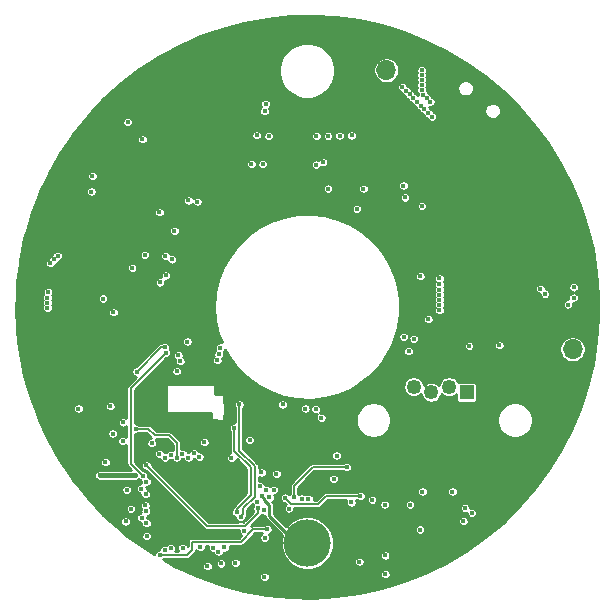
<source format=gbr>
G04 #@! TF.GenerationSoftware,KiCad,Pcbnew,5.1.5-52549c5~84~ubuntu18.04.1*
G04 #@! TF.CreationDate,2020-03-24T02:23:38-04:00*
G04 #@! TF.ProjectId,SwarmBot,53776172-6d42-46f7-942e-6b696361645f,rev?*
G04 #@! TF.SameCoordinates,Original*
G04 #@! TF.FileFunction,Copper,L3,Inr*
G04 #@! TF.FilePolarity,Positive*
%FSLAX46Y46*%
G04 Gerber Fmt 4.6, Leading zero omitted, Abs format (unit mm)*
G04 Created by KiCad (PCBNEW 5.1.5-52549c5~84~ubuntu18.04.1) date 2020-03-24 02:23:38*
%MOMM*%
%LPD*%
G04 APERTURE LIST*
%ADD10O,1.700000X1.700000*%
%ADD11R,1.700000X1.700000*%
%ADD12O,1.250000X1.250000*%
%ADD13R,1.250000X1.250000*%
%ADD14C,4.000000*%
%ADD15C,0.400000*%
%ADD16C,0.200000*%
%ADD17C,0.450000*%
%ADD18C,0.250000*%
%ADD19C,0.254000*%
G04 APERTURE END LIST*
D10*
X6700000Y20040000D03*
D11*
X6700000Y17500000D03*
D10*
X22460000Y-3590000D03*
D11*
X22460000Y-6130000D03*
D12*
X9000000Y-6750000D03*
X10500000Y-7250000D03*
X12000000Y-6750000D03*
D13*
X13500000Y-7250000D03*
D14*
X0Y-20000000D03*
D15*
X-11550000Y-490000D03*
X-8178800Y-12547600D03*
X10363200Y-16611600D03*
X-22707600Y3860800D03*
X-24130000Y3860800D03*
X-21386800Y1981200D03*
X-20320000Y1981200D03*
X-20320000Y2997200D03*
X-7315200Y-14122400D03*
X-12040000Y-14120000D03*
X-12242800Y-19050000D03*
X-50800Y-10261600D03*
X-101600Y-12090400D03*
X-1879600Y-12090400D03*
X-5181600Y20370800D03*
X-5842000Y18135600D03*
X-8686800Y19456400D03*
X-5486400Y22250400D03*
X5232400Y11938000D03*
X-1879600Y-10312400D03*
X-4114800Y-12954000D03*
X-20421600Y3606800D03*
X-21437600Y2997200D03*
X-22707600Y3403600D03*
X-24130000Y3403600D03*
X-22707600Y2895600D03*
X-24130000Y2895600D03*
X-24130000Y2438400D03*
X-22707600Y2438400D03*
X-22707600Y1981200D03*
X-24130000Y1981200D03*
X-24130000Y-2946400D03*
X-22707600Y-1981200D03*
X-22707600Y-2438400D03*
X-22707600Y-3403600D03*
X-22707600Y-3860800D03*
X-24130000Y-3860800D03*
X-24130000Y-1981200D03*
X-24130000Y-3403600D03*
X-24130000Y-2438400D03*
X-22707600Y-2946400D03*
X-20624800Y-1930400D03*
X-21691600Y-2946400D03*
X-21742400Y-1930400D03*
X-20624800Y-2946400D03*
X-22707600Y-1066800D03*
X-24130000Y-1066800D03*
X-22707600Y-609600D03*
X-24130000Y-609600D03*
X-22707600Y1066800D03*
X-24130000Y609600D03*
X-22707600Y609600D03*
X-24130000Y1066800D03*
X-22072000Y-7136800D03*
X-22072000Y-7695600D03*
X-16327120Y-7459980D03*
X-20320000Y10210800D03*
X-14478000Y9398000D03*
X6807200Y-15951200D03*
X11633200Y-16611600D03*
X11633200Y-17932400D03*
X10414000Y-17932400D03*
X15290800Y-16256000D03*
X10668000Y-13919200D03*
X-8178800Y-12141200D03*
X-8178800Y-11734800D03*
X-8178800Y-11328400D03*
X-9144000Y-10515600D03*
X-8991600Y-10922000D03*
X-8178800Y-10922000D03*
X-8585200Y-10922000D03*
X-9144000Y-10109200D03*
X-9144000Y-9702800D03*
X-12141200Y-6451600D03*
X-12141200Y-6858000D03*
X-12141200Y-7264400D03*
X-12141200Y-7670800D03*
X-12141200Y-8077200D03*
X-12141200Y-8483600D03*
X-12141200Y-8890000D03*
X-6908800Y-9550400D03*
X-6908800Y-9956800D03*
X-6908800Y-10769600D03*
X-6908800Y-11176000D03*
X-6908800Y-12395200D03*
X-6908800Y-11988800D03*
X-6908800Y-11582400D03*
X-6908800Y-10363200D03*
X-11633200Y-9093200D03*
X-10007600Y-9093200D03*
X-9601200Y-9093200D03*
X-11226800Y-9093200D03*
X-10820400Y-9093200D03*
X-10414000Y-9093200D03*
X-11684000Y-6324600D03*
X-11277600Y-6324600D03*
X-9652000Y-6324600D03*
X-9245600Y-6324600D03*
X-10871200Y-6324600D03*
X-10464800Y-6324600D03*
X-10058400Y-6324600D03*
X-8026400Y-6299200D03*
X-7658100Y-6507480D03*
X-8432800Y-6299200D03*
X-8839200Y-6299200D03*
X-6918960Y-8282940D03*
X-6918960Y-7876540D03*
X-7315200Y-7335520D03*
X-6918960Y-7470140D03*
X-6908800Y-9144000D03*
X-6908800Y-8712200D03*
X-5867400Y-13284200D03*
X-11570000Y-1640000D03*
X1701800Y8255000D03*
X-1290000Y12350000D03*
X-15808960Y-16349980D03*
X-6021200Y-20797810D03*
X-14742563Y-2895600D03*
X-11550000Y-1050000D03*
X-7726680Y-7325360D03*
X-7729220Y-6916420D03*
X9146446Y150321D03*
X-1000000Y-11210000D03*
X10340000Y-2460000D03*
X-9160000Y-9080000D03*
X-8740000Y-9060000D03*
X-8330000Y-9060000D03*
X-8240000Y-9610000D03*
X-8680000Y-9630000D03*
X-20290000Y10620000D03*
X-20290000Y11030000D03*
X5999094Y-20527097D03*
X-4710000Y-16950000D03*
X4270000Y22970000D03*
X-16940000Y5110000D03*
X22072800Y192000D03*
X-15194400Y15645600D03*
X769300Y14463700D03*
X-4886960Y-11269980D03*
X-2080260Y-8257540D03*
X1183281Y-9401682D03*
X-6421120Y-12801600D03*
X-14620240Y-14272260D03*
X-17571720Y-14274800D03*
X9710815Y8537285D03*
X9572990Y2597142D03*
X-8724241Y-11462697D03*
X4207010Y8280400D03*
X10240000Y-1050000D03*
X-13710000Y-16800000D03*
X-3878580Y-14020453D03*
X-3590000Y-19570000D03*
X4400000Y-21580000D03*
X-21996400Y-101600D03*
X-21996400Y355600D03*
X-21996400Y762000D03*
X-21940300Y1264700D03*
X-21132800Y4318000D03*
X-21437600Y4013200D03*
X-21767800Y3683000D03*
X-18288000Y9753600D03*
X-18186400Y11074400D03*
X11190500Y2400920D03*
X11190500Y1923400D03*
X11190500Y1456040D03*
X11190500Y1034400D03*
X11190500Y587360D03*
X11190500Y160640D03*
X11190500Y-286400D03*
X10418428Y17368428D03*
X10115000Y17665000D03*
X9820000Y17960000D03*
X9690000Y18360000D03*
X9690000Y18780000D03*
X9690000Y19210000D03*
X9690000Y19630000D03*
X9690000Y20040000D03*
X-14020800Y-17856200D03*
X13700760Y-3312160D03*
X-13614400Y-18313400D03*
X16250000Y-3260000D03*
X12293600Y-15646400D03*
X8703330Y-16751378D03*
X9753600Y-15646400D03*
X13360400Y-17035490D03*
X-17292320Y703580D03*
X-16410000Y-460000D03*
X-19375120Y-8615680D03*
X-15377160Y-18171160D03*
X-14827971Y3303070D03*
X-13746480Y4396740D03*
X-12519660Y8001000D03*
X-11049000Y-12776200D03*
X-15596575Y-9774260D03*
X-16683672Y-8403908D03*
X-14521180Y-10317480D03*
X-12031980Y4300220D03*
X-11244580Y6436360D03*
X-11449997Y4028117D03*
X13208000Y-18135600D03*
X-5330000Y-18964021D03*
X13944600Y-17462500D03*
X-13610000Y-13430000D03*
X-4186942Y-17073058D03*
X-12471400Y2070100D03*
X-5750560Y-8267700D03*
X-5638800Y-17777170D03*
X-11963400Y2654300D03*
X-6184900Y-10238740D03*
X-5985056Y-17379869D03*
X720682Y-8650118D03*
X8585200Y-3759200D03*
X8280000Y9260000D03*
X106900Y-16242990D03*
X-175260Y-8613140D03*
X-466654Y-16240074D03*
X8140000Y10260000D03*
X9032990Y-2703059D03*
X-13614400Y-14808200D03*
X-14927262Y-17098962D03*
X-3530000Y17190000D03*
X1345190Y12240000D03*
X740000Y12030000D03*
X-3610000Y16570000D03*
X-13959420Y14183780D03*
X-7366000Y-3454400D03*
X-9309100Y8902700D03*
X-7486198Y-4019805D03*
X-10058400Y9004300D03*
X-7626577Y-4527777D03*
X22550000Y770000D03*
X20130000Y1080000D03*
X22560000Y1660000D03*
X19729691Y1532301D03*
X2740000Y14490000D03*
X-7946739Y-20419151D03*
X-3997267Y-15201476D03*
X-13589000Y-19405600D03*
X-17091660Y-13149580D03*
X-4270000Y14520000D03*
X-13665005Y-17325088D03*
X-13665200Y-15875000D03*
X-15285720Y-15499080D03*
X-16469650Y-10737655D03*
X-4724400Y12090400D03*
X-14053490Y-15382530D03*
X-15615630Y-11361173D03*
X1760000Y10000000D03*
X1760000Y14460000D03*
X-13940428Y-14285801D03*
X-11968480Y-3911600D03*
X-3759200Y12090400D03*
X-12039600Y-12776200D03*
X-13170000Y-11540000D03*
X-11557000Y-12547600D03*
X-14432280Y-5478780D03*
X-12068984Y-3394260D03*
X-3250000Y14460000D03*
X-10566400Y-12446000D03*
X-10160000Y-2941320D03*
X-10058400Y-12776200D03*
X-10923620Y-4097010D03*
X-10754779Y-4596243D03*
X-9585666Y-12407974D03*
X-11042131Y-5456480D03*
X-9148515Y-12702323D03*
X-7010400Y-20370800D03*
X-2852420Y-15491460D03*
X3760000Y14510000D03*
X-2608580Y-14142720D03*
X8166100Y-2534920D03*
X-3479800Y-15496540D03*
X4763148Y9998317D03*
X-7524368Y-20734339D03*
X8045000Y18615000D03*
X8365000Y18295000D03*
X8680000Y17980000D03*
X8995000Y17665000D03*
X9310000Y17350000D03*
X9620000Y17040000D03*
X9925000Y16735000D03*
X10220000Y16420000D03*
X10565000Y16095000D03*
X-12522200Y-12446000D03*
X-3849642Y-16055487D03*
X-12069946Y-20573029D03*
X-6080000Y-21680000D03*
X-9050000Y-20360000D03*
X-3674011Y-17230000D03*
X5490000Y-16335490D03*
X-1549321Y-17078389D03*
X6593726Y-21046416D03*
X-7300000Y-21724672D03*
X6604000Y-22631400D03*
X-8445253Y-21951683D03*
X-3620000Y-22860000D03*
X-10560000Y-20400000D03*
X-11560000Y-20440000D03*
X-4228346Y-16482497D03*
X-3200000Y-16140000D03*
X-1880000Y-16165989D03*
X4510000Y-16010000D03*
X-12500000Y-21030000D03*
X-3380000Y-18820000D03*
X-1150000Y-16110000D03*
X3340000Y-13580000D03*
X3730000Y-16560000D03*
X2235537Y-14556307D03*
X2490000Y-12600000D03*
X6570000Y-16750000D03*
X9550000Y-18860000D03*
D16*
X-4710000Y-16950000D02*
X-4909999Y-17149999D01*
X-4909999Y-17149999D02*
X-4909999Y-17719999D01*
X-5843761Y-18204171D02*
X-5867932Y-18180000D01*
X-4909999Y-17719999D02*
X-5394171Y-18204171D01*
X-5394171Y-18204171D02*
X-5843761Y-18204171D01*
X-5867932Y-18180000D02*
X-6070000Y-18180000D01*
D17*
X-17569180Y-14272260D02*
X-17571720Y-14274800D01*
X-14620240Y-14272260D02*
X-17569180Y-14272260D01*
D16*
X-14521180Y-10317480D02*
X-13462000Y-10317480D01*
X-13462000Y-10317480D02*
X-12903200Y-10876280D01*
X-12903200Y-10876280D02*
X-11724640Y-10876280D01*
X-11049000Y-11551920D02*
X-11049000Y-12776200D01*
X-11724640Y-10876280D02*
X-11049000Y-11551920D01*
X-4186942Y-17355900D02*
X-4186942Y-17073058D01*
X-4186942Y-17459405D02*
X-4186942Y-17355900D01*
X-5264548Y-18537011D02*
X-4186942Y-17459405D01*
X-8502989Y-18537011D02*
X-5264548Y-18537011D01*
X-13610000Y-13430000D02*
X-8502989Y-18537011D01*
X-5750560Y-8267700D02*
X-5750560Y-12171680D01*
X-4455160Y-13467080D02*
X-4455160Y-16077349D01*
X-5438801Y-17577171D02*
X-5638800Y-17777170D01*
X-5750560Y-12171680D02*
X-4455160Y-13467080D01*
X-4455160Y-16077349D02*
X-5438801Y-17060990D01*
X-5438801Y-17060990D02*
X-5438801Y-17577171D01*
X-6184900Y-10238740D02*
X-6184900Y-12204700D01*
X-4790000Y-15901971D02*
X-5985056Y-17097027D01*
X-4790000Y-13599600D02*
X-4790000Y-15901971D01*
X-5985056Y-17097027D02*
X-5985056Y-17379869D01*
X-6184900Y-12204700D02*
X-4790000Y-13599600D01*
X-12168479Y-4111599D02*
X-11968480Y-3911600D01*
X-13940428Y-14285801D02*
X-14948181Y-13278048D01*
X-14948181Y-6891301D02*
X-12168479Y-4111599D01*
X-14948181Y-13278048D02*
X-14948181Y-6891301D01*
X-14432280Y-5478780D02*
X-12347760Y-3394260D01*
X-12347760Y-3394260D02*
X-12068984Y-3394260D01*
D18*
X-3649643Y-16255486D02*
X-3849642Y-16055487D01*
X0Y-20000000D02*
X-300000Y-19700000D01*
X-300000Y-19700000D02*
X-1190000Y-19700000D01*
X-1190000Y-19700000D02*
X-3222001Y-17667999D01*
X-3222001Y-17667999D02*
X-3222001Y-16777999D01*
X-3222001Y-16777999D02*
X-3649643Y-16350357D01*
X-3649643Y-16350357D02*
X-3649643Y-16255486D01*
D16*
X920000Y-16670000D02*
X1580000Y-16010000D01*
X-1375989Y-16670000D02*
X920000Y-16670000D01*
X-1880000Y-16165989D02*
X-1375989Y-16670000D01*
X4227158Y-16010000D02*
X4510000Y-16010000D01*
X1580000Y-16010000D02*
X4227158Y-16010000D01*
X2620000Y-13580000D02*
X3340000Y-13580000D01*
X450000Y-13580000D02*
X2620000Y-13580000D01*
X-1140000Y-15170000D02*
X450000Y-13580000D01*
X-1150000Y-16110000D02*
X-1140000Y-16100000D01*
X-1140000Y-16100000D02*
X-1140000Y-15170000D01*
X-5624017Y-19890000D02*
X-4554017Y-18820000D01*
X-9780000Y-20600000D02*
X-9780000Y-19890000D01*
X-10210000Y-21030000D02*
X-9780000Y-20600000D01*
X-12500000Y-21030000D02*
X-10210000Y-21030000D01*
X-9780000Y-19890000D02*
X-5624017Y-19890000D01*
X-4554017Y-18820000D02*
X-3380000Y-18820000D01*
D19*
G36*
X2446209Y24524302D02*
G01*
X4386936Y24252425D01*
X6299928Y23827216D01*
X8173089Y23251364D01*
X9994577Y22528510D01*
X11752876Y21663223D01*
X13436870Y20660974D01*
X15035912Y19528099D01*
X16539892Y18271762D01*
X17939301Y16899905D01*
X19225292Y15421201D01*
X20389735Y13845000D01*
X21425267Y12181266D01*
X22325342Y10440517D01*
X23084269Y8633761D01*
X23697250Y6772419D01*
X24160409Y4868260D01*
X24470818Y2933322D01*
X24626515Y979839D01*
X24626515Y-979839D01*
X24470818Y-2933322D01*
X24160409Y-4868260D01*
X23697250Y-6772419D01*
X23084269Y-8633761D01*
X22325342Y-10440517D01*
X21425267Y-12181266D01*
X20389735Y-13845000D01*
X19225292Y-15421201D01*
X17939301Y-16899905D01*
X16539892Y-18271762D01*
X15035912Y-19528099D01*
X13436870Y-20660974D01*
X11752876Y-21663223D01*
X9994577Y-22528510D01*
X8173089Y-23251364D01*
X6299928Y-23827216D01*
X4386936Y-24252425D01*
X2446209Y-24524302D01*
X490016Y-24641128D01*
X-1469274Y-24602166D01*
X-3419276Y-24407660D01*
X-5347660Y-24058841D01*
X-7242234Y-23557915D01*
X-9091020Y-22908048D01*
X-9300114Y-22815285D01*
X-4074000Y-22815285D01*
X-4074000Y-22904715D01*
X-4056553Y-22992427D01*
X-4022330Y-23075050D01*
X-3972645Y-23149408D01*
X-3909408Y-23212645D01*
X-3835050Y-23262330D01*
X-3752427Y-23296553D01*
X-3664715Y-23314000D01*
X-3575285Y-23314000D01*
X-3487573Y-23296553D01*
X-3404950Y-23262330D01*
X-3330592Y-23212645D01*
X-3267355Y-23149408D01*
X-3217670Y-23075050D01*
X-3183447Y-22992427D01*
X-3166000Y-22904715D01*
X-3166000Y-22815285D01*
X-3183447Y-22727573D01*
X-3217670Y-22644950D01*
X-3256601Y-22586685D01*
X6150000Y-22586685D01*
X6150000Y-22676115D01*
X6167447Y-22763827D01*
X6201670Y-22846450D01*
X6251355Y-22920808D01*
X6314592Y-22984045D01*
X6388950Y-23033730D01*
X6471573Y-23067953D01*
X6559285Y-23085400D01*
X6648715Y-23085400D01*
X6736427Y-23067953D01*
X6819050Y-23033730D01*
X6893408Y-22984045D01*
X6956645Y-22920808D01*
X7006330Y-22846450D01*
X7040553Y-22763827D01*
X7058000Y-22676115D01*
X7058000Y-22586685D01*
X7040553Y-22498973D01*
X7006330Y-22416350D01*
X6956645Y-22341992D01*
X6893408Y-22278755D01*
X6819050Y-22229070D01*
X6736427Y-22194847D01*
X6648715Y-22177400D01*
X6559285Y-22177400D01*
X6471573Y-22194847D01*
X6388950Y-22229070D01*
X6314592Y-22278755D01*
X6251355Y-22341992D01*
X6201670Y-22416350D01*
X6167447Y-22498973D01*
X6150000Y-22586685D01*
X-3256601Y-22586685D01*
X-3267355Y-22570592D01*
X-3330592Y-22507355D01*
X-3404950Y-22457670D01*
X-3487573Y-22423447D01*
X-3575285Y-22406000D01*
X-3664715Y-22406000D01*
X-3752427Y-22423447D01*
X-3835050Y-22457670D01*
X-3909408Y-22507355D01*
X-3972645Y-22570592D01*
X-4022330Y-22644950D01*
X-4056553Y-22727573D01*
X-4074000Y-22815285D01*
X-9300114Y-22815285D01*
X-10882330Y-22113349D01*
X-11262737Y-21906968D01*
X-8899253Y-21906968D01*
X-8899253Y-21996398D01*
X-8881806Y-22084110D01*
X-8847583Y-22166733D01*
X-8797898Y-22241091D01*
X-8734661Y-22304328D01*
X-8660303Y-22354013D01*
X-8577680Y-22388236D01*
X-8489968Y-22405683D01*
X-8400538Y-22405683D01*
X-8312826Y-22388236D01*
X-8230203Y-22354013D01*
X-8155845Y-22304328D01*
X-8092608Y-22241091D01*
X-8042923Y-22166733D01*
X-8008700Y-22084110D01*
X-7991253Y-21996398D01*
X-7991253Y-21906968D01*
X-8008700Y-21819256D01*
X-8042923Y-21736633D01*
X-8080793Y-21679957D01*
X-7754000Y-21679957D01*
X-7754000Y-21769387D01*
X-7736553Y-21857099D01*
X-7702330Y-21939722D01*
X-7652645Y-22014080D01*
X-7589408Y-22077317D01*
X-7515050Y-22127002D01*
X-7432427Y-22161225D01*
X-7344715Y-22178672D01*
X-7255285Y-22178672D01*
X-7167573Y-22161225D01*
X-7084950Y-22127002D01*
X-7010592Y-22077317D01*
X-6947355Y-22014080D01*
X-6897670Y-21939722D01*
X-6863447Y-21857099D01*
X-6846000Y-21769387D01*
X-6846000Y-21679957D01*
X-6854885Y-21635285D01*
X-6534000Y-21635285D01*
X-6534000Y-21724715D01*
X-6516553Y-21812427D01*
X-6482330Y-21895050D01*
X-6432645Y-21969408D01*
X-6369408Y-22032645D01*
X-6295050Y-22082330D01*
X-6212427Y-22116553D01*
X-6124715Y-22134000D01*
X-6035285Y-22134000D01*
X-5947573Y-22116553D01*
X-5864950Y-22082330D01*
X-5790592Y-22032645D01*
X-5727355Y-21969408D01*
X-5677670Y-21895050D01*
X-5643447Y-21812427D01*
X-5626000Y-21724715D01*
X-5626000Y-21635285D01*
X-5643447Y-21547573D01*
X-5677670Y-21464950D01*
X-5727355Y-21390592D01*
X-5790592Y-21327355D01*
X-5864950Y-21277670D01*
X-5947573Y-21243447D01*
X-6035285Y-21226000D01*
X-6124715Y-21226000D01*
X-6212427Y-21243447D01*
X-6295050Y-21277670D01*
X-6369408Y-21327355D01*
X-6432645Y-21390592D01*
X-6482330Y-21464950D01*
X-6516553Y-21547573D01*
X-6534000Y-21635285D01*
X-6854885Y-21635285D01*
X-6863447Y-21592245D01*
X-6897670Y-21509622D01*
X-6947355Y-21435264D01*
X-7010592Y-21372027D01*
X-7084950Y-21322342D01*
X-7167573Y-21288119D01*
X-7255285Y-21270672D01*
X-7344715Y-21270672D01*
X-7432427Y-21288119D01*
X-7515050Y-21322342D01*
X-7589408Y-21372027D01*
X-7652645Y-21435264D01*
X-7702330Y-21509622D01*
X-7736553Y-21592245D01*
X-7754000Y-21679957D01*
X-8080793Y-21679957D01*
X-8092608Y-21662275D01*
X-8155845Y-21599038D01*
X-8230203Y-21549353D01*
X-8312826Y-21515130D01*
X-8400538Y-21497683D01*
X-8489968Y-21497683D01*
X-8577680Y-21515130D01*
X-8660303Y-21549353D01*
X-8734661Y-21599038D01*
X-8797898Y-21662275D01*
X-8847583Y-21736633D01*
X-8881806Y-21819256D01*
X-8899253Y-21906968D01*
X-11262737Y-21906968D01*
X-12218923Y-21388212D01*
X-12212620Y-21384000D01*
X-10227374Y-21384000D01*
X-10210000Y-21385711D01*
X-10192626Y-21384000D01*
X-10192618Y-21384000D01*
X-10140604Y-21378877D01*
X-10073875Y-21358635D01*
X-10012377Y-21325764D01*
X-9958474Y-21281526D01*
X-9947388Y-21268018D01*
X-9541972Y-20862603D01*
X-9528475Y-20851526D01*
X-9517397Y-20838028D01*
X-9517394Y-20838025D01*
X-9492222Y-20807353D01*
X-9484236Y-20797623D01*
X-9460195Y-20752645D01*
X-9451365Y-20736126D01*
X-9431123Y-20669397D01*
X-9430510Y-20663177D01*
X-9426000Y-20617382D01*
X-9426000Y-20617375D01*
X-9425749Y-20614830D01*
X-9402645Y-20649408D01*
X-9339408Y-20712645D01*
X-9265050Y-20762330D01*
X-9182427Y-20796553D01*
X-9094715Y-20814000D01*
X-9005285Y-20814000D01*
X-8917573Y-20796553D01*
X-8834950Y-20762330D01*
X-8760592Y-20712645D01*
X-8697355Y-20649408D01*
X-8647670Y-20575050D01*
X-8613447Y-20492427D01*
X-8596000Y-20404715D01*
X-8596000Y-20315285D01*
X-8610179Y-20244000D01*
X-8365595Y-20244000D01*
X-8383292Y-20286724D01*
X-8400739Y-20374436D01*
X-8400739Y-20463866D01*
X-8383292Y-20551578D01*
X-8349069Y-20634201D01*
X-8299384Y-20708559D01*
X-8236147Y-20771796D01*
X-8161789Y-20821481D01*
X-8079166Y-20855704D01*
X-7991454Y-20873151D01*
X-7958276Y-20873151D01*
X-7926698Y-20949389D01*
X-7877013Y-21023747D01*
X-7813776Y-21086984D01*
X-7739418Y-21136669D01*
X-7656795Y-21170892D01*
X-7569083Y-21188339D01*
X-7479653Y-21188339D01*
X-7391941Y-21170892D01*
X-7309318Y-21136669D01*
X-7234960Y-21086984D01*
X-7171723Y-21023747D01*
X-7122038Y-20949389D01*
X-7087815Y-20866766D01*
X-7078541Y-20820140D01*
X-7055115Y-20824800D01*
X-6965685Y-20824800D01*
X-6877973Y-20807353D01*
X-6795350Y-20773130D01*
X-6720992Y-20723445D01*
X-6657755Y-20660208D01*
X-6608070Y-20585850D01*
X-6573847Y-20503227D01*
X-6556400Y-20415515D01*
X-6556400Y-20326085D01*
X-6572728Y-20244000D01*
X-5641391Y-20244000D01*
X-5624017Y-20245711D01*
X-5606643Y-20244000D01*
X-5606635Y-20244000D01*
X-5554621Y-20238877D01*
X-5487892Y-20218635D01*
X-5426394Y-20185764D01*
X-5372491Y-20141526D01*
X-5361405Y-20128018D01*
X-4407385Y-19174000D01*
X-3814523Y-19174000D01*
X-3879408Y-19217355D01*
X-3942645Y-19280592D01*
X-3992330Y-19354950D01*
X-4026553Y-19437573D01*
X-4044000Y-19525285D01*
X-4044000Y-19614715D01*
X-4026553Y-19702427D01*
X-3992330Y-19785050D01*
X-3942645Y-19859408D01*
X-3879408Y-19922645D01*
X-3805050Y-19972330D01*
X-3722427Y-20006553D01*
X-3634715Y-20024000D01*
X-3545285Y-20024000D01*
X-3457573Y-20006553D01*
X-3374950Y-19972330D01*
X-3300592Y-19922645D01*
X-3237355Y-19859408D01*
X-3187670Y-19785050D01*
X-3153447Y-19702427D01*
X-3136000Y-19614715D01*
X-3136000Y-19525285D01*
X-3153447Y-19437573D01*
X-3187670Y-19354950D01*
X-3237355Y-19280592D01*
X-3259101Y-19258846D01*
X-3247573Y-19256553D01*
X-3164950Y-19222330D01*
X-3090592Y-19172645D01*
X-3027355Y-19109408D01*
X-2977670Y-19035050D01*
X-2943447Y-18952427D01*
X-2926000Y-18864715D01*
X-2926000Y-18775285D01*
X-2943447Y-18687573D01*
X-2977670Y-18604950D01*
X-3027355Y-18530592D01*
X-3090592Y-18467355D01*
X-3164950Y-18417670D01*
X-3247573Y-18383447D01*
X-3335285Y-18366000D01*
X-3424715Y-18366000D01*
X-3512427Y-18383447D01*
X-3595050Y-18417670D01*
X-3667380Y-18466000D01*
X-4536643Y-18466000D01*
X-4554017Y-18464289D01*
X-4571391Y-18466000D01*
X-4571399Y-18466000D01*
X-4623413Y-18471123D01*
X-4690142Y-18491365D01*
X-4750572Y-18523665D01*
X-3948914Y-17722008D01*
X-3935417Y-17710931D01*
X-3924339Y-17697433D01*
X-3924336Y-17697430D01*
X-3908021Y-17677550D01*
X-3891178Y-17657028D01*
X-3879986Y-17636089D01*
X-3806438Y-17666553D01*
X-3718726Y-17684000D01*
X-3629296Y-17684000D01*
X-3601797Y-17678530D01*
X-3601001Y-17686608D01*
X-3595516Y-17742295D01*
X-3573845Y-17813736D01*
X-3538652Y-17879577D01*
X-3491291Y-17937289D01*
X-3476827Y-17949159D01*
X-2142799Y-19283188D01*
X-2167380Y-19342532D01*
X-2254000Y-19778000D01*
X-2254000Y-20222000D01*
X-2167380Y-20657468D01*
X-1997469Y-21067669D01*
X-1750796Y-21436841D01*
X-1436841Y-21750796D01*
X-1067669Y-21997469D01*
X-657468Y-22167380D01*
X-222000Y-22254000D01*
X222000Y-22254000D01*
X657468Y-22167380D01*
X1067669Y-21997469D01*
X1436841Y-21750796D01*
X1652352Y-21535285D01*
X3946000Y-21535285D01*
X3946000Y-21624715D01*
X3963447Y-21712427D01*
X3997670Y-21795050D01*
X4047355Y-21869408D01*
X4110592Y-21932645D01*
X4184950Y-21982330D01*
X4267573Y-22016553D01*
X4355285Y-22034000D01*
X4444715Y-22034000D01*
X4532427Y-22016553D01*
X4615050Y-21982330D01*
X4689408Y-21932645D01*
X4752645Y-21869408D01*
X4802330Y-21795050D01*
X4836553Y-21712427D01*
X4854000Y-21624715D01*
X4854000Y-21535285D01*
X4836553Y-21447573D01*
X4802330Y-21364950D01*
X4752645Y-21290592D01*
X4689408Y-21227355D01*
X4615050Y-21177670D01*
X4532427Y-21143447D01*
X4444715Y-21126000D01*
X4355285Y-21126000D01*
X4267573Y-21143447D01*
X4184950Y-21177670D01*
X4110592Y-21227355D01*
X4047355Y-21290592D01*
X3997670Y-21364950D01*
X3963447Y-21447573D01*
X3946000Y-21535285D01*
X1652352Y-21535285D01*
X1750796Y-21436841D01*
X1997469Y-21067669D01*
X2024793Y-21001701D01*
X6139726Y-21001701D01*
X6139726Y-21091131D01*
X6157173Y-21178843D01*
X6191396Y-21261466D01*
X6241081Y-21335824D01*
X6304318Y-21399061D01*
X6378676Y-21448746D01*
X6461299Y-21482969D01*
X6549011Y-21500416D01*
X6638441Y-21500416D01*
X6726153Y-21482969D01*
X6808776Y-21448746D01*
X6883134Y-21399061D01*
X6946371Y-21335824D01*
X6996056Y-21261466D01*
X7030279Y-21178843D01*
X7047726Y-21091131D01*
X7047726Y-21001701D01*
X7030279Y-20913989D01*
X6996056Y-20831366D01*
X6946371Y-20757008D01*
X6883134Y-20693771D01*
X6808776Y-20644086D01*
X6726153Y-20609863D01*
X6638441Y-20592416D01*
X6549011Y-20592416D01*
X6461299Y-20609863D01*
X6378676Y-20644086D01*
X6304318Y-20693771D01*
X6241081Y-20757008D01*
X6191396Y-20831366D01*
X6157173Y-20913989D01*
X6139726Y-21001701D01*
X2024793Y-21001701D01*
X2167380Y-20657468D01*
X2254000Y-20222000D01*
X2254000Y-19778000D01*
X2167380Y-19342532D01*
X1997469Y-18932331D01*
X1919262Y-18815285D01*
X9096000Y-18815285D01*
X9096000Y-18904715D01*
X9113447Y-18992427D01*
X9147670Y-19075050D01*
X9197355Y-19149408D01*
X9260592Y-19212645D01*
X9334950Y-19262330D01*
X9417573Y-19296553D01*
X9505285Y-19314000D01*
X9594715Y-19314000D01*
X9682427Y-19296553D01*
X9765050Y-19262330D01*
X9839408Y-19212645D01*
X9902645Y-19149408D01*
X9952330Y-19075050D01*
X9986553Y-18992427D01*
X10004000Y-18904715D01*
X10004000Y-18815285D01*
X9986553Y-18727573D01*
X9952330Y-18644950D01*
X9902645Y-18570592D01*
X9839408Y-18507355D01*
X9765050Y-18457670D01*
X9682427Y-18423447D01*
X9594715Y-18406000D01*
X9505285Y-18406000D01*
X9417573Y-18423447D01*
X9334950Y-18457670D01*
X9260592Y-18507355D01*
X9197355Y-18570592D01*
X9147670Y-18644950D01*
X9113447Y-18727573D01*
X9096000Y-18815285D01*
X1919262Y-18815285D01*
X1750796Y-18563159D01*
X1436841Y-18249204D01*
X1199901Y-18090885D01*
X12754000Y-18090885D01*
X12754000Y-18180315D01*
X12771447Y-18268027D01*
X12805670Y-18350650D01*
X12855355Y-18425008D01*
X12918592Y-18488245D01*
X12992950Y-18537930D01*
X13075573Y-18572153D01*
X13163285Y-18589600D01*
X13252715Y-18589600D01*
X13340427Y-18572153D01*
X13423050Y-18537930D01*
X13497408Y-18488245D01*
X13560645Y-18425008D01*
X13610330Y-18350650D01*
X13644553Y-18268027D01*
X13662000Y-18180315D01*
X13662000Y-18090885D01*
X13644553Y-18003173D01*
X13610330Y-17920550D01*
X13560645Y-17846192D01*
X13497408Y-17782955D01*
X13423050Y-17733270D01*
X13340427Y-17699047D01*
X13252715Y-17681600D01*
X13163285Y-17681600D01*
X13075573Y-17699047D01*
X12992950Y-17733270D01*
X12918592Y-17782955D01*
X12855355Y-17846192D01*
X12805670Y-17920550D01*
X12771447Y-18003173D01*
X12754000Y-18090885D01*
X1199901Y-18090885D01*
X1067669Y-18002531D01*
X657468Y-17832620D01*
X222000Y-17746000D01*
X-222000Y-17746000D01*
X-657468Y-17832620D01*
X-1067669Y-18002531D01*
X-1436841Y-18249204D01*
X-1750796Y-18563159D01*
X-1766841Y-18587172D01*
X-2843001Y-17511013D01*
X-2843001Y-16796605D01*
X-2841168Y-16777998D01*
X-2844475Y-16744423D01*
X-2848486Y-16703702D01*
X-2870157Y-16632261D01*
X-2905350Y-16566420D01*
X-2946309Y-16516510D01*
X-2910592Y-16492645D01*
X-2847355Y-16429408D01*
X-2797670Y-16355050D01*
X-2763447Y-16272427D01*
X-2746000Y-16184715D01*
X-2746000Y-16121274D01*
X-2334000Y-16121274D01*
X-2334000Y-16210704D01*
X-2316553Y-16298416D01*
X-2282330Y-16381039D01*
X-2232645Y-16455397D01*
X-2169408Y-16518634D01*
X-2095050Y-16568319D01*
X-2012427Y-16602542D01*
X-1927107Y-16619513D01*
X-1828027Y-16718593D01*
X-1838729Y-16725744D01*
X-1901966Y-16788981D01*
X-1951651Y-16863339D01*
X-1985874Y-16945962D01*
X-2003321Y-17033674D01*
X-2003321Y-17123104D01*
X-1985874Y-17210816D01*
X-1951651Y-17293439D01*
X-1901966Y-17367797D01*
X-1838729Y-17431034D01*
X-1764371Y-17480719D01*
X-1681748Y-17514942D01*
X-1594036Y-17532389D01*
X-1504606Y-17532389D01*
X-1416894Y-17514942D01*
X-1334271Y-17480719D01*
X-1259913Y-17431034D01*
X-1196676Y-17367797D01*
X-1146991Y-17293439D01*
X-1112768Y-17210816D01*
X-1095321Y-17123104D01*
X-1095321Y-17033674D01*
X-1097245Y-17024000D01*
X902626Y-17024000D01*
X920000Y-17025711D01*
X937374Y-17024000D01*
X937382Y-17024000D01*
X989396Y-17018877D01*
X1056125Y-16998635D01*
X1117623Y-16965764D01*
X1171526Y-16921526D01*
X1182612Y-16908018D01*
X1726631Y-16364000D01*
X3319779Y-16364000D01*
X3293447Y-16427573D01*
X3276000Y-16515285D01*
X3276000Y-16604715D01*
X3293447Y-16692427D01*
X3327670Y-16775050D01*
X3377355Y-16849408D01*
X3440592Y-16912645D01*
X3514950Y-16962330D01*
X3597573Y-16996553D01*
X3685285Y-17014000D01*
X3774715Y-17014000D01*
X3862427Y-16996553D01*
X3945050Y-16962330D01*
X4019408Y-16912645D01*
X4082645Y-16849408D01*
X4132330Y-16775050D01*
X4166553Y-16692427D01*
X4184000Y-16604715D01*
X4184000Y-16515285D01*
X4166553Y-16427573D01*
X4140221Y-16364000D01*
X4222620Y-16364000D01*
X4294950Y-16412330D01*
X4377573Y-16446553D01*
X4465285Y-16464000D01*
X4554715Y-16464000D01*
X4642427Y-16446553D01*
X4725050Y-16412330D01*
X4799408Y-16362645D01*
X4862645Y-16299408D01*
X4868413Y-16290775D01*
X5036000Y-16290775D01*
X5036000Y-16380205D01*
X5053447Y-16467917D01*
X5087670Y-16550540D01*
X5137355Y-16624898D01*
X5200592Y-16688135D01*
X5274950Y-16737820D01*
X5357573Y-16772043D01*
X5445285Y-16789490D01*
X5534715Y-16789490D01*
X5622427Y-16772043D01*
X5705050Y-16737820D01*
X5753741Y-16705285D01*
X6116000Y-16705285D01*
X6116000Y-16794715D01*
X6133447Y-16882427D01*
X6167670Y-16965050D01*
X6217355Y-17039408D01*
X6280592Y-17102645D01*
X6354950Y-17152330D01*
X6437573Y-17186553D01*
X6525285Y-17204000D01*
X6614715Y-17204000D01*
X6702427Y-17186553D01*
X6785050Y-17152330D01*
X6859408Y-17102645D01*
X6922645Y-17039408D01*
X6972330Y-16965050D01*
X7006553Y-16882427D01*
X7024000Y-16794715D01*
X7024000Y-16706663D01*
X8249330Y-16706663D01*
X8249330Y-16796093D01*
X8266777Y-16883805D01*
X8301000Y-16966428D01*
X8350685Y-17040786D01*
X8413922Y-17104023D01*
X8488280Y-17153708D01*
X8570903Y-17187931D01*
X8658615Y-17205378D01*
X8748045Y-17205378D01*
X8835757Y-17187931D01*
X8918380Y-17153708D01*
X8992738Y-17104023D01*
X9055975Y-17040786D01*
X9089391Y-16990775D01*
X12906400Y-16990775D01*
X12906400Y-17080205D01*
X12923847Y-17167917D01*
X12958070Y-17250540D01*
X13007755Y-17324898D01*
X13070992Y-17388135D01*
X13145350Y-17437820D01*
X13227973Y-17472043D01*
X13315685Y-17489490D01*
X13405115Y-17489490D01*
X13490600Y-17472486D01*
X13490600Y-17507215D01*
X13508047Y-17594927D01*
X13542270Y-17677550D01*
X13591955Y-17751908D01*
X13655192Y-17815145D01*
X13729550Y-17864830D01*
X13812173Y-17899053D01*
X13899885Y-17916500D01*
X13989315Y-17916500D01*
X14077027Y-17899053D01*
X14159650Y-17864830D01*
X14234008Y-17815145D01*
X14297245Y-17751908D01*
X14346930Y-17677550D01*
X14381153Y-17594927D01*
X14398600Y-17507215D01*
X14398600Y-17417785D01*
X14381153Y-17330073D01*
X14346930Y-17247450D01*
X14297245Y-17173092D01*
X14234008Y-17109855D01*
X14159650Y-17060170D01*
X14077027Y-17025947D01*
X13989315Y-17008500D01*
X13899885Y-17008500D01*
X13814400Y-17025504D01*
X13814400Y-16990775D01*
X13796953Y-16903063D01*
X13762730Y-16820440D01*
X13713045Y-16746082D01*
X13649808Y-16682845D01*
X13575450Y-16633160D01*
X13492827Y-16598937D01*
X13405115Y-16581490D01*
X13315685Y-16581490D01*
X13227973Y-16598937D01*
X13145350Y-16633160D01*
X13070992Y-16682845D01*
X13007755Y-16746082D01*
X12958070Y-16820440D01*
X12923847Y-16903063D01*
X12906400Y-16990775D01*
X9089391Y-16990775D01*
X9105660Y-16966428D01*
X9139883Y-16883805D01*
X9157330Y-16796093D01*
X9157330Y-16706663D01*
X9139883Y-16618951D01*
X9105660Y-16536328D01*
X9055975Y-16461970D01*
X8992738Y-16398733D01*
X8918380Y-16349048D01*
X8835757Y-16314825D01*
X8748045Y-16297378D01*
X8658615Y-16297378D01*
X8570903Y-16314825D01*
X8488280Y-16349048D01*
X8413922Y-16398733D01*
X8350685Y-16461970D01*
X8301000Y-16536328D01*
X8266777Y-16618951D01*
X8249330Y-16706663D01*
X7024000Y-16706663D01*
X7024000Y-16705285D01*
X7006553Y-16617573D01*
X6972330Y-16534950D01*
X6922645Y-16460592D01*
X6859408Y-16397355D01*
X6785050Y-16347670D01*
X6702427Y-16313447D01*
X6614715Y-16296000D01*
X6525285Y-16296000D01*
X6437573Y-16313447D01*
X6354950Y-16347670D01*
X6280592Y-16397355D01*
X6217355Y-16460592D01*
X6167670Y-16534950D01*
X6133447Y-16617573D01*
X6116000Y-16705285D01*
X5753741Y-16705285D01*
X5779408Y-16688135D01*
X5842645Y-16624898D01*
X5892330Y-16550540D01*
X5926553Y-16467917D01*
X5944000Y-16380205D01*
X5944000Y-16290775D01*
X5926553Y-16203063D01*
X5892330Y-16120440D01*
X5842645Y-16046082D01*
X5779408Y-15982845D01*
X5705050Y-15933160D01*
X5622427Y-15898937D01*
X5534715Y-15881490D01*
X5445285Y-15881490D01*
X5357573Y-15898937D01*
X5274950Y-15933160D01*
X5200592Y-15982845D01*
X5137355Y-16046082D01*
X5087670Y-16120440D01*
X5053447Y-16203063D01*
X5036000Y-16290775D01*
X4868413Y-16290775D01*
X4912330Y-16225050D01*
X4946553Y-16142427D01*
X4964000Y-16054715D01*
X4964000Y-15965285D01*
X4946553Y-15877573D01*
X4912330Y-15794950D01*
X4862645Y-15720592D01*
X4799408Y-15657355D01*
X4725050Y-15607670D01*
X4710601Y-15601685D01*
X9299600Y-15601685D01*
X9299600Y-15691115D01*
X9317047Y-15778827D01*
X9351270Y-15861450D01*
X9400955Y-15935808D01*
X9464192Y-15999045D01*
X9538550Y-16048730D01*
X9621173Y-16082953D01*
X9708885Y-16100400D01*
X9798315Y-16100400D01*
X9886027Y-16082953D01*
X9968650Y-16048730D01*
X10043008Y-15999045D01*
X10106245Y-15935808D01*
X10155930Y-15861450D01*
X10190153Y-15778827D01*
X10207600Y-15691115D01*
X10207600Y-15601685D01*
X11839600Y-15601685D01*
X11839600Y-15691115D01*
X11857047Y-15778827D01*
X11891270Y-15861450D01*
X11940955Y-15935808D01*
X12004192Y-15999045D01*
X12078550Y-16048730D01*
X12161173Y-16082953D01*
X12248885Y-16100400D01*
X12338315Y-16100400D01*
X12426027Y-16082953D01*
X12508650Y-16048730D01*
X12583008Y-15999045D01*
X12646245Y-15935808D01*
X12695930Y-15861450D01*
X12730153Y-15778827D01*
X12747600Y-15691115D01*
X12747600Y-15601685D01*
X12730153Y-15513973D01*
X12695930Y-15431350D01*
X12646245Y-15356992D01*
X12583008Y-15293755D01*
X12508650Y-15244070D01*
X12426027Y-15209847D01*
X12338315Y-15192400D01*
X12248885Y-15192400D01*
X12161173Y-15209847D01*
X12078550Y-15244070D01*
X12004192Y-15293755D01*
X11940955Y-15356992D01*
X11891270Y-15431350D01*
X11857047Y-15513973D01*
X11839600Y-15601685D01*
X10207600Y-15601685D01*
X10190153Y-15513973D01*
X10155930Y-15431350D01*
X10106245Y-15356992D01*
X10043008Y-15293755D01*
X9968650Y-15244070D01*
X9886027Y-15209847D01*
X9798315Y-15192400D01*
X9708885Y-15192400D01*
X9621173Y-15209847D01*
X9538550Y-15244070D01*
X9464192Y-15293755D01*
X9400955Y-15356992D01*
X9351270Y-15431350D01*
X9317047Y-15513973D01*
X9299600Y-15601685D01*
X4710601Y-15601685D01*
X4642427Y-15573447D01*
X4554715Y-15556000D01*
X4465285Y-15556000D01*
X4377573Y-15573447D01*
X4294950Y-15607670D01*
X4222620Y-15656000D01*
X1597374Y-15656000D01*
X1580000Y-15654289D01*
X1562625Y-15656000D01*
X1562618Y-15656000D01*
X1522514Y-15659950D01*
X1510603Y-15661123D01*
X1490361Y-15667264D01*
X1443875Y-15681365D01*
X1382377Y-15714236D01*
X1328474Y-15758474D01*
X1317393Y-15771976D01*
X773370Y-16316000D01*
X555272Y-16316000D01*
X560900Y-16287705D01*
X560900Y-16198275D01*
X543453Y-16110563D01*
X509230Y-16027940D01*
X459545Y-15953582D01*
X396308Y-15890345D01*
X321950Y-15840660D01*
X239327Y-15806437D01*
X151615Y-15788990D01*
X62185Y-15788990D01*
X-25527Y-15806437D01*
X-108150Y-15840660D01*
X-177695Y-15887129D01*
X-251604Y-15837744D01*
X-334227Y-15803521D01*
X-421939Y-15786074D01*
X-511369Y-15786074D01*
X-599081Y-15803521D01*
X-681704Y-15837744D01*
X-753735Y-15885874D01*
X-786000Y-15837586D01*
X-786000Y-15316630D01*
X19039Y-14511592D01*
X1781537Y-14511592D01*
X1781537Y-14601022D01*
X1798984Y-14688734D01*
X1833207Y-14771357D01*
X1882892Y-14845715D01*
X1946129Y-14908952D01*
X2020487Y-14958637D01*
X2103110Y-14992860D01*
X2190822Y-15010307D01*
X2280252Y-15010307D01*
X2367964Y-14992860D01*
X2450587Y-14958637D01*
X2524945Y-14908952D01*
X2588182Y-14845715D01*
X2637867Y-14771357D01*
X2672090Y-14688734D01*
X2689537Y-14601022D01*
X2689537Y-14511592D01*
X2672090Y-14423880D01*
X2637867Y-14341257D01*
X2588182Y-14266899D01*
X2524945Y-14203662D01*
X2450587Y-14153977D01*
X2367964Y-14119754D01*
X2280252Y-14102307D01*
X2190822Y-14102307D01*
X2103110Y-14119754D01*
X2020487Y-14153977D01*
X1946129Y-14203662D01*
X1882892Y-14266899D01*
X1833207Y-14341257D01*
X1798984Y-14423880D01*
X1781537Y-14511592D01*
X19039Y-14511592D01*
X596632Y-13934000D01*
X3052620Y-13934000D01*
X3124950Y-13982330D01*
X3207573Y-14016553D01*
X3295285Y-14034000D01*
X3384715Y-14034000D01*
X3472427Y-14016553D01*
X3555050Y-13982330D01*
X3629408Y-13932645D01*
X3692645Y-13869408D01*
X3742330Y-13795050D01*
X3776553Y-13712427D01*
X3794000Y-13624715D01*
X3794000Y-13535285D01*
X3776553Y-13447573D01*
X3742330Y-13364950D01*
X3692645Y-13290592D01*
X3629408Y-13227355D01*
X3555050Y-13177670D01*
X3472427Y-13143447D01*
X3384715Y-13126000D01*
X3295285Y-13126000D01*
X3207573Y-13143447D01*
X3124950Y-13177670D01*
X3052620Y-13226000D01*
X467374Y-13226000D01*
X450000Y-13224289D01*
X432626Y-13226000D01*
X432618Y-13226000D01*
X380604Y-13231123D01*
X313875Y-13251365D01*
X252377Y-13284236D01*
X229646Y-13302891D01*
X211975Y-13317393D01*
X211971Y-13317397D01*
X198474Y-13328474D01*
X187397Y-13341971D01*
X-1378023Y-14907393D01*
X-1391525Y-14918474D01*
X-1435763Y-14972377D01*
X-1439944Y-14980200D01*
X-1468634Y-15033875D01*
X-1488877Y-15100604D01*
X-1495711Y-15170000D01*
X-1493999Y-15187384D01*
X-1494000Y-15811947D01*
X-1502645Y-15820592D01*
X-1534969Y-15868967D01*
X-1590592Y-15813344D01*
X-1664950Y-15763659D01*
X-1747573Y-15729436D01*
X-1835285Y-15711989D01*
X-1924715Y-15711989D01*
X-2012427Y-15729436D01*
X-2095050Y-15763659D01*
X-2169408Y-15813344D01*
X-2232645Y-15876581D01*
X-2282330Y-15950939D01*
X-2316553Y-16033562D01*
X-2334000Y-16121274D01*
X-2746000Y-16121274D01*
X-2746000Y-16095285D01*
X-2763447Y-16007573D01*
X-2790585Y-15942055D01*
X-2719993Y-15928013D01*
X-2637370Y-15893790D01*
X-2563012Y-15844105D01*
X-2499775Y-15780868D01*
X-2450090Y-15706510D01*
X-2415867Y-15623887D01*
X-2398420Y-15536175D01*
X-2398420Y-15446745D01*
X-2415867Y-15359033D01*
X-2450090Y-15276410D01*
X-2499775Y-15202052D01*
X-2563012Y-15138815D01*
X-2637370Y-15089130D01*
X-2719993Y-15054907D01*
X-2807705Y-15037460D01*
X-2897135Y-15037460D01*
X-2984847Y-15054907D01*
X-3067470Y-15089130D01*
X-3141828Y-15138815D01*
X-3168650Y-15165637D01*
X-3190392Y-15143895D01*
X-3264750Y-15094210D01*
X-3347373Y-15059987D01*
X-3435085Y-15042540D01*
X-3524515Y-15042540D01*
X-3568103Y-15051210D01*
X-3594937Y-14986426D01*
X-3644622Y-14912068D01*
X-3707859Y-14848831D01*
X-3782217Y-14799146D01*
X-3864840Y-14764923D01*
X-3952552Y-14747476D01*
X-4041982Y-14747476D01*
X-4101160Y-14759247D01*
X-4101160Y-14417752D01*
X-4093630Y-14422783D01*
X-4011007Y-14457006D01*
X-3923295Y-14474453D01*
X-3833865Y-14474453D01*
X-3746153Y-14457006D01*
X-3663530Y-14422783D01*
X-3589172Y-14373098D01*
X-3525935Y-14309861D01*
X-3476250Y-14235503D01*
X-3442027Y-14152880D01*
X-3431112Y-14098005D01*
X-3062580Y-14098005D01*
X-3062580Y-14187435D01*
X-3045133Y-14275147D01*
X-3010910Y-14357770D01*
X-2961225Y-14432128D01*
X-2897988Y-14495365D01*
X-2823630Y-14545050D01*
X-2741007Y-14579273D01*
X-2653295Y-14596720D01*
X-2563865Y-14596720D01*
X-2476153Y-14579273D01*
X-2393530Y-14545050D01*
X-2319172Y-14495365D01*
X-2255935Y-14432128D01*
X-2206250Y-14357770D01*
X-2172027Y-14275147D01*
X-2154580Y-14187435D01*
X-2154580Y-14098005D01*
X-2172027Y-14010293D01*
X-2206250Y-13927670D01*
X-2255935Y-13853312D01*
X-2319172Y-13790075D01*
X-2393530Y-13740390D01*
X-2476153Y-13706167D01*
X-2563865Y-13688720D01*
X-2653295Y-13688720D01*
X-2741007Y-13706167D01*
X-2823630Y-13740390D01*
X-2897988Y-13790075D01*
X-2961225Y-13853312D01*
X-3010910Y-13927670D01*
X-3045133Y-14010293D01*
X-3062580Y-14098005D01*
X-3431112Y-14098005D01*
X-3424580Y-14065168D01*
X-3424580Y-13975738D01*
X-3442027Y-13888026D01*
X-3476250Y-13805403D01*
X-3525935Y-13731045D01*
X-3589172Y-13667808D01*
X-3663530Y-13618123D01*
X-3746153Y-13583900D01*
X-3833865Y-13566453D01*
X-3923295Y-13566453D01*
X-4011007Y-13583900D01*
X-4093630Y-13618123D01*
X-4101160Y-13623154D01*
X-4101160Y-13484453D01*
X-4099449Y-13467079D01*
X-4101160Y-13449705D01*
X-4101160Y-13449698D01*
X-4106283Y-13397684D01*
X-4126525Y-13330955D01*
X-4159396Y-13269457D01*
X-4163290Y-13264712D01*
X-4192554Y-13229054D01*
X-4192562Y-13229046D01*
X-4203635Y-13215554D01*
X-4217126Y-13204482D01*
X-4866324Y-12555285D01*
X2036000Y-12555285D01*
X2036000Y-12644715D01*
X2053447Y-12732427D01*
X2087670Y-12815050D01*
X2137355Y-12889408D01*
X2200592Y-12952645D01*
X2274950Y-13002330D01*
X2357573Y-13036553D01*
X2445285Y-13054000D01*
X2534715Y-13054000D01*
X2622427Y-13036553D01*
X2705050Y-13002330D01*
X2779408Y-12952645D01*
X2842645Y-12889408D01*
X2892330Y-12815050D01*
X2926553Y-12732427D01*
X2944000Y-12644715D01*
X2944000Y-12555285D01*
X2926553Y-12467573D01*
X2892330Y-12384950D01*
X2842645Y-12310592D01*
X2779408Y-12247355D01*
X2705050Y-12197670D01*
X2622427Y-12163447D01*
X2534715Y-12146000D01*
X2445285Y-12146000D01*
X2357573Y-12163447D01*
X2274950Y-12197670D01*
X2200592Y-12247355D01*
X2137355Y-12310592D01*
X2087670Y-12384950D01*
X2053447Y-12467573D01*
X2036000Y-12555285D01*
X-4866324Y-12555285D01*
X-5396560Y-12025050D01*
X-5396560Y-11225265D01*
X-5340960Y-11225265D01*
X-5340960Y-11314695D01*
X-5323513Y-11402407D01*
X-5289290Y-11485030D01*
X-5239605Y-11559388D01*
X-5176368Y-11622625D01*
X-5102010Y-11672310D01*
X-5019387Y-11706533D01*
X-4931675Y-11723980D01*
X-4842245Y-11723980D01*
X-4754533Y-11706533D01*
X-4671910Y-11672310D01*
X-4597552Y-11622625D01*
X-4534315Y-11559388D01*
X-4484630Y-11485030D01*
X-4450407Y-11402407D01*
X-4432960Y-11314695D01*
X-4432960Y-11225265D01*
X-4450407Y-11137553D01*
X-4484630Y-11054930D01*
X-4534315Y-10980572D01*
X-4597552Y-10917335D01*
X-4671910Y-10867650D01*
X-4754533Y-10833427D01*
X-4842245Y-10815980D01*
X-4931675Y-10815980D01*
X-5019387Y-10833427D01*
X-5102010Y-10867650D01*
X-5176368Y-10917335D01*
X-5239605Y-10980572D01*
X-5289290Y-11054930D01*
X-5323513Y-11137553D01*
X-5340960Y-11225265D01*
X-5396560Y-11225265D01*
X-5396560Y-8555080D01*
X-5348230Y-8482750D01*
X-5314007Y-8400127D01*
X-5296560Y-8312415D01*
X-5296560Y-8222985D01*
X-5298580Y-8212825D01*
X-2534260Y-8212825D01*
X-2534260Y-8302255D01*
X-2516813Y-8389967D01*
X-2482590Y-8472590D01*
X-2432905Y-8546948D01*
X-2369668Y-8610185D01*
X-2295310Y-8659870D01*
X-2212687Y-8694093D01*
X-2124975Y-8711540D01*
X-2035545Y-8711540D01*
X-1947833Y-8694093D01*
X-1865210Y-8659870D01*
X-1790852Y-8610185D01*
X-1749092Y-8568425D01*
X-629260Y-8568425D01*
X-629260Y-8657855D01*
X-611813Y-8745567D01*
X-577590Y-8828190D01*
X-527905Y-8902548D01*
X-464668Y-8965785D01*
X-390310Y-9015470D01*
X-307687Y-9049693D01*
X-219975Y-9067140D01*
X-130545Y-9067140D01*
X-42833Y-9049693D01*
X39790Y-9015470D01*
X114148Y-8965785D01*
X177385Y-8902548D01*
X227070Y-8828190D01*
X261293Y-8745567D01*
X269033Y-8706654D01*
X284129Y-8782545D01*
X318352Y-8865168D01*
X368037Y-8939526D01*
X431274Y-9002763D01*
X505632Y-9052448D01*
X588255Y-9086671D01*
X675967Y-9104118D01*
X765397Y-9104118D01*
X853109Y-9086671D01*
X858452Y-9084458D01*
X830636Y-9112274D01*
X780951Y-9186632D01*
X746728Y-9269255D01*
X729281Y-9356967D01*
X729281Y-9446397D01*
X746728Y-9534109D01*
X780951Y-9616732D01*
X830636Y-9691090D01*
X893873Y-9754327D01*
X968231Y-9804012D01*
X1050854Y-9838235D01*
X1138566Y-9855682D01*
X1227996Y-9855682D01*
X1315708Y-9838235D01*
X1398331Y-9804012D01*
X1472689Y-9754327D01*
X1535926Y-9691090D01*
X1585611Y-9616732D01*
X1619834Y-9534109D01*
X1636192Y-9451869D01*
X4096000Y-9451869D01*
X4096000Y-9748131D01*
X4153798Y-10038701D01*
X4267173Y-10312411D01*
X4431767Y-10558744D01*
X4641256Y-10768233D01*
X4887589Y-10932827D01*
X5161299Y-11046202D01*
X5451869Y-11104000D01*
X5748131Y-11104000D01*
X6038701Y-11046202D01*
X6312411Y-10932827D01*
X6558744Y-10768233D01*
X6768233Y-10558744D01*
X6932827Y-10312411D01*
X7046202Y-10038701D01*
X7104000Y-9748131D01*
X7104000Y-9451869D01*
X16096000Y-9451869D01*
X16096000Y-9748131D01*
X16153798Y-10038701D01*
X16267173Y-10312411D01*
X16431767Y-10558744D01*
X16641256Y-10768233D01*
X16887589Y-10932827D01*
X17161299Y-11046202D01*
X17451869Y-11104000D01*
X17748131Y-11104000D01*
X18038701Y-11046202D01*
X18312411Y-10932827D01*
X18558744Y-10768233D01*
X18768233Y-10558744D01*
X18932827Y-10312411D01*
X19046202Y-10038701D01*
X19104000Y-9748131D01*
X19104000Y-9451869D01*
X19046202Y-9161299D01*
X18932827Y-8887589D01*
X18768233Y-8641256D01*
X18558744Y-8431767D01*
X18312411Y-8267173D01*
X18038701Y-8153798D01*
X17748131Y-8096000D01*
X17451869Y-8096000D01*
X17161299Y-8153798D01*
X16887589Y-8267173D01*
X16641256Y-8431767D01*
X16431767Y-8641256D01*
X16267173Y-8887589D01*
X16153798Y-9161299D01*
X16096000Y-9451869D01*
X7104000Y-9451869D01*
X7046202Y-9161299D01*
X6932827Y-8887589D01*
X6768233Y-8641256D01*
X6558744Y-8431767D01*
X6312411Y-8267173D01*
X6038701Y-8153798D01*
X5748131Y-8096000D01*
X5451869Y-8096000D01*
X5161299Y-8153798D01*
X4887589Y-8267173D01*
X4641256Y-8431767D01*
X4431767Y-8641256D01*
X4267173Y-8887589D01*
X4153798Y-9161299D01*
X4096000Y-9451869D01*
X1636192Y-9451869D01*
X1637281Y-9446397D01*
X1637281Y-9356967D01*
X1619834Y-9269255D01*
X1585611Y-9186632D01*
X1535926Y-9112274D01*
X1472689Y-9049037D01*
X1398331Y-8999352D01*
X1315708Y-8965129D01*
X1227996Y-8947682D01*
X1138566Y-8947682D01*
X1050854Y-8965129D01*
X1045511Y-8967342D01*
X1073327Y-8939526D01*
X1123012Y-8865168D01*
X1157235Y-8782545D01*
X1174682Y-8694833D01*
X1174682Y-8605403D01*
X1157235Y-8517691D01*
X1123012Y-8435068D01*
X1073327Y-8360710D01*
X1010090Y-8297473D01*
X935732Y-8247788D01*
X853109Y-8213565D01*
X765397Y-8196118D01*
X675967Y-8196118D01*
X588255Y-8213565D01*
X505632Y-8247788D01*
X431274Y-8297473D01*
X368037Y-8360710D01*
X318352Y-8435068D01*
X284129Y-8517691D01*
X276389Y-8556604D01*
X261293Y-8480713D01*
X227070Y-8398090D01*
X177385Y-8323732D01*
X114148Y-8260495D01*
X39790Y-8210810D01*
X-42833Y-8176587D01*
X-130545Y-8159140D01*
X-219975Y-8159140D01*
X-307687Y-8176587D01*
X-390310Y-8210810D01*
X-464668Y-8260495D01*
X-527905Y-8323732D01*
X-577590Y-8398090D01*
X-611813Y-8480713D01*
X-629260Y-8568425D01*
X-1749092Y-8568425D01*
X-1727615Y-8546948D01*
X-1677930Y-8472590D01*
X-1643707Y-8389967D01*
X-1626260Y-8302255D01*
X-1626260Y-8212825D01*
X-1643707Y-8125113D01*
X-1677930Y-8042490D01*
X-1727615Y-7968132D01*
X-1790852Y-7904895D01*
X-1865210Y-7855210D01*
X-1947833Y-7820987D01*
X-2035545Y-7803540D01*
X-2124975Y-7803540D01*
X-2212687Y-7820987D01*
X-2295310Y-7855210D01*
X-2369668Y-7904895D01*
X-2432905Y-7968132D01*
X-2482590Y-8042490D01*
X-2516813Y-8125113D01*
X-2534260Y-8212825D01*
X-5298580Y-8212825D01*
X-5314007Y-8135273D01*
X-5348230Y-8052650D01*
X-5397915Y-7978292D01*
X-5461152Y-7915055D01*
X-5535510Y-7865370D01*
X-5618133Y-7831147D01*
X-5705845Y-7813700D01*
X-5795275Y-7813700D01*
X-5882987Y-7831147D01*
X-5965610Y-7865370D01*
X-6039968Y-7915055D01*
X-6103205Y-7978292D01*
X-6152890Y-8052650D01*
X-6187113Y-8135273D01*
X-6204560Y-8222985D01*
X-6204560Y-8312415D01*
X-6187113Y-8400127D01*
X-6152890Y-8482750D01*
X-6104560Y-8555080D01*
X-6104560Y-9791826D01*
X-6140185Y-9784740D01*
X-6229615Y-9784740D01*
X-6317327Y-9802187D01*
X-6399950Y-9836410D01*
X-6474308Y-9886095D01*
X-6537545Y-9949332D01*
X-6587230Y-10023690D01*
X-6621453Y-10106313D01*
X-6638900Y-10194025D01*
X-6638900Y-10283455D01*
X-6621453Y-10371167D01*
X-6587230Y-10453790D01*
X-6538900Y-10526120D01*
X-6538899Y-12187316D01*
X-6540611Y-12204700D01*
X-6533777Y-12274096D01*
X-6521801Y-12313573D01*
X-6513534Y-12340825D01*
X-6505677Y-12355525D01*
X-6553547Y-12365047D01*
X-6636170Y-12399270D01*
X-6710528Y-12448955D01*
X-6773765Y-12512192D01*
X-6823450Y-12586550D01*
X-6857673Y-12669173D01*
X-6875120Y-12756885D01*
X-6875120Y-12846315D01*
X-6857673Y-12934027D01*
X-6823450Y-13016650D01*
X-6773765Y-13091008D01*
X-6710528Y-13154245D01*
X-6636170Y-13203930D01*
X-6553547Y-13238153D01*
X-6465835Y-13255600D01*
X-6376405Y-13255600D01*
X-6288693Y-13238153D01*
X-6206070Y-13203930D01*
X-6131712Y-13154245D01*
X-6068475Y-13091008D01*
X-6018790Y-13016650D01*
X-5984567Y-12934027D01*
X-5979861Y-12910369D01*
X-5144000Y-13746232D01*
X-5143999Y-15755338D01*
X-6223079Y-16834420D01*
X-6236582Y-16845502D01*
X-6280820Y-16899405D01*
X-6313691Y-16960903D01*
X-6325137Y-16998635D01*
X-6333809Y-17027224D01*
X-6333933Y-17027632D01*
X-6339056Y-17079646D01*
X-6339056Y-17079653D01*
X-6340539Y-17094708D01*
X-6387386Y-17164819D01*
X-6421609Y-17247442D01*
X-6439056Y-17335154D01*
X-6439056Y-17424584D01*
X-6421609Y-17512296D01*
X-6387386Y-17594919D01*
X-6337701Y-17669277D01*
X-6274464Y-17732514D01*
X-6200106Y-17782199D01*
X-6117483Y-17816422D01*
X-6092800Y-17821332D01*
X-6092800Y-17821885D01*
X-6075353Y-17909597D01*
X-6041130Y-17992220D01*
X-5991445Y-18066578D01*
X-5928208Y-18129815D01*
X-5853850Y-18179500D01*
X-5845374Y-18183011D01*
X-8356357Y-18183011D01*
X-13156476Y-13382894D01*
X-13173447Y-13297573D01*
X-13207670Y-13214950D01*
X-13257355Y-13140592D01*
X-13320592Y-13077355D01*
X-13394950Y-13027670D01*
X-13477573Y-12993447D01*
X-13565285Y-12976000D01*
X-13654715Y-12976000D01*
X-13742427Y-12993447D01*
X-13825050Y-13027670D01*
X-13899408Y-13077355D01*
X-13962645Y-13140592D01*
X-14012330Y-13214950D01*
X-14046553Y-13297573D01*
X-14064000Y-13385285D01*
X-14064000Y-13474715D01*
X-14046553Y-13562427D01*
X-14012330Y-13645050D01*
X-13962645Y-13719408D01*
X-13899408Y-13782645D01*
X-13825050Y-13832330D01*
X-13742427Y-13866553D01*
X-13657106Y-13883524D01*
X-8765592Y-18775040D01*
X-8754515Y-18788537D01*
X-8741018Y-18799614D01*
X-8741015Y-18799617D01*
X-8726562Y-18811478D01*
X-8700612Y-18832775D01*
X-8639114Y-18865646D01*
X-8592628Y-18879747D01*
X-8572386Y-18885888D01*
X-8565553Y-18886561D01*
X-8520371Y-18891011D01*
X-8520364Y-18891011D01*
X-8502990Y-18892722D01*
X-8485615Y-18891011D01*
X-5778372Y-18891011D01*
X-5784000Y-18919306D01*
X-5784000Y-19008736D01*
X-5766553Y-19096448D01*
X-5732330Y-19179071D01*
X-5682645Y-19253429D01*
X-5619408Y-19316666D01*
X-5578589Y-19343941D01*
X-5770647Y-19536000D01*
X-9762618Y-19536000D01*
X-9780000Y-19534288D01*
X-9797382Y-19536000D01*
X-9849396Y-19541123D01*
X-9916125Y-19561365D01*
X-9977623Y-19594236D01*
X-10031526Y-19638474D01*
X-10075764Y-19692377D01*
X-10108635Y-19753875D01*
X-10128877Y-19820604D01*
X-10135712Y-19890000D01*
X-10133999Y-19907392D01*
X-10133999Y-20242097D01*
X-10157670Y-20184950D01*
X-10207355Y-20110592D01*
X-10270592Y-20047355D01*
X-10344950Y-19997670D01*
X-10427573Y-19963447D01*
X-10515285Y-19946000D01*
X-10604715Y-19946000D01*
X-10692427Y-19963447D01*
X-10775050Y-19997670D01*
X-10849408Y-20047355D01*
X-10912645Y-20110592D01*
X-10962330Y-20184950D01*
X-10996553Y-20267573D01*
X-11014000Y-20355285D01*
X-11014000Y-20444715D01*
X-10996553Y-20532427D01*
X-10962330Y-20615050D01*
X-10921604Y-20676000D01*
X-11171669Y-20676000D01*
X-11157670Y-20655050D01*
X-11123447Y-20572427D01*
X-11106000Y-20484715D01*
X-11106000Y-20395285D01*
X-11123447Y-20307573D01*
X-11157670Y-20224950D01*
X-11207355Y-20150592D01*
X-11270592Y-20087355D01*
X-11344950Y-20037670D01*
X-11427573Y-20003447D01*
X-11515285Y-19986000D01*
X-11604715Y-19986000D01*
X-11692427Y-20003447D01*
X-11775050Y-20037670D01*
X-11849408Y-20087355D01*
X-11909949Y-20147896D01*
X-11937519Y-20136476D01*
X-12025231Y-20119029D01*
X-12114661Y-20119029D01*
X-12202373Y-20136476D01*
X-12284996Y-20170699D01*
X-12359354Y-20220384D01*
X-12422591Y-20283621D01*
X-12472276Y-20357979D01*
X-12506499Y-20440602D01*
X-12523946Y-20528314D01*
X-12523946Y-20576000D01*
X-12544715Y-20576000D01*
X-12632427Y-20593447D01*
X-12715050Y-20627670D01*
X-12789408Y-20677355D01*
X-12852645Y-20740592D01*
X-12902330Y-20814950D01*
X-12936553Y-20897573D01*
X-12948096Y-20955605D01*
X-14247655Y-20110436D01*
X-15221145Y-19360885D01*
X-14043000Y-19360885D01*
X-14043000Y-19450315D01*
X-14025553Y-19538027D01*
X-13991330Y-19620650D01*
X-13941645Y-19695008D01*
X-13878408Y-19758245D01*
X-13804050Y-19807930D01*
X-13721427Y-19842153D01*
X-13633715Y-19859600D01*
X-13544285Y-19859600D01*
X-13456573Y-19842153D01*
X-13373950Y-19807930D01*
X-13299592Y-19758245D01*
X-13236355Y-19695008D01*
X-13186670Y-19620650D01*
X-13152447Y-19538027D01*
X-13135000Y-19450315D01*
X-13135000Y-19360885D01*
X-13152447Y-19273173D01*
X-13186670Y-19190550D01*
X-13236355Y-19116192D01*
X-13299592Y-19052955D01*
X-13373950Y-19003270D01*
X-13456573Y-18969047D01*
X-13544285Y-18951600D01*
X-13633715Y-18951600D01*
X-13721427Y-18969047D01*
X-13804050Y-19003270D01*
X-13878408Y-19052955D01*
X-13941645Y-19116192D01*
X-13991330Y-19190550D01*
X-14025553Y-19273173D01*
X-14043000Y-19360885D01*
X-15221145Y-19360885D01*
X-15800394Y-18914885D01*
X-16671390Y-18126445D01*
X-15831160Y-18126445D01*
X-15831160Y-18215875D01*
X-15813713Y-18303587D01*
X-15779490Y-18386210D01*
X-15729805Y-18460568D01*
X-15666568Y-18523805D01*
X-15592210Y-18573490D01*
X-15509587Y-18607713D01*
X-15421875Y-18625160D01*
X-15332445Y-18625160D01*
X-15244733Y-18607713D01*
X-15162110Y-18573490D01*
X-15087752Y-18523805D01*
X-15024515Y-18460568D01*
X-14974830Y-18386210D01*
X-14940607Y-18303587D01*
X-14923160Y-18215875D01*
X-14923160Y-18126445D01*
X-14940607Y-18038733D01*
X-14974830Y-17956110D01*
X-15024515Y-17881752D01*
X-15087752Y-17818515D01*
X-15098273Y-17811485D01*
X-14474800Y-17811485D01*
X-14474800Y-17900915D01*
X-14457353Y-17988627D01*
X-14423130Y-18071250D01*
X-14373445Y-18145608D01*
X-14310208Y-18208845D01*
X-14235850Y-18258530D01*
X-14153227Y-18292753D01*
X-14068400Y-18309626D01*
X-14068400Y-18358115D01*
X-14050953Y-18445827D01*
X-14016730Y-18528450D01*
X-13967045Y-18602808D01*
X-13903808Y-18666045D01*
X-13829450Y-18715730D01*
X-13746827Y-18749953D01*
X-13659115Y-18767400D01*
X-13569685Y-18767400D01*
X-13481973Y-18749953D01*
X-13399350Y-18715730D01*
X-13324992Y-18666045D01*
X-13261755Y-18602808D01*
X-13212070Y-18528450D01*
X-13177847Y-18445827D01*
X-13160400Y-18358115D01*
X-13160400Y-18268685D01*
X-13177847Y-18180973D01*
X-13212070Y-18098350D01*
X-13261755Y-18023992D01*
X-13324992Y-17960755D01*
X-13399350Y-17911070D01*
X-13481973Y-17876847D01*
X-13566800Y-17859974D01*
X-13566800Y-17811485D01*
X-13575035Y-17770086D01*
X-13532578Y-17761641D01*
X-13449955Y-17727418D01*
X-13375597Y-17677733D01*
X-13312360Y-17614496D01*
X-13262675Y-17540138D01*
X-13228452Y-17457515D01*
X-13211005Y-17369803D01*
X-13211005Y-17280373D01*
X-13228452Y-17192661D01*
X-13262675Y-17110038D01*
X-13312360Y-17035680D01*
X-13317812Y-17030228D01*
X-13307670Y-17015050D01*
X-13273447Y-16932427D01*
X-13256000Y-16844715D01*
X-13256000Y-16755285D01*
X-13273447Y-16667573D01*
X-13307670Y-16584950D01*
X-13357355Y-16510592D01*
X-13420592Y-16447355D01*
X-13494950Y-16397670D01*
X-13577573Y-16363447D01*
X-13665285Y-16346000D01*
X-13754715Y-16346000D01*
X-13842427Y-16363447D01*
X-13925050Y-16397670D01*
X-13999408Y-16447355D01*
X-14062645Y-16510592D01*
X-14112330Y-16584950D01*
X-14146553Y-16667573D01*
X-14164000Y-16755285D01*
X-14164000Y-16844715D01*
X-14146553Y-16932427D01*
X-14112330Y-17015050D01*
X-14062645Y-17089408D01*
X-14057193Y-17094860D01*
X-14067335Y-17110038D01*
X-14101558Y-17192661D01*
X-14119005Y-17280373D01*
X-14119005Y-17369803D01*
X-14110770Y-17411202D01*
X-14153227Y-17419647D01*
X-14235850Y-17453870D01*
X-14310208Y-17503555D01*
X-14373445Y-17566792D01*
X-14423130Y-17641150D01*
X-14457353Y-17723773D01*
X-14474800Y-17811485D01*
X-15098273Y-17811485D01*
X-15162110Y-17768830D01*
X-15244733Y-17734607D01*
X-15332445Y-17717160D01*
X-15421875Y-17717160D01*
X-15509587Y-17734607D01*
X-15592210Y-17768830D01*
X-15666568Y-17818515D01*
X-15729805Y-17881752D01*
X-15779490Y-17956110D01*
X-15813713Y-18038733D01*
X-15831160Y-18126445D01*
X-16671390Y-18126445D01*
X-17253237Y-17599748D01*
X-17767132Y-17054247D01*
X-15381262Y-17054247D01*
X-15381262Y-17143677D01*
X-15363815Y-17231389D01*
X-15329592Y-17314012D01*
X-15279907Y-17388370D01*
X-15216670Y-17451607D01*
X-15142312Y-17501292D01*
X-15059689Y-17535515D01*
X-14971977Y-17552962D01*
X-14882547Y-17552962D01*
X-14794835Y-17535515D01*
X-14712212Y-17501292D01*
X-14637854Y-17451607D01*
X-14574617Y-17388370D01*
X-14524932Y-17314012D01*
X-14490709Y-17231389D01*
X-14473262Y-17143677D01*
X-14473262Y-17054247D01*
X-14490709Y-16966535D01*
X-14524932Y-16883912D01*
X-14574617Y-16809554D01*
X-14637854Y-16746317D01*
X-14712212Y-16696632D01*
X-14794835Y-16662409D01*
X-14882547Y-16644962D01*
X-14971977Y-16644962D01*
X-15059689Y-16662409D01*
X-15142312Y-16696632D01*
X-15216670Y-16746317D01*
X-15279907Y-16809554D01*
X-15329592Y-16883912D01*
X-15363815Y-16966535D01*
X-15381262Y-17054247D01*
X-17767132Y-17054247D01*
X-18597000Y-16173340D01*
X-19173711Y-15454365D01*
X-15739720Y-15454365D01*
X-15739720Y-15543795D01*
X-15722273Y-15631507D01*
X-15688050Y-15714130D01*
X-15638365Y-15788488D01*
X-15575128Y-15851725D01*
X-15500770Y-15901410D01*
X-15418147Y-15935633D01*
X-15330435Y-15953080D01*
X-15241005Y-15953080D01*
X-15153293Y-15935633D01*
X-15070670Y-15901410D01*
X-14996312Y-15851725D01*
X-14933075Y-15788488D01*
X-14883390Y-15714130D01*
X-14849167Y-15631507D01*
X-14831720Y-15543795D01*
X-14831720Y-15454365D01*
X-14849167Y-15366653D01*
X-14883390Y-15284030D01*
X-14933075Y-15209672D01*
X-14996312Y-15146435D01*
X-15070670Y-15096750D01*
X-15153293Y-15062527D01*
X-15241005Y-15045080D01*
X-15330435Y-15045080D01*
X-15418147Y-15062527D01*
X-15500770Y-15096750D01*
X-15575128Y-15146435D01*
X-15638365Y-15209672D01*
X-15688050Y-15284030D01*
X-15722273Y-15366653D01*
X-15739720Y-15454365D01*
X-19173711Y-15454365D01*
X-19823186Y-14644679D01*
X-20074340Y-14274800D01*
X-18053037Y-14274800D01*
X-18043788Y-14368700D01*
X-18016398Y-14458992D01*
X-17971920Y-14542205D01*
X-17912062Y-14615142D01*
X-17839125Y-14675000D01*
X-17755912Y-14719478D01*
X-17665620Y-14746868D01*
X-17571720Y-14756117D01*
X-17522410Y-14751260D01*
X-14596714Y-14751260D01*
X-14526340Y-14744329D01*
X-14436048Y-14716939D01*
X-14352835Y-14672460D01*
X-14279897Y-14612603D01*
X-14268981Y-14599301D01*
X-14229836Y-14638446D01*
X-14155478Y-14688131D01*
X-14072855Y-14722354D01*
X-14060699Y-14724772D01*
X-14068400Y-14763485D01*
X-14068400Y-14852915D01*
X-14053359Y-14928530D01*
X-14098205Y-14928530D01*
X-14185917Y-14945977D01*
X-14268540Y-14980200D01*
X-14342898Y-15029885D01*
X-14406135Y-15093122D01*
X-14455820Y-15167480D01*
X-14490043Y-15250103D01*
X-14507490Y-15337815D01*
X-14507490Y-15427245D01*
X-14490043Y-15514957D01*
X-14455820Y-15597580D01*
X-14406135Y-15671938D01*
X-14342898Y-15735175D01*
X-14268540Y-15784860D01*
X-14185917Y-15819083D01*
X-14119200Y-15832354D01*
X-14119200Y-15919715D01*
X-14101753Y-16007427D01*
X-14067530Y-16090050D01*
X-14017845Y-16164408D01*
X-13954608Y-16227645D01*
X-13880250Y-16277330D01*
X-13797627Y-16311553D01*
X-13709915Y-16329000D01*
X-13620485Y-16329000D01*
X-13532773Y-16311553D01*
X-13450150Y-16277330D01*
X-13375792Y-16227645D01*
X-13312555Y-16164408D01*
X-13262870Y-16090050D01*
X-13228647Y-16007427D01*
X-13211200Y-15919715D01*
X-13211200Y-15830285D01*
X-13228647Y-15742573D01*
X-13262870Y-15659950D01*
X-13312555Y-15585592D01*
X-13375792Y-15522355D01*
X-13450150Y-15472670D01*
X-13532773Y-15438447D01*
X-13599490Y-15425176D01*
X-13599490Y-15337815D01*
X-13614531Y-15262200D01*
X-13569685Y-15262200D01*
X-13481973Y-15244753D01*
X-13399350Y-15210530D01*
X-13324992Y-15160845D01*
X-13261755Y-15097608D01*
X-13212070Y-15023250D01*
X-13177847Y-14940627D01*
X-13160400Y-14852915D01*
X-13160400Y-14763485D01*
X-13177847Y-14675773D01*
X-13212070Y-14593150D01*
X-13261755Y-14518792D01*
X-13324992Y-14455555D01*
X-13399350Y-14405870D01*
X-13481973Y-14371647D01*
X-13494129Y-14369229D01*
X-13486428Y-14330516D01*
X-13486428Y-14241086D01*
X-13503875Y-14153374D01*
X-13538098Y-14070751D01*
X-13587783Y-13996393D01*
X-13651020Y-13933156D01*
X-13725378Y-13883471D01*
X-13808001Y-13849248D01*
X-13893322Y-13832277D01*
X-14594181Y-13131418D01*
X-14594181Y-10765854D01*
X-14565895Y-10771480D01*
X-14476465Y-10771480D01*
X-14388753Y-10754033D01*
X-14306130Y-10719810D01*
X-14233800Y-10671480D01*
X-13608630Y-10671480D01*
X-13194112Y-11086000D01*
X-13214715Y-11086000D01*
X-13302427Y-11103447D01*
X-13385050Y-11137670D01*
X-13459408Y-11187355D01*
X-13522645Y-11250592D01*
X-13572330Y-11324950D01*
X-13606553Y-11407573D01*
X-13624000Y-11495285D01*
X-13624000Y-11584715D01*
X-13606553Y-11672427D01*
X-13572330Y-11755050D01*
X-13522645Y-11829408D01*
X-13459408Y-11892645D01*
X-13385050Y-11942330D01*
X-13302427Y-11976553D01*
X-13214715Y-11994000D01*
X-13125285Y-11994000D01*
X-13037573Y-11976553D01*
X-12954950Y-11942330D01*
X-12880592Y-11892645D01*
X-12817355Y-11829408D01*
X-12767670Y-11755050D01*
X-12733447Y-11672427D01*
X-12716000Y-11584715D01*
X-12716000Y-11495285D01*
X-12733447Y-11407573D01*
X-12767670Y-11324950D01*
X-12817355Y-11250592D01*
X-12837667Y-11230280D01*
X-11871270Y-11230280D01*
X-11403000Y-11698552D01*
X-11403000Y-12119983D01*
X-11424573Y-12111047D01*
X-11512285Y-12093600D01*
X-11601715Y-12093600D01*
X-11689427Y-12111047D01*
X-11772050Y-12145270D01*
X-11846408Y-12194955D01*
X-11909645Y-12258192D01*
X-11957397Y-12329657D01*
X-11994885Y-12322200D01*
X-12083931Y-12322200D01*
X-12085647Y-12313573D01*
X-12119870Y-12230950D01*
X-12169555Y-12156592D01*
X-12232792Y-12093355D01*
X-12307150Y-12043670D01*
X-12389773Y-12009447D01*
X-12477485Y-11992000D01*
X-12566915Y-11992000D01*
X-12654627Y-12009447D01*
X-12737250Y-12043670D01*
X-12811608Y-12093355D01*
X-12874845Y-12156592D01*
X-12924530Y-12230950D01*
X-12958753Y-12313573D01*
X-12976200Y-12401285D01*
X-12976200Y-12490715D01*
X-12958753Y-12578427D01*
X-12924530Y-12661050D01*
X-12874845Y-12735408D01*
X-12811608Y-12798645D01*
X-12737250Y-12848330D01*
X-12654627Y-12882553D01*
X-12566915Y-12900000D01*
X-12477869Y-12900000D01*
X-12476153Y-12908627D01*
X-12441930Y-12991250D01*
X-12392245Y-13065608D01*
X-12329008Y-13128845D01*
X-12254650Y-13178530D01*
X-12172027Y-13212753D01*
X-12084315Y-13230200D01*
X-11994885Y-13230200D01*
X-11907173Y-13212753D01*
X-11824550Y-13178530D01*
X-11750192Y-13128845D01*
X-11686955Y-13065608D01*
X-11639203Y-12994143D01*
X-11601715Y-13001600D01*
X-11512285Y-13001600D01*
X-11452009Y-12989610D01*
X-11451330Y-12991250D01*
X-11401645Y-13065608D01*
X-11338408Y-13128845D01*
X-11264050Y-13178530D01*
X-11181427Y-13212753D01*
X-11093715Y-13230200D01*
X-11004285Y-13230200D01*
X-10916573Y-13212753D01*
X-10833950Y-13178530D01*
X-10759592Y-13128845D01*
X-10696355Y-13065608D01*
X-10646670Y-12991250D01*
X-10612447Y-12908627D01*
X-10610731Y-12900000D01*
X-10521685Y-12900000D01*
X-10497621Y-12895213D01*
X-10494953Y-12908627D01*
X-10460730Y-12991250D01*
X-10411045Y-13065608D01*
X-10347808Y-13128845D01*
X-10273450Y-13178530D01*
X-10190827Y-13212753D01*
X-10103115Y-13230200D01*
X-10013685Y-13230200D01*
X-9925973Y-13212753D01*
X-9843350Y-13178530D01*
X-9768992Y-13128845D01*
X-9705755Y-13065608D01*
X-9656070Y-12991250D01*
X-9621847Y-12908627D01*
X-9612567Y-12861974D01*
X-9573792Y-12861974D01*
X-9550845Y-12917373D01*
X-9501160Y-12991731D01*
X-9437923Y-13054968D01*
X-9363565Y-13104653D01*
X-9280942Y-13138876D01*
X-9193230Y-13156323D01*
X-9103800Y-13156323D01*
X-9016088Y-13138876D01*
X-8933465Y-13104653D01*
X-8859107Y-13054968D01*
X-8795870Y-12991731D01*
X-8746185Y-12917373D01*
X-8711962Y-12834750D01*
X-8694515Y-12747038D01*
X-8694515Y-12657608D01*
X-8711962Y-12569896D01*
X-8746185Y-12487273D01*
X-8795870Y-12412915D01*
X-8859107Y-12349678D01*
X-8933465Y-12299993D01*
X-9016088Y-12265770D01*
X-9103800Y-12248323D01*
X-9160389Y-12248323D01*
X-9183336Y-12192924D01*
X-9233021Y-12118566D01*
X-9296258Y-12055329D01*
X-9370616Y-12005644D01*
X-9453239Y-11971421D01*
X-9540951Y-11953974D01*
X-9630381Y-11953974D01*
X-9718093Y-11971421D01*
X-9800716Y-12005644D01*
X-9875074Y-12055329D01*
X-9938311Y-12118566D01*
X-9987996Y-12192924D01*
X-10022219Y-12275547D01*
X-10031499Y-12322200D01*
X-10103115Y-12322200D01*
X-10127179Y-12326987D01*
X-10129847Y-12313573D01*
X-10164070Y-12230950D01*
X-10213755Y-12156592D01*
X-10276992Y-12093355D01*
X-10351350Y-12043670D01*
X-10433973Y-12009447D01*
X-10521685Y-11992000D01*
X-10611115Y-11992000D01*
X-10695000Y-12008686D01*
X-10695000Y-11569293D01*
X-10693289Y-11551919D01*
X-10695000Y-11534545D01*
X-10695000Y-11534538D01*
X-10700123Y-11482524D01*
X-10719701Y-11417982D01*
X-9178241Y-11417982D01*
X-9178241Y-11507412D01*
X-9160794Y-11595124D01*
X-9126571Y-11677747D01*
X-9076886Y-11752105D01*
X-9013649Y-11815342D01*
X-8939291Y-11865027D01*
X-8856668Y-11899250D01*
X-8768956Y-11916697D01*
X-8679526Y-11916697D01*
X-8591814Y-11899250D01*
X-8509191Y-11865027D01*
X-8434833Y-11815342D01*
X-8371596Y-11752105D01*
X-8321911Y-11677747D01*
X-8287688Y-11595124D01*
X-8270241Y-11507412D01*
X-8270241Y-11417982D01*
X-8287688Y-11330270D01*
X-8321911Y-11247647D01*
X-8371596Y-11173289D01*
X-8434833Y-11110052D01*
X-8509191Y-11060367D01*
X-8591814Y-11026144D01*
X-8679526Y-11008697D01*
X-8768956Y-11008697D01*
X-8856668Y-11026144D01*
X-8939291Y-11060367D01*
X-9013649Y-11110052D01*
X-9076886Y-11173289D01*
X-9126571Y-11247647D01*
X-9160794Y-11330270D01*
X-9178241Y-11417982D01*
X-10719701Y-11417982D01*
X-10720365Y-11415795D01*
X-10753236Y-11354297D01*
X-10772955Y-11330270D01*
X-10786394Y-11313894D01*
X-10786402Y-11313886D01*
X-10797475Y-11300394D01*
X-10810966Y-11289322D01*
X-11462029Y-10638261D01*
X-11473114Y-10624754D01*
X-11527017Y-10580516D01*
X-11588515Y-10547645D01*
X-11655244Y-10527403D01*
X-11707258Y-10522280D01*
X-11707266Y-10522280D01*
X-11724640Y-10520569D01*
X-11742014Y-10522280D01*
X-12756568Y-10522280D01*
X-13199389Y-10079461D01*
X-13210474Y-10065954D01*
X-13264377Y-10021716D01*
X-13325875Y-9988845D01*
X-13392604Y-9968603D01*
X-13444618Y-9963480D01*
X-13444626Y-9963480D01*
X-13462000Y-9961769D01*
X-13479374Y-9963480D01*
X-14233800Y-9963480D01*
X-14306130Y-9915150D01*
X-14388753Y-9880927D01*
X-14476465Y-9863480D01*
X-14565895Y-9863480D01*
X-14594181Y-9869106D01*
X-14594181Y-7037931D01*
X-14198791Y-6642541D01*
X-11955779Y-6642541D01*
X-11948159Y-8837101D01*
X-11945785Y-8861107D01*
X-11938621Y-8884950D01*
X-11926943Y-8906938D01*
X-11911200Y-8926225D01*
X-11891996Y-8942070D01*
X-11870071Y-8953864D01*
X-11846266Y-8961154D01*
X-11821496Y-8963660D01*
X-8940287Y-8971276D01*
X-8920128Y-8971866D01*
X-8917138Y-8971918D01*
X-8159053Y-8976263D01*
X-8166983Y-9467952D01*
X-8165537Y-9489222D01*
X-8159375Y-9513343D01*
X-8148625Y-9535799D01*
X-8133701Y-9555727D01*
X-8115176Y-9572360D01*
X-8093763Y-9585059D01*
X-8070283Y-9593337D01*
X-8045639Y-9596875D01*
X-7145639Y-9636875D01*
X-7117058Y-9634911D01*
X-7093130Y-9628035D01*
X-7071003Y-9616623D01*
X-7051528Y-9601113D01*
X-7035452Y-9582103D01*
X-7023395Y-9560321D01*
X-7015818Y-9536605D01*
X-7013014Y-9511867D01*
X-7003014Y-8831867D01*
X-7003000Y-8830000D01*
X-7003000Y-8800000D01*
X-7003016Y-8797976D01*
X-7023116Y-7536696D01*
X-7025619Y-7513549D01*
X-7032922Y-7489748D01*
X-7044727Y-7467829D01*
X-7060582Y-7448634D01*
X-7079877Y-7432901D01*
X-7101871Y-7421234D01*
X-7125718Y-7414082D01*
X-7150502Y-7411721D01*
X-7825741Y-7413858D01*
X-7825746Y-6638508D01*
X-7828193Y-6613699D01*
X-7835426Y-6589876D01*
X-7847169Y-6567923D01*
X-7862968Y-6548682D01*
X-7882217Y-6532893D01*
X-7904177Y-6521163D01*
X-7928003Y-6513943D01*
X-7952780Y-6511509D01*
X-11823734Y-6512560D01*
X-11857244Y-6517070D01*
X-11880496Y-6525968D01*
X-11885576Y-6528508D01*
X-11899704Y-6536749D01*
X-11918894Y-6552610D01*
X-11934621Y-6571910D01*
X-11946281Y-6593907D01*
X-11953425Y-6617756D01*
X-11955779Y-6642541D01*
X-14198791Y-6642541D01*
X-12968014Y-5411765D01*
X-11496131Y-5411765D01*
X-11496131Y-5501195D01*
X-11478684Y-5588907D01*
X-11444461Y-5671530D01*
X-11394776Y-5745888D01*
X-11331539Y-5809125D01*
X-11257181Y-5858810D01*
X-11174558Y-5893033D01*
X-11086846Y-5910480D01*
X-10997416Y-5910480D01*
X-10909704Y-5893033D01*
X-10827081Y-5858810D01*
X-10752723Y-5809125D01*
X-10689486Y-5745888D01*
X-10639801Y-5671530D01*
X-10605578Y-5588907D01*
X-10588131Y-5501195D01*
X-10588131Y-5411765D01*
X-10605578Y-5324053D01*
X-10639801Y-5241430D01*
X-10689486Y-5167072D01*
X-10752723Y-5103835D01*
X-10827081Y-5054150D01*
X-10870716Y-5036076D01*
X-10799494Y-5050243D01*
X-10710064Y-5050243D01*
X-10622352Y-5032796D01*
X-10539729Y-4998573D01*
X-10465371Y-4948888D01*
X-10402134Y-4885651D01*
X-10352449Y-4811293D01*
X-10318226Y-4728670D01*
X-10300779Y-4640958D01*
X-10300779Y-4551528D01*
X-10314397Y-4483062D01*
X-8080577Y-4483062D01*
X-8080577Y-4572492D01*
X-8063130Y-4660204D01*
X-8028907Y-4742827D01*
X-7979222Y-4817185D01*
X-7915985Y-4880422D01*
X-7841627Y-4930107D01*
X-7759004Y-4964330D01*
X-7671292Y-4981777D01*
X-7581862Y-4981777D01*
X-7494150Y-4964330D01*
X-7411527Y-4930107D01*
X-7337169Y-4880422D01*
X-7273932Y-4817185D01*
X-7224247Y-4742827D01*
X-7190024Y-4660204D01*
X-7172577Y-4572492D01*
X-7172577Y-4483062D01*
X-7190024Y-4395350D01*
X-7198920Y-4373873D01*
X-7196790Y-4372450D01*
X-7133553Y-4309213D01*
X-7083868Y-4234855D01*
X-7049645Y-4152232D01*
X-7032198Y-4064520D01*
X-7032198Y-3975090D01*
X-7049645Y-3887378D01*
X-7081548Y-3810356D01*
X-7076592Y-3807045D01*
X-7013355Y-3743808D01*
X-6963670Y-3669450D01*
X-6956091Y-3651152D01*
X-6566899Y-4344619D01*
X-5864336Y-5254468D01*
X-5036785Y-6052328D01*
X-4101884Y-6721192D01*
X-3079559Y-7246806D01*
X-1991597Y-7617967D01*
X-861189Y-7826764D01*
X287574Y-7868747D01*
X1430209Y-7743021D01*
X2542360Y-7452267D01*
X3600326Y-7002680D01*
X4156214Y-6663426D01*
X8121000Y-6663426D01*
X8121000Y-6836574D01*
X8154780Y-7006395D01*
X8221040Y-7166363D01*
X8317236Y-7310330D01*
X8439670Y-7432764D01*
X8583637Y-7528960D01*
X8743605Y-7595220D01*
X8913426Y-7629000D01*
X9086574Y-7629000D01*
X9256395Y-7595220D01*
X9416363Y-7528960D01*
X9560330Y-7432764D01*
X9626893Y-7366201D01*
X9654780Y-7506395D01*
X9721040Y-7666363D01*
X9817236Y-7810330D01*
X9939670Y-7932764D01*
X10083637Y-8028960D01*
X10243605Y-8095220D01*
X10413426Y-8129000D01*
X10586574Y-8129000D01*
X10756395Y-8095220D01*
X10916363Y-8028960D01*
X11060330Y-7932764D01*
X11182764Y-7810330D01*
X11278960Y-7666363D01*
X11345220Y-7506395D01*
X11373107Y-7366201D01*
X11439670Y-7432764D01*
X11583637Y-7528960D01*
X11743605Y-7595220D01*
X11913426Y-7629000D01*
X12086574Y-7629000D01*
X12256395Y-7595220D01*
X12416363Y-7528960D01*
X12560330Y-7432764D01*
X12619772Y-7373322D01*
X12619772Y-7875000D01*
X12624676Y-7924793D01*
X12639200Y-7972672D01*
X12662786Y-8016797D01*
X12694527Y-8055473D01*
X12733203Y-8087214D01*
X12777328Y-8110800D01*
X12825207Y-8125324D01*
X12875000Y-8130228D01*
X14125000Y-8130228D01*
X14174793Y-8125324D01*
X14222672Y-8110800D01*
X14266797Y-8087214D01*
X14305473Y-8055473D01*
X14337214Y-8016797D01*
X14360800Y-7972672D01*
X14375324Y-7924793D01*
X14380228Y-7875000D01*
X14380228Y-6625000D01*
X14375324Y-6575207D01*
X14360800Y-6527328D01*
X14337214Y-6483203D01*
X14305473Y-6444527D01*
X14266797Y-6412786D01*
X14222672Y-6389200D01*
X14174793Y-6374676D01*
X14125000Y-6369772D01*
X12875000Y-6369772D01*
X12825207Y-6374676D01*
X12799223Y-6382558D01*
X12778960Y-6333637D01*
X12682764Y-6189670D01*
X12560330Y-6067236D01*
X12416363Y-5971040D01*
X12256395Y-5904780D01*
X12086574Y-5871000D01*
X11913426Y-5871000D01*
X11743605Y-5904780D01*
X11583637Y-5971040D01*
X11439670Y-6067236D01*
X11317236Y-6189670D01*
X11221040Y-6333637D01*
X11154780Y-6493605D01*
X11126893Y-6633799D01*
X11060330Y-6567236D01*
X10916363Y-6471040D01*
X10756395Y-6404780D01*
X10586574Y-6371000D01*
X10413426Y-6371000D01*
X10243605Y-6404780D01*
X10083637Y-6471040D01*
X9939670Y-6567236D01*
X9873107Y-6633799D01*
X9845220Y-6493605D01*
X9778960Y-6333637D01*
X9682764Y-6189670D01*
X9560330Y-6067236D01*
X9416363Y-5971040D01*
X9256395Y-5904780D01*
X9086574Y-5871000D01*
X8913426Y-5871000D01*
X8743605Y-5904780D01*
X8583637Y-5971040D01*
X8439670Y-6067236D01*
X8317236Y-6189670D01*
X8221040Y-6333637D01*
X8154780Y-6493605D01*
X8121000Y-6663426D01*
X4156214Y-6663426D01*
X4581557Y-6403843D01*
X5465140Y-5668520D01*
X6232243Y-4812382D01*
X6866517Y-3853676D01*
X6931767Y-3714485D01*
X8131200Y-3714485D01*
X8131200Y-3803915D01*
X8148647Y-3891627D01*
X8182870Y-3974250D01*
X8232555Y-4048608D01*
X8295792Y-4111845D01*
X8370150Y-4161530D01*
X8452773Y-4195753D01*
X8540485Y-4213200D01*
X8629915Y-4213200D01*
X8717627Y-4195753D01*
X8800250Y-4161530D01*
X8874608Y-4111845D01*
X8937845Y-4048608D01*
X8987530Y-3974250D01*
X9021753Y-3891627D01*
X9039200Y-3803915D01*
X9039200Y-3714485D01*
X9021753Y-3626773D01*
X8987530Y-3544150D01*
X8937845Y-3469792D01*
X8874608Y-3406555D01*
X8800250Y-3356870D01*
X8717627Y-3322647D01*
X8629915Y-3305200D01*
X8540485Y-3305200D01*
X8452773Y-3322647D01*
X8370150Y-3356870D01*
X8295792Y-3406555D01*
X8232555Y-3469792D01*
X8182870Y-3544150D01*
X8148647Y-3626773D01*
X8131200Y-3714485D01*
X6931767Y-3714485D01*
X7141330Y-3267445D01*
X13246760Y-3267445D01*
X13246760Y-3356875D01*
X13264207Y-3444587D01*
X13298430Y-3527210D01*
X13348115Y-3601568D01*
X13411352Y-3664805D01*
X13485710Y-3714490D01*
X13568333Y-3748713D01*
X13656045Y-3766160D01*
X13745475Y-3766160D01*
X13833187Y-3748713D01*
X13915810Y-3714490D01*
X13990168Y-3664805D01*
X14053405Y-3601568D01*
X14103090Y-3527210D01*
X14137313Y-3444587D01*
X14154760Y-3356875D01*
X14154760Y-3267445D01*
X14144385Y-3215285D01*
X15796000Y-3215285D01*
X15796000Y-3304715D01*
X15813447Y-3392427D01*
X15847670Y-3475050D01*
X15897355Y-3549408D01*
X15960592Y-3612645D01*
X16034950Y-3662330D01*
X16117573Y-3696553D01*
X16205285Y-3714000D01*
X16294715Y-3714000D01*
X16382427Y-3696553D01*
X16465050Y-3662330D01*
X16539408Y-3612645D01*
X16602645Y-3549408D01*
X16648177Y-3481265D01*
X21356000Y-3481265D01*
X21356000Y-3698735D01*
X21398426Y-3912025D01*
X21481648Y-4112940D01*
X21602467Y-4293759D01*
X21756241Y-4447533D01*
X21937060Y-4568352D01*
X22137975Y-4651574D01*
X22351265Y-4694000D01*
X22568735Y-4694000D01*
X22782025Y-4651574D01*
X22982940Y-4568352D01*
X23163759Y-4447533D01*
X23317533Y-4293759D01*
X23438352Y-4112940D01*
X23521574Y-3912025D01*
X23564000Y-3698735D01*
X23564000Y-3481265D01*
X23521574Y-3267975D01*
X23438352Y-3067060D01*
X23317533Y-2886241D01*
X23163759Y-2732467D01*
X22982940Y-2611648D01*
X22782025Y-2528426D01*
X22568735Y-2486000D01*
X22351265Y-2486000D01*
X22137975Y-2528426D01*
X21937060Y-2611648D01*
X21756241Y-2732467D01*
X21602467Y-2886241D01*
X21481648Y-3067060D01*
X21398426Y-3267975D01*
X21356000Y-3481265D01*
X16648177Y-3481265D01*
X16652330Y-3475050D01*
X16686553Y-3392427D01*
X16704000Y-3304715D01*
X16704000Y-3215285D01*
X16686553Y-3127573D01*
X16652330Y-3044950D01*
X16602645Y-2970592D01*
X16539408Y-2907355D01*
X16465050Y-2857670D01*
X16382427Y-2823447D01*
X16294715Y-2806000D01*
X16205285Y-2806000D01*
X16117573Y-2823447D01*
X16034950Y-2857670D01*
X15960592Y-2907355D01*
X15897355Y-2970592D01*
X15847670Y-3044950D01*
X15813447Y-3127573D01*
X15796000Y-3215285D01*
X14144385Y-3215285D01*
X14137313Y-3179733D01*
X14103090Y-3097110D01*
X14053405Y-3022752D01*
X13990168Y-2959515D01*
X13915810Y-2909830D01*
X13833187Y-2875607D01*
X13745475Y-2858160D01*
X13656045Y-2858160D01*
X13568333Y-2875607D01*
X13485710Y-2909830D01*
X13411352Y-2959515D01*
X13348115Y-3022752D01*
X13298430Y-3097110D01*
X13264207Y-3179733D01*
X13246760Y-3267445D01*
X7141330Y-3267445D01*
X7354443Y-2812836D01*
X7451508Y-2490205D01*
X7712100Y-2490205D01*
X7712100Y-2579635D01*
X7729547Y-2667347D01*
X7763770Y-2749970D01*
X7813455Y-2824328D01*
X7876692Y-2887565D01*
X7951050Y-2937250D01*
X8033673Y-2971473D01*
X8121385Y-2988920D01*
X8210815Y-2988920D01*
X8298527Y-2971473D01*
X8381150Y-2937250D01*
X8455508Y-2887565D01*
X8518745Y-2824328D01*
X8568430Y-2749970D01*
X8578990Y-2724475D01*
X8578990Y-2747774D01*
X8596437Y-2835486D01*
X8630660Y-2918109D01*
X8680345Y-2992467D01*
X8743582Y-3055704D01*
X8817940Y-3105389D01*
X8900563Y-3139612D01*
X8988275Y-3157059D01*
X9077705Y-3157059D01*
X9165417Y-3139612D01*
X9248040Y-3105389D01*
X9322398Y-3055704D01*
X9385635Y-2992467D01*
X9435320Y-2918109D01*
X9469543Y-2835486D01*
X9486990Y-2747774D01*
X9486990Y-2658344D01*
X9469543Y-2570632D01*
X9435320Y-2488009D01*
X9385635Y-2413651D01*
X9322398Y-2350414D01*
X9248040Y-2300729D01*
X9165417Y-2266506D01*
X9077705Y-2249059D01*
X8988275Y-2249059D01*
X8900563Y-2266506D01*
X8817940Y-2300729D01*
X8743582Y-2350414D01*
X8680345Y-2413651D01*
X8630660Y-2488009D01*
X8620100Y-2513504D01*
X8620100Y-2490205D01*
X8602653Y-2402493D01*
X8568430Y-2319870D01*
X8518745Y-2245512D01*
X8455508Y-2182275D01*
X8381150Y-2132590D01*
X8298527Y-2098367D01*
X8210815Y-2080920D01*
X8121385Y-2080920D01*
X8033673Y-2098367D01*
X7951050Y-2132590D01*
X7876692Y-2182275D01*
X7813455Y-2245512D01*
X7763770Y-2319870D01*
X7729547Y-2402493D01*
X7712100Y-2490205D01*
X7451508Y-2490205D01*
X7685621Y-1712045D01*
X7789634Y-1005285D01*
X9786000Y-1005285D01*
X9786000Y-1094715D01*
X9803447Y-1182427D01*
X9837670Y-1265050D01*
X9887355Y-1339408D01*
X9950592Y-1402645D01*
X10024950Y-1452330D01*
X10107573Y-1486553D01*
X10195285Y-1504000D01*
X10284715Y-1504000D01*
X10372427Y-1486553D01*
X10455050Y-1452330D01*
X10529408Y-1402645D01*
X10592645Y-1339408D01*
X10642330Y-1265050D01*
X10676553Y-1182427D01*
X10694000Y-1094715D01*
X10694000Y-1005285D01*
X10676553Y-917573D01*
X10642330Y-834950D01*
X10592645Y-760592D01*
X10529408Y-697355D01*
X10455050Y-647670D01*
X10372427Y-613447D01*
X10284715Y-596000D01*
X10195285Y-596000D01*
X10107573Y-613447D01*
X10024950Y-647670D01*
X9950592Y-697355D01*
X9887355Y-760592D01*
X9837670Y-834950D01*
X9803447Y-917573D01*
X9786000Y-1005285D01*
X7789634Y-1005285D01*
X7852994Y-574765D01*
X7852994Y574765D01*
X7685621Y1712045D01*
X7405883Y2641857D01*
X9118990Y2641857D01*
X9118990Y2552427D01*
X9136437Y2464715D01*
X9170660Y2382092D01*
X9220345Y2307734D01*
X9283582Y2244497D01*
X9357940Y2194812D01*
X9440563Y2160589D01*
X9528275Y2143142D01*
X9617705Y2143142D01*
X9705417Y2160589D01*
X9788040Y2194812D01*
X9862398Y2244497D01*
X9925635Y2307734D01*
X9975320Y2382092D01*
X10001639Y2445635D01*
X10736500Y2445635D01*
X10736500Y2356205D01*
X10753947Y2268493D01*
X10788170Y2185870D01*
X10804013Y2162160D01*
X10788170Y2138450D01*
X10753947Y2055827D01*
X10736500Y1968115D01*
X10736500Y1878685D01*
X10753947Y1790973D01*
X10788170Y1708350D01*
X10800618Y1689720D01*
X10788170Y1671090D01*
X10753947Y1588467D01*
X10736500Y1500755D01*
X10736500Y1411325D01*
X10753947Y1323613D01*
X10786418Y1245220D01*
X10753947Y1166827D01*
X10736500Y1079115D01*
X10736500Y989685D01*
X10753947Y901973D01*
X10788170Y819350D01*
X10793830Y810880D01*
X10788170Y802410D01*
X10753947Y719787D01*
X10736500Y632075D01*
X10736500Y542645D01*
X10753947Y454933D01*
X10787470Y374000D01*
X10753947Y293067D01*
X10736500Y205355D01*
X10736500Y115925D01*
X10753947Y28213D01*
X10788170Y-54410D01*
X10793830Y-62880D01*
X10788170Y-71350D01*
X10753947Y-153973D01*
X10736500Y-241685D01*
X10736500Y-331115D01*
X10753947Y-418827D01*
X10788170Y-501450D01*
X10837855Y-575808D01*
X10901092Y-639045D01*
X10975450Y-688730D01*
X11058073Y-722953D01*
X11145785Y-740400D01*
X11235215Y-740400D01*
X11322927Y-722953D01*
X11405550Y-688730D01*
X11479908Y-639045D01*
X11543145Y-575808D01*
X11592830Y-501450D01*
X11627053Y-418827D01*
X11644500Y-331115D01*
X11644500Y-241685D01*
X11627053Y-153973D01*
X11592830Y-71350D01*
X11587170Y-62880D01*
X11592830Y-54410D01*
X11627053Y28213D01*
X11644500Y115925D01*
X11644500Y205355D01*
X11638263Y236715D01*
X21618800Y236715D01*
X21618800Y147285D01*
X21636247Y59573D01*
X21670470Y-23050D01*
X21720155Y-97408D01*
X21783392Y-160645D01*
X21857750Y-210330D01*
X21940373Y-244553D01*
X22028085Y-262000D01*
X22117515Y-262000D01*
X22205227Y-244553D01*
X22287850Y-210330D01*
X22362208Y-160645D01*
X22425445Y-97408D01*
X22475130Y-23050D01*
X22509353Y59573D01*
X22526800Y147285D01*
X22526800Y236715D01*
X22511029Y316000D01*
X22594715Y316000D01*
X22682427Y333447D01*
X22765050Y367670D01*
X22839408Y417355D01*
X22902645Y480592D01*
X22952330Y554950D01*
X22986553Y637573D01*
X23004000Y725285D01*
X23004000Y814715D01*
X22986553Y902427D01*
X22952330Y985050D01*
X22902645Y1059408D01*
X22839408Y1122645D01*
X22765050Y1172330D01*
X22682427Y1206553D01*
X22644961Y1214005D01*
X22692427Y1223447D01*
X22775050Y1257670D01*
X22849408Y1307355D01*
X22912645Y1370592D01*
X22962330Y1444950D01*
X22996553Y1527573D01*
X23014000Y1615285D01*
X23014000Y1704715D01*
X22996553Y1792427D01*
X22962330Y1875050D01*
X22912645Y1949408D01*
X22849408Y2012645D01*
X22775050Y2062330D01*
X22692427Y2096553D01*
X22604715Y2114000D01*
X22515285Y2114000D01*
X22427573Y2096553D01*
X22344950Y2062330D01*
X22270592Y2012645D01*
X22207355Y1949408D01*
X22157670Y1875050D01*
X22123447Y1792427D01*
X22106000Y1704715D01*
X22106000Y1615285D01*
X22123447Y1527573D01*
X22157670Y1444950D01*
X22207355Y1370592D01*
X22270592Y1307355D01*
X22344950Y1257670D01*
X22427573Y1223447D01*
X22465039Y1215995D01*
X22417573Y1206553D01*
X22334950Y1172330D01*
X22260592Y1122645D01*
X22197355Y1059408D01*
X22147670Y985050D01*
X22113447Y902427D01*
X22096000Y814715D01*
X22096000Y725285D01*
X22111771Y646000D01*
X22028085Y646000D01*
X21940373Y628553D01*
X21857750Y594330D01*
X21783392Y544645D01*
X21720155Y481408D01*
X21670470Y407050D01*
X21636247Y324427D01*
X21618800Y236715D01*
X11638263Y236715D01*
X11627053Y293067D01*
X11593530Y374000D01*
X11627053Y454933D01*
X11644500Y542645D01*
X11644500Y632075D01*
X11627053Y719787D01*
X11592830Y802410D01*
X11587170Y810880D01*
X11592830Y819350D01*
X11627053Y901973D01*
X11644500Y989685D01*
X11644500Y1079115D01*
X11627053Y1166827D01*
X11594582Y1245220D01*
X11627053Y1323613D01*
X11644500Y1411325D01*
X11644500Y1500755D01*
X11629331Y1577016D01*
X19275691Y1577016D01*
X19275691Y1487586D01*
X19293138Y1399874D01*
X19327361Y1317251D01*
X19377046Y1242893D01*
X19440283Y1179656D01*
X19514641Y1129971D01*
X19597264Y1095748D01*
X19676000Y1080086D01*
X19676000Y1035285D01*
X19693447Y947573D01*
X19727670Y864950D01*
X19777355Y790592D01*
X19840592Y727355D01*
X19914950Y677670D01*
X19997573Y643447D01*
X20085285Y626000D01*
X20174715Y626000D01*
X20262427Y643447D01*
X20345050Y677670D01*
X20419408Y727355D01*
X20482645Y790592D01*
X20532330Y864950D01*
X20566553Y947573D01*
X20584000Y1035285D01*
X20584000Y1124715D01*
X20566553Y1212427D01*
X20532330Y1295050D01*
X20482645Y1369408D01*
X20419408Y1432645D01*
X20345050Y1482330D01*
X20262427Y1516553D01*
X20183691Y1532215D01*
X20183691Y1577016D01*
X20166244Y1664728D01*
X20132021Y1747351D01*
X20082336Y1821709D01*
X20019099Y1884946D01*
X19944741Y1934631D01*
X19862118Y1968854D01*
X19774406Y1986301D01*
X19684976Y1986301D01*
X19597264Y1968854D01*
X19514641Y1934631D01*
X19440283Y1884946D01*
X19377046Y1821709D01*
X19327361Y1747351D01*
X19293138Y1664728D01*
X19275691Y1577016D01*
X11629331Y1577016D01*
X11627053Y1588467D01*
X11592830Y1671090D01*
X11580382Y1689720D01*
X11592830Y1708350D01*
X11627053Y1790973D01*
X11644500Y1878685D01*
X11644500Y1968115D01*
X11627053Y2055827D01*
X11592830Y2138450D01*
X11576987Y2162160D01*
X11592830Y2185870D01*
X11627053Y2268493D01*
X11644500Y2356205D01*
X11644500Y2445635D01*
X11627053Y2533347D01*
X11592830Y2615970D01*
X11543145Y2690328D01*
X11479908Y2753565D01*
X11405550Y2803250D01*
X11322927Y2837473D01*
X11235215Y2854920D01*
X11145785Y2854920D01*
X11058073Y2837473D01*
X10975450Y2803250D01*
X10901092Y2753565D01*
X10837855Y2690328D01*
X10788170Y2615970D01*
X10753947Y2533347D01*
X10736500Y2445635D01*
X10001639Y2445635D01*
X10009543Y2464715D01*
X10026990Y2552427D01*
X10026990Y2641857D01*
X10009543Y2729569D01*
X9975320Y2812192D01*
X9925635Y2886550D01*
X9862398Y2949787D01*
X9788040Y2999472D01*
X9705417Y3033695D01*
X9617705Y3051142D01*
X9528275Y3051142D01*
X9440563Y3033695D01*
X9357940Y2999472D01*
X9283582Y2949787D01*
X9220345Y2886550D01*
X9170660Y2812192D01*
X9136437Y2729569D01*
X9118990Y2641857D01*
X7405883Y2641857D01*
X7354443Y2812836D01*
X6866517Y3853676D01*
X6232243Y4812382D01*
X5465140Y5668520D01*
X4581557Y6403843D01*
X3600326Y7002680D01*
X2542360Y7452267D01*
X1430209Y7743021D01*
X287574Y7868747D01*
X-861189Y7826764D01*
X-1991597Y7617967D01*
X-3079559Y7246806D01*
X-4101884Y6721192D01*
X-5036785Y6052328D01*
X-5864336Y5254468D01*
X-6566899Y4344619D01*
X-7129499Y3342172D01*
X-7540147Y2268492D01*
X-7790090Y1146464D01*
X-7874000Y0D01*
X-7790090Y-1146464D01*
X-7540147Y-2268492D01*
X-7255187Y-3013548D01*
X-7321285Y-3000400D01*
X-7410715Y-3000400D01*
X-7498427Y-3017847D01*
X-7581050Y-3052070D01*
X-7655408Y-3101755D01*
X-7718645Y-3164992D01*
X-7768330Y-3239350D01*
X-7802553Y-3321973D01*
X-7820000Y-3409685D01*
X-7820000Y-3499115D01*
X-7802553Y-3586827D01*
X-7770650Y-3663849D01*
X-7775606Y-3667160D01*
X-7838843Y-3730397D01*
X-7888528Y-3804755D01*
X-7922751Y-3887378D01*
X-7940198Y-3975090D01*
X-7940198Y-4064520D01*
X-7922751Y-4152232D01*
X-7913855Y-4173709D01*
X-7915985Y-4175132D01*
X-7979222Y-4238369D01*
X-8028907Y-4312727D01*
X-8063130Y-4395350D01*
X-8080577Y-4483062D01*
X-10314397Y-4483062D01*
X-10318226Y-4463816D01*
X-10352449Y-4381193D01*
X-10402134Y-4306835D01*
X-10465371Y-4243598D01*
X-10487008Y-4229140D01*
X-10469620Y-4141725D01*
X-10469620Y-4052295D01*
X-10487067Y-3964583D01*
X-10521290Y-3881960D01*
X-10570975Y-3807602D01*
X-10634212Y-3744365D01*
X-10708570Y-3694680D01*
X-10791193Y-3660457D01*
X-10878905Y-3643010D01*
X-10968335Y-3643010D01*
X-11056047Y-3660457D01*
X-11138670Y-3694680D01*
X-11213028Y-3744365D01*
X-11276265Y-3807602D01*
X-11325950Y-3881960D01*
X-11360173Y-3964583D01*
X-11377620Y-4052295D01*
X-11377620Y-4141725D01*
X-11360173Y-4229437D01*
X-11325950Y-4312060D01*
X-11276265Y-4386418D01*
X-11213028Y-4449655D01*
X-11191391Y-4464113D01*
X-11208779Y-4551528D01*
X-11208779Y-4640958D01*
X-11191332Y-4728670D01*
X-11157109Y-4811293D01*
X-11107424Y-4885651D01*
X-11044187Y-4948888D01*
X-10969829Y-4998573D01*
X-10926194Y-5016647D01*
X-10997416Y-5002480D01*
X-11086846Y-5002480D01*
X-11174558Y-5019927D01*
X-11257181Y-5054150D01*
X-11331539Y-5103835D01*
X-11394776Y-5167072D01*
X-11444461Y-5241430D01*
X-11478684Y-5324053D01*
X-11496131Y-5411765D01*
X-12968014Y-5411765D01*
X-11921372Y-4365124D01*
X-11836053Y-4348153D01*
X-11753430Y-4313930D01*
X-11679072Y-4264245D01*
X-11615835Y-4201008D01*
X-11566150Y-4126650D01*
X-11531927Y-4044027D01*
X-11514480Y-3956315D01*
X-11514480Y-3866885D01*
X-11531927Y-3779173D01*
X-11566150Y-3696550D01*
X-11615835Y-3622192D01*
X-11655543Y-3582484D01*
X-11632431Y-3526687D01*
X-11614984Y-3438975D01*
X-11614984Y-3349545D01*
X-11632431Y-3261833D01*
X-11666654Y-3179210D01*
X-11716339Y-3104852D01*
X-11779576Y-3041615D01*
X-11853934Y-2991930D01*
X-11936557Y-2957707D01*
X-12024269Y-2940260D01*
X-12113699Y-2940260D01*
X-12201411Y-2957707D01*
X-12284034Y-2991930D01*
X-12354848Y-3039247D01*
X-12365133Y-3040260D01*
X-12365142Y-3040260D01*
X-12417156Y-3045383D01*
X-12483885Y-3065625D01*
X-12545383Y-3098496D01*
X-12545385Y-3098497D01*
X-12545384Y-3098497D01*
X-12585786Y-3131654D01*
X-12585789Y-3131657D01*
X-12599286Y-3142734D01*
X-12610363Y-3156231D01*
X-14479386Y-5025256D01*
X-14564707Y-5042227D01*
X-14647330Y-5076450D01*
X-14721688Y-5126135D01*
X-14784925Y-5189372D01*
X-14834610Y-5263730D01*
X-14868833Y-5346353D01*
X-14886280Y-5434065D01*
X-14886280Y-5523495D01*
X-14868833Y-5611207D01*
X-14834610Y-5693830D01*
X-14784925Y-5768188D01*
X-14721688Y-5831425D01*
X-14647330Y-5881110D01*
X-14564707Y-5915333D01*
X-14488085Y-5930574D01*
X-15186204Y-6628694D01*
X-15199706Y-6639775D01*
X-15243944Y-6693678D01*
X-15258650Y-6721192D01*
X-15276815Y-6755176D01*
X-15297058Y-6821905D01*
X-15303892Y-6891301D01*
X-15302180Y-6908685D01*
X-15302180Y-9426602D01*
X-15307167Y-9421615D01*
X-15381525Y-9371930D01*
X-15464148Y-9337707D01*
X-15551860Y-9320260D01*
X-15641290Y-9320260D01*
X-15729002Y-9337707D01*
X-15811625Y-9371930D01*
X-15885983Y-9421615D01*
X-15949220Y-9484852D01*
X-15998905Y-9559210D01*
X-16033128Y-9641833D01*
X-16050575Y-9729545D01*
X-16050575Y-9818975D01*
X-16033128Y-9906687D01*
X-15998905Y-9989310D01*
X-15949220Y-10063668D01*
X-15885983Y-10126905D01*
X-15811625Y-10176590D01*
X-15729002Y-10210813D01*
X-15641290Y-10228260D01*
X-15551860Y-10228260D01*
X-15464148Y-10210813D01*
X-15381525Y-10176590D01*
X-15307167Y-10126905D01*
X-15302181Y-10121919D01*
X-15302181Y-11032569D01*
X-15326222Y-11008528D01*
X-15400580Y-10958843D01*
X-15483203Y-10924620D01*
X-15570915Y-10907173D01*
X-15660345Y-10907173D01*
X-15748057Y-10924620D01*
X-15830680Y-10958843D01*
X-15905038Y-11008528D01*
X-15968275Y-11071765D01*
X-16017960Y-11146123D01*
X-16052183Y-11228746D01*
X-16069630Y-11316458D01*
X-16069630Y-11405888D01*
X-16052183Y-11493600D01*
X-16017960Y-11576223D01*
X-15968275Y-11650581D01*
X-15905038Y-11713818D01*
X-15830680Y-11763503D01*
X-15748057Y-11797726D01*
X-15660345Y-11815173D01*
X-15570915Y-11815173D01*
X-15483203Y-11797726D01*
X-15400580Y-11763503D01*
X-15326222Y-11713818D01*
X-15302181Y-11689777D01*
X-15302181Y-13260674D01*
X-15303892Y-13278048D01*
X-15302181Y-13295422D01*
X-15302181Y-13295429D01*
X-15298926Y-13328474D01*
X-15297058Y-13347444D01*
X-15291844Y-13364630D01*
X-15276816Y-13414172D01*
X-15243945Y-13475670D01*
X-15199707Y-13529573D01*
X-15186203Y-13540656D01*
X-14933599Y-13793260D01*
X-17545660Y-13793260D01*
X-17569181Y-13790943D01*
X-17592701Y-13793260D01*
X-17592706Y-13793260D01*
X-17663080Y-13800191D01*
X-17753372Y-13827581D01*
X-17836585Y-13872060D01*
X-17909523Y-13931917D01*
X-17924527Y-13950200D01*
X-17927059Y-13952732D01*
X-17971920Y-14007395D01*
X-18016398Y-14090608D01*
X-18043788Y-14180900D01*
X-18053037Y-14274800D01*
X-20074340Y-14274800D01*
X-20868747Y-13104865D01*
X-17545660Y-13104865D01*
X-17545660Y-13194295D01*
X-17528213Y-13282007D01*
X-17493990Y-13364630D01*
X-17444305Y-13438988D01*
X-17381068Y-13502225D01*
X-17306710Y-13551910D01*
X-17224087Y-13586133D01*
X-17136375Y-13603580D01*
X-17046945Y-13603580D01*
X-16959233Y-13586133D01*
X-16876610Y-13551910D01*
X-16802252Y-13502225D01*
X-16739015Y-13438988D01*
X-16689330Y-13364630D01*
X-16655107Y-13282007D01*
X-16637660Y-13194295D01*
X-16637660Y-13104865D01*
X-16655107Y-13017153D01*
X-16689330Y-12934530D01*
X-16739015Y-12860172D01*
X-16802252Y-12796935D01*
X-16876610Y-12747250D01*
X-16959233Y-12713027D01*
X-17046945Y-12695580D01*
X-17136375Y-12695580D01*
X-17224087Y-12713027D01*
X-17306710Y-12747250D01*
X-17381068Y-12796935D01*
X-17444305Y-12860172D01*
X-17493990Y-12934530D01*
X-17528213Y-13017153D01*
X-17545660Y-13104865D01*
X-20868747Y-13104865D01*
X-20924044Y-13023429D01*
X-21892613Y-11319841D01*
X-22185785Y-10692940D01*
X-16923650Y-10692940D01*
X-16923650Y-10782370D01*
X-16906203Y-10870082D01*
X-16871980Y-10952705D01*
X-16822295Y-11027063D01*
X-16759058Y-11090300D01*
X-16684700Y-11139985D01*
X-16602077Y-11174208D01*
X-16514365Y-11191655D01*
X-16424935Y-11191655D01*
X-16337223Y-11174208D01*
X-16254600Y-11139985D01*
X-16180242Y-11090300D01*
X-16117005Y-11027063D01*
X-16067320Y-10952705D01*
X-16033097Y-10870082D01*
X-16015650Y-10782370D01*
X-16015650Y-10692940D01*
X-16033097Y-10605228D01*
X-16067320Y-10522605D01*
X-16117005Y-10448247D01*
X-16180242Y-10385010D01*
X-16254600Y-10335325D01*
X-16337223Y-10301102D01*
X-16424935Y-10283655D01*
X-16514365Y-10283655D01*
X-16602077Y-10301102D01*
X-16684700Y-10335325D01*
X-16759058Y-10385010D01*
X-16822295Y-10448247D01*
X-16871980Y-10522605D01*
X-16906203Y-10605228D01*
X-16923650Y-10692940D01*
X-22185785Y-10692940D01*
X-22722770Y-9544685D01*
X-23086951Y-8570965D01*
X-19829120Y-8570965D01*
X-19829120Y-8660395D01*
X-19811673Y-8748107D01*
X-19777450Y-8830730D01*
X-19727765Y-8905088D01*
X-19664528Y-8968325D01*
X-19590170Y-9018010D01*
X-19507547Y-9052233D01*
X-19419835Y-9069680D01*
X-19330405Y-9069680D01*
X-19242693Y-9052233D01*
X-19160070Y-9018010D01*
X-19085712Y-8968325D01*
X-19022475Y-8905088D01*
X-18972790Y-8830730D01*
X-18938567Y-8748107D01*
X-18921120Y-8660395D01*
X-18921120Y-8570965D01*
X-18938567Y-8483253D01*
X-18972790Y-8400630D01*
X-19000477Y-8359193D01*
X-17137672Y-8359193D01*
X-17137672Y-8448623D01*
X-17120225Y-8536335D01*
X-17086002Y-8618958D01*
X-17036317Y-8693316D01*
X-16973080Y-8756553D01*
X-16898722Y-8806238D01*
X-16816099Y-8840461D01*
X-16728387Y-8857908D01*
X-16638957Y-8857908D01*
X-16551245Y-8840461D01*
X-16468622Y-8806238D01*
X-16394264Y-8756553D01*
X-16331027Y-8693316D01*
X-16281342Y-8618958D01*
X-16247119Y-8536335D01*
X-16229672Y-8448623D01*
X-16229672Y-8359193D01*
X-16247119Y-8271481D01*
X-16281342Y-8188858D01*
X-16331027Y-8114500D01*
X-16394264Y-8051263D01*
X-16468622Y-8001578D01*
X-16551245Y-7967355D01*
X-16638957Y-7949908D01*
X-16728387Y-7949908D01*
X-16816099Y-7967355D01*
X-16898722Y-8001578D01*
X-16973080Y-8051263D01*
X-17036317Y-8114500D01*
X-17086002Y-8188858D01*
X-17120225Y-8271481D01*
X-17137672Y-8359193D01*
X-19000477Y-8359193D01*
X-19022475Y-8326272D01*
X-19085712Y-8263035D01*
X-19160070Y-8213350D01*
X-19242693Y-8179127D01*
X-19330405Y-8161680D01*
X-19419835Y-8161680D01*
X-19507547Y-8179127D01*
X-19590170Y-8213350D01*
X-19664528Y-8263035D01*
X-19727765Y-8326272D01*
X-19777450Y-8400630D01*
X-19811673Y-8483253D01*
X-19829120Y-8570965D01*
X-23086951Y-8570965D01*
X-23409267Y-7709185D01*
X-23947763Y-5824945D01*
X-24334853Y-3903878D01*
X-24455594Y-2896605D01*
X-10614000Y-2896605D01*
X-10614000Y-2986035D01*
X-10596553Y-3073747D01*
X-10562330Y-3156370D01*
X-10512645Y-3230728D01*
X-10449408Y-3293965D01*
X-10375050Y-3343650D01*
X-10292427Y-3377873D01*
X-10204715Y-3395320D01*
X-10115285Y-3395320D01*
X-10027573Y-3377873D01*
X-9944950Y-3343650D01*
X-9870592Y-3293965D01*
X-9807355Y-3230728D01*
X-9757670Y-3156370D01*
X-9723447Y-3073747D01*
X-9706000Y-2986035D01*
X-9706000Y-2896605D01*
X-9723447Y-2808893D01*
X-9757670Y-2726270D01*
X-9807355Y-2651912D01*
X-9870592Y-2588675D01*
X-9944950Y-2538990D01*
X-10027573Y-2504767D01*
X-10115285Y-2487320D01*
X-10204715Y-2487320D01*
X-10292427Y-2504767D01*
X-10375050Y-2538990D01*
X-10449408Y-2588675D01*
X-10512645Y-2651912D01*
X-10562330Y-2726270D01*
X-10596553Y-2808893D01*
X-10614000Y-2896605D01*
X-24455594Y-2896605D01*
X-24568090Y-1958129D01*
X-24646000Y0D01*
X-24613903Y806715D01*
X-22450400Y806715D01*
X-22450400Y717285D01*
X-22432953Y629573D01*
X-22403638Y558800D01*
X-22432953Y488027D01*
X-22450400Y400315D01*
X-22450400Y310885D01*
X-22432953Y223173D01*
X-22398730Y140550D01*
X-22389676Y127000D01*
X-22398730Y113450D01*
X-22432953Y30827D01*
X-22450400Y-56885D01*
X-22450400Y-146315D01*
X-22432953Y-234027D01*
X-22398730Y-316650D01*
X-22349045Y-391008D01*
X-22285808Y-454245D01*
X-22211450Y-503930D01*
X-22128827Y-538153D01*
X-22041115Y-555600D01*
X-21951685Y-555600D01*
X-21863973Y-538153D01*
X-21781350Y-503930D01*
X-21706992Y-454245D01*
X-21668032Y-415285D01*
X-16864000Y-415285D01*
X-16864000Y-504715D01*
X-16846553Y-592427D01*
X-16812330Y-675050D01*
X-16762645Y-749408D01*
X-16699408Y-812645D01*
X-16625050Y-862330D01*
X-16542427Y-896553D01*
X-16454715Y-914000D01*
X-16365285Y-914000D01*
X-16277573Y-896553D01*
X-16194950Y-862330D01*
X-16120592Y-812645D01*
X-16057355Y-749408D01*
X-16007670Y-675050D01*
X-15973447Y-592427D01*
X-15956000Y-504715D01*
X-15956000Y-415285D01*
X-15973447Y-327573D01*
X-16007670Y-244950D01*
X-16057355Y-170592D01*
X-16120592Y-107355D01*
X-16194950Y-57670D01*
X-16277573Y-23447D01*
X-16365285Y-6000D01*
X-16454715Y-6000D01*
X-16542427Y-23447D01*
X-16625050Y-57670D01*
X-16699408Y-107355D01*
X-16762645Y-170592D01*
X-16812330Y-244950D01*
X-16846553Y-327573D01*
X-16864000Y-415285D01*
X-21668032Y-415285D01*
X-21643755Y-391008D01*
X-21594070Y-316650D01*
X-21559847Y-234027D01*
X-21542400Y-146315D01*
X-21542400Y-56885D01*
X-21559847Y30827D01*
X-21594070Y113450D01*
X-21603124Y127000D01*
X-21594070Y140550D01*
X-21559847Y223173D01*
X-21542400Y310885D01*
X-21542400Y400315D01*
X-21559847Y488027D01*
X-21589162Y558800D01*
X-21559847Y629573D01*
X-21542400Y717285D01*
X-21542400Y748295D01*
X-17746320Y748295D01*
X-17746320Y658865D01*
X-17728873Y571153D01*
X-17694650Y488530D01*
X-17644965Y414172D01*
X-17581728Y350935D01*
X-17507370Y301250D01*
X-17424747Y267027D01*
X-17337035Y249580D01*
X-17247605Y249580D01*
X-17159893Y267027D01*
X-17077270Y301250D01*
X-17002912Y350935D01*
X-16939675Y414172D01*
X-16889990Y488530D01*
X-16855767Y571153D01*
X-16838320Y658865D01*
X-16838320Y748295D01*
X-16855767Y836007D01*
X-16889990Y918630D01*
X-16939675Y992988D01*
X-17002912Y1056225D01*
X-17077270Y1105910D01*
X-17159893Y1140133D01*
X-17247605Y1157580D01*
X-17337035Y1157580D01*
X-17424747Y1140133D01*
X-17507370Y1105910D01*
X-17581728Y1056225D01*
X-17644965Y992988D01*
X-17694650Y918630D01*
X-17728873Y836007D01*
X-17746320Y748295D01*
X-21542400Y748295D01*
X-21542400Y806715D01*
X-21559847Y894427D01*
X-21591676Y971271D01*
X-21587655Y975292D01*
X-21537970Y1049650D01*
X-21503747Y1132273D01*
X-21486300Y1219985D01*
X-21486300Y1309415D01*
X-21503747Y1397127D01*
X-21537970Y1479750D01*
X-21587655Y1554108D01*
X-21650892Y1617345D01*
X-21725250Y1667030D01*
X-21807873Y1701253D01*
X-21895585Y1718700D01*
X-21985015Y1718700D01*
X-22072727Y1701253D01*
X-22155350Y1667030D01*
X-22229708Y1617345D01*
X-22292945Y1554108D01*
X-22342630Y1479750D01*
X-22376853Y1397127D01*
X-22394300Y1309415D01*
X-22394300Y1219985D01*
X-22376853Y1132273D01*
X-22345024Y1055429D01*
X-22349045Y1051408D01*
X-22398730Y977050D01*
X-22432953Y894427D01*
X-22450400Y806715D01*
X-24613903Y806715D01*
X-24568090Y1958129D01*
X-24549309Y2114815D01*
X-12925400Y2114815D01*
X-12925400Y2025385D01*
X-12907953Y1937673D01*
X-12873730Y1855050D01*
X-12824045Y1780692D01*
X-12760808Y1717455D01*
X-12686450Y1667770D01*
X-12603827Y1633547D01*
X-12516115Y1616100D01*
X-12426685Y1616100D01*
X-12338973Y1633547D01*
X-12256350Y1667770D01*
X-12181992Y1717455D01*
X-12118755Y1780692D01*
X-12069070Y1855050D01*
X-12034847Y1937673D01*
X-12017400Y2025385D01*
X-12017400Y2114815D01*
X-12034847Y2202527D01*
X-12036242Y2205895D01*
X-12008115Y2200300D01*
X-11918685Y2200300D01*
X-11830973Y2217747D01*
X-11748350Y2251970D01*
X-11673992Y2301655D01*
X-11610755Y2364892D01*
X-11561070Y2439250D01*
X-11526847Y2521873D01*
X-11509400Y2609585D01*
X-11509400Y2699015D01*
X-11526847Y2786727D01*
X-11561070Y2869350D01*
X-11610755Y2943708D01*
X-11673992Y3006945D01*
X-11748350Y3056630D01*
X-11830973Y3090853D01*
X-11918685Y3108300D01*
X-12008115Y3108300D01*
X-12095827Y3090853D01*
X-12178450Y3056630D01*
X-12252808Y3006945D01*
X-12316045Y2943708D01*
X-12365730Y2869350D01*
X-12399953Y2786727D01*
X-12417400Y2699015D01*
X-12417400Y2609585D01*
X-12399953Y2521873D01*
X-12398558Y2518505D01*
X-12426685Y2524100D01*
X-12516115Y2524100D01*
X-12603827Y2506653D01*
X-12686450Y2472430D01*
X-12760808Y2422745D01*
X-12824045Y2359508D01*
X-12873730Y2285150D01*
X-12907953Y2202527D01*
X-12925400Y2114815D01*
X-24549309Y2114815D01*
X-24355970Y3727715D01*
X-22221800Y3727715D01*
X-22221800Y3638285D01*
X-22204353Y3550573D01*
X-22170130Y3467950D01*
X-22120445Y3393592D01*
X-22057208Y3330355D01*
X-21982850Y3280670D01*
X-21900227Y3246447D01*
X-21812515Y3229000D01*
X-21723085Y3229000D01*
X-21635373Y3246447D01*
X-21552750Y3280670D01*
X-21478392Y3330355D01*
X-21460962Y3347785D01*
X-15281971Y3347785D01*
X-15281971Y3258355D01*
X-15264524Y3170643D01*
X-15230301Y3088020D01*
X-15180616Y3013662D01*
X-15117379Y2950425D01*
X-15043021Y2900740D01*
X-14960398Y2866517D01*
X-14872686Y2849070D01*
X-14783256Y2849070D01*
X-14695544Y2866517D01*
X-14612921Y2900740D01*
X-14538563Y2950425D01*
X-14475326Y3013662D01*
X-14425641Y3088020D01*
X-14391418Y3170643D01*
X-14373971Y3258355D01*
X-14373971Y3347785D01*
X-14391418Y3435497D01*
X-14425641Y3518120D01*
X-14475326Y3592478D01*
X-14538563Y3655715D01*
X-14612921Y3705400D01*
X-14695544Y3739623D01*
X-14783256Y3757070D01*
X-14872686Y3757070D01*
X-14960398Y3739623D01*
X-15043021Y3705400D01*
X-15117379Y3655715D01*
X-15180616Y3592478D01*
X-15230301Y3518120D01*
X-15264524Y3435497D01*
X-15281971Y3347785D01*
X-21460962Y3347785D01*
X-21415155Y3393592D01*
X-21365470Y3467950D01*
X-21331247Y3550573D01*
X-21326921Y3572321D01*
X-21305173Y3576647D01*
X-21222550Y3610870D01*
X-21148192Y3660555D01*
X-21084955Y3723792D01*
X-21035270Y3798150D01*
X-21001047Y3880773D01*
X-21000935Y3881335D01*
X-21000373Y3881447D01*
X-20917750Y3915670D01*
X-20843392Y3965355D01*
X-20780155Y4028592D01*
X-20730470Y4102950D01*
X-20696247Y4185573D01*
X-20678800Y4273285D01*
X-20678800Y4362715D01*
X-20694462Y4441455D01*
X-14200480Y4441455D01*
X-14200480Y4352025D01*
X-14183033Y4264313D01*
X-14148810Y4181690D01*
X-14099125Y4107332D01*
X-14035888Y4044095D01*
X-13961530Y3994410D01*
X-13878907Y3960187D01*
X-13791195Y3942740D01*
X-13701765Y3942740D01*
X-13614053Y3960187D01*
X-13531430Y3994410D01*
X-13457072Y4044095D01*
X-13393835Y4107332D01*
X-13344150Y4181690D01*
X-13309927Y4264313D01*
X-13293891Y4344935D01*
X-12485980Y4344935D01*
X-12485980Y4255505D01*
X-12468533Y4167793D01*
X-12434310Y4085170D01*
X-12384625Y4010812D01*
X-12321388Y3947575D01*
X-12247030Y3897890D01*
X-12164407Y3863667D01*
X-12076695Y3846220D01*
X-11987265Y3846220D01*
X-11899553Y3863667D01*
X-11877132Y3872954D01*
X-11852327Y3813067D01*
X-11802642Y3738709D01*
X-11739405Y3675472D01*
X-11665047Y3625787D01*
X-11582424Y3591564D01*
X-11494712Y3574117D01*
X-11405282Y3574117D01*
X-11317570Y3591564D01*
X-11234947Y3625787D01*
X-11160589Y3675472D01*
X-11097352Y3738709D01*
X-11047667Y3813067D01*
X-11013444Y3895690D01*
X-10995997Y3983402D01*
X-10995997Y4072832D01*
X-11013444Y4160544D01*
X-11047667Y4243167D01*
X-11097352Y4317525D01*
X-11160589Y4380762D01*
X-11234947Y4430447D01*
X-11317570Y4464670D01*
X-11405282Y4482117D01*
X-11494712Y4482117D01*
X-11582424Y4464670D01*
X-11604845Y4455383D01*
X-11629650Y4515270D01*
X-11679335Y4589628D01*
X-11742572Y4652865D01*
X-11816930Y4702550D01*
X-11899553Y4736773D01*
X-11987265Y4754220D01*
X-12076695Y4754220D01*
X-12164407Y4736773D01*
X-12247030Y4702550D01*
X-12321388Y4652865D01*
X-12384625Y4589628D01*
X-12434310Y4515270D01*
X-12468533Y4432647D01*
X-12485980Y4344935D01*
X-13293891Y4344935D01*
X-13292480Y4352025D01*
X-13292480Y4441455D01*
X-13309927Y4529167D01*
X-13344150Y4611790D01*
X-13393835Y4686148D01*
X-13457072Y4749385D01*
X-13531430Y4799070D01*
X-13614053Y4833293D01*
X-13701765Y4850740D01*
X-13791195Y4850740D01*
X-13878907Y4833293D01*
X-13961530Y4799070D01*
X-14035888Y4749385D01*
X-14099125Y4686148D01*
X-14148810Y4611790D01*
X-14183033Y4529167D01*
X-14200480Y4441455D01*
X-20694462Y4441455D01*
X-20696247Y4450427D01*
X-20730470Y4533050D01*
X-20780155Y4607408D01*
X-20843392Y4670645D01*
X-20917750Y4720330D01*
X-21000373Y4754553D01*
X-21088085Y4772000D01*
X-21177515Y4772000D01*
X-21265227Y4754553D01*
X-21347850Y4720330D01*
X-21422208Y4670645D01*
X-21485445Y4607408D01*
X-21535130Y4533050D01*
X-21569353Y4450427D01*
X-21569465Y4449865D01*
X-21570027Y4449753D01*
X-21652650Y4415530D01*
X-21727008Y4365845D01*
X-21790245Y4302608D01*
X-21839930Y4228250D01*
X-21874153Y4145627D01*
X-21878479Y4123879D01*
X-21900227Y4119553D01*
X-21982850Y4085330D01*
X-22057208Y4035645D01*
X-22120445Y3972408D01*
X-22170130Y3898050D01*
X-22204353Y3815427D01*
X-22221800Y3727715D01*
X-24355970Y3727715D01*
X-24334853Y3903878D01*
X-23947763Y5824945D01*
X-23760248Y6481075D01*
X-11698580Y6481075D01*
X-11698580Y6391645D01*
X-11681133Y6303933D01*
X-11646910Y6221310D01*
X-11597225Y6146952D01*
X-11533988Y6083715D01*
X-11459630Y6034030D01*
X-11377007Y5999807D01*
X-11289295Y5982360D01*
X-11199865Y5982360D01*
X-11112153Y5999807D01*
X-11029530Y6034030D01*
X-10955172Y6083715D01*
X-10891935Y6146952D01*
X-10842250Y6221310D01*
X-10808027Y6303933D01*
X-10790580Y6391645D01*
X-10790580Y6481075D01*
X-10808027Y6568787D01*
X-10842250Y6651410D01*
X-10891935Y6725768D01*
X-10955172Y6789005D01*
X-11029530Y6838690D01*
X-11112153Y6872913D01*
X-11199865Y6890360D01*
X-11289295Y6890360D01*
X-11377007Y6872913D01*
X-11459630Y6838690D01*
X-11533988Y6789005D01*
X-11597225Y6725768D01*
X-11646910Y6651410D01*
X-11681133Y6568787D01*
X-11698580Y6481075D01*
X-23760248Y6481075D01*
X-23409267Y7709185D01*
X-23283402Y8045715D01*
X-12973660Y8045715D01*
X-12973660Y7956285D01*
X-12956213Y7868573D01*
X-12921990Y7785950D01*
X-12872305Y7711592D01*
X-12809068Y7648355D01*
X-12734710Y7598670D01*
X-12652087Y7564447D01*
X-12564375Y7547000D01*
X-12474945Y7547000D01*
X-12387233Y7564447D01*
X-12304610Y7598670D01*
X-12230252Y7648355D01*
X-12167015Y7711592D01*
X-12117330Y7785950D01*
X-12083107Y7868573D01*
X-12065660Y7956285D01*
X-12065660Y8045715D01*
X-12083107Y8133427D01*
X-12117330Y8216050D01*
X-12167015Y8290408D01*
X-12201722Y8325115D01*
X3753010Y8325115D01*
X3753010Y8235685D01*
X3770457Y8147973D01*
X3804680Y8065350D01*
X3854365Y7990992D01*
X3917602Y7927755D01*
X3991960Y7878070D01*
X4074583Y7843847D01*
X4162295Y7826400D01*
X4251725Y7826400D01*
X4339437Y7843847D01*
X4422060Y7878070D01*
X4496418Y7927755D01*
X4559655Y7990992D01*
X4609340Y8065350D01*
X4643563Y8147973D01*
X4661010Y8235685D01*
X4661010Y8325115D01*
X4643563Y8412827D01*
X4609340Y8495450D01*
X4559655Y8569808D01*
X4547463Y8582000D01*
X9256815Y8582000D01*
X9256815Y8492570D01*
X9274262Y8404858D01*
X9308485Y8322235D01*
X9358170Y8247877D01*
X9421407Y8184640D01*
X9495765Y8134955D01*
X9578388Y8100732D01*
X9666100Y8083285D01*
X9755530Y8083285D01*
X9843242Y8100732D01*
X9925865Y8134955D01*
X10000223Y8184640D01*
X10063460Y8247877D01*
X10113145Y8322235D01*
X10147368Y8404858D01*
X10164815Y8492570D01*
X10164815Y8582000D01*
X10147368Y8669712D01*
X10113145Y8752335D01*
X10063460Y8826693D01*
X10000223Y8889930D01*
X9925865Y8939615D01*
X9843242Y8973838D01*
X9755530Y8991285D01*
X9666100Y8991285D01*
X9578388Y8973838D01*
X9495765Y8939615D01*
X9421407Y8889930D01*
X9358170Y8826693D01*
X9308485Y8752335D01*
X9274262Y8669712D01*
X9256815Y8582000D01*
X4547463Y8582000D01*
X4496418Y8633045D01*
X4422060Y8682730D01*
X4339437Y8716953D01*
X4251725Y8734400D01*
X4162295Y8734400D01*
X4074583Y8716953D01*
X3991960Y8682730D01*
X3917602Y8633045D01*
X3854365Y8569808D01*
X3804680Y8495450D01*
X3770457Y8412827D01*
X3753010Y8325115D01*
X-12201722Y8325115D01*
X-12230252Y8353645D01*
X-12304610Y8403330D01*
X-12387233Y8437553D01*
X-12474945Y8455000D01*
X-12564375Y8455000D01*
X-12652087Y8437553D01*
X-12734710Y8403330D01*
X-12809068Y8353645D01*
X-12872305Y8290408D01*
X-12921990Y8216050D01*
X-12956213Y8133427D01*
X-12973660Y8045715D01*
X-23283402Y8045715D01*
X-22908157Y9049015D01*
X-10512400Y9049015D01*
X-10512400Y8959585D01*
X-10494953Y8871873D01*
X-10460730Y8789250D01*
X-10411045Y8714892D01*
X-10347808Y8651655D01*
X-10273450Y8601970D01*
X-10190827Y8567747D01*
X-10103115Y8550300D01*
X-10013685Y8550300D01*
X-9925973Y8567747D01*
X-9843350Y8601970D01*
X-9768992Y8651655D01*
X-9717747Y8702900D01*
X-9711430Y8687650D01*
X-9661745Y8613292D01*
X-9598508Y8550055D01*
X-9524150Y8500370D01*
X-9441527Y8466147D01*
X-9353815Y8448700D01*
X-9264385Y8448700D01*
X-9176673Y8466147D01*
X-9094050Y8500370D01*
X-9019692Y8550055D01*
X-8956455Y8613292D01*
X-8906770Y8687650D01*
X-8872547Y8770273D01*
X-8855100Y8857985D01*
X-8855100Y8947415D01*
X-8872547Y9035127D01*
X-8906770Y9117750D01*
X-8956455Y9192108D01*
X-9019692Y9255345D01*
X-9093578Y9304715D01*
X7826000Y9304715D01*
X7826000Y9215285D01*
X7843447Y9127573D01*
X7877670Y9044950D01*
X7927355Y8970592D01*
X7990592Y8907355D01*
X8064950Y8857670D01*
X8147573Y8823447D01*
X8235285Y8806000D01*
X8324715Y8806000D01*
X8412427Y8823447D01*
X8495050Y8857670D01*
X8569408Y8907355D01*
X8632645Y8970592D01*
X8682330Y9044950D01*
X8716553Y9127573D01*
X8734000Y9215285D01*
X8734000Y9304715D01*
X8716553Y9392427D01*
X8682330Y9475050D01*
X8632645Y9549408D01*
X8569408Y9612645D01*
X8495050Y9662330D01*
X8412427Y9696553D01*
X8324715Y9714000D01*
X8235285Y9714000D01*
X8147573Y9696553D01*
X8064950Y9662330D01*
X7990592Y9612645D01*
X7927355Y9549408D01*
X7877670Y9475050D01*
X7843447Y9392427D01*
X7826000Y9304715D01*
X-9093578Y9304715D01*
X-9094050Y9305030D01*
X-9176673Y9339253D01*
X-9264385Y9356700D01*
X-9353815Y9356700D01*
X-9441527Y9339253D01*
X-9524150Y9305030D01*
X-9598508Y9255345D01*
X-9649753Y9204100D01*
X-9656070Y9219350D01*
X-9705755Y9293708D01*
X-9768992Y9356945D01*
X-9843350Y9406630D01*
X-9925973Y9440853D01*
X-10013685Y9458300D01*
X-10103115Y9458300D01*
X-10190827Y9440853D01*
X-10273450Y9406630D01*
X-10347808Y9356945D01*
X-10411045Y9293708D01*
X-10460730Y9219350D01*
X-10494953Y9136727D01*
X-10512400Y9049015D01*
X-22908157Y9049015D01*
X-22722770Y9544685D01*
X-22604160Y9798315D01*
X-18742000Y9798315D01*
X-18742000Y9708885D01*
X-18724553Y9621173D01*
X-18690330Y9538550D01*
X-18640645Y9464192D01*
X-18577408Y9400955D01*
X-18503050Y9351270D01*
X-18420427Y9317047D01*
X-18332715Y9299600D01*
X-18243285Y9299600D01*
X-18155573Y9317047D01*
X-18072950Y9351270D01*
X-17998592Y9400955D01*
X-17935355Y9464192D01*
X-17885670Y9538550D01*
X-17851447Y9621173D01*
X-17834000Y9708885D01*
X-17834000Y9798315D01*
X-17851447Y9886027D01*
X-17885670Y9968650D01*
X-17935355Y10043008D01*
X-17937062Y10044715D01*
X1306000Y10044715D01*
X1306000Y9955285D01*
X1323447Y9867573D01*
X1357670Y9784950D01*
X1407355Y9710592D01*
X1470592Y9647355D01*
X1544950Y9597670D01*
X1627573Y9563447D01*
X1715285Y9546000D01*
X1804715Y9546000D01*
X1892427Y9563447D01*
X1975050Y9597670D01*
X2049408Y9647355D01*
X2112645Y9710592D01*
X2162330Y9784950D01*
X2196553Y9867573D01*
X2214000Y9955285D01*
X2214000Y10043032D01*
X4309148Y10043032D01*
X4309148Y9953602D01*
X4326595Y9865890D01*
X4360818Y9783267D01*
X4410503Y9708909D01*
X4473740Y9645672D01*
X4548098Y9595987D01*
X4630721Y9561764D01*
X4718433Y9544317D01*
X4807863Y9544317D01*
X4895575Y9561764D01*
X4978198Y9595987D01*
X5052556Y9645672D01*
X5115793Y9708909D01*
X5165478Y9783267D01*
X5199701Y9865890D01*
X5217148Y9953602D01*
X5217148Y10043032D01*
X5199701Y10130744D01*
X5165478Y10213367D01*
X5115793Y10287725D01*
X5098803Y10304715D01*
X7686000Y10304715D01*
X7686000Y10215285D01*
X7703447Y10127573D01*
X7737670Y10044950D01*
X7787355Y9970592D01*
X7850592Y9907355D01*
X7924950Y9857670D01*
X8007573Y9823447D01*
X8095285Y9806000D01*
X8184715Y9806000D01*
X8272427Y9823447D01*
X8355050Y9857670D01*
X8429408Y9907355D01*
X8492645Y9970592D01*
X8542330Y10044950D01*
X8576553Y10127573D01*
X8594000Y10215285D01*
X8594000Y10304715D01*
X8576553Y10392427D01*
X8542330Y10475050D01*
X8492645Y10549408D01*
X8429408Y10612645D01*
X8355050Y10662330D01*
X8272427Y10696553D01*
X8184715Y10714000D01*
X8095285Y10714000D01*
X8007573Y10696553D01*
X7924950Y10662330D01*
X7850592Y10612645D01*
X7787355Y10549408D01*
X7737670Y10475050D01*
X7703447Y10392427D01*
X7686000Y10304715D01*
X5098803Y10304715D01*
X5052556Y10350962D01*
X4978198Y10400647D01*
X4895575Y10434870D01*
X4807863Y10452317D01*
X4718433Y10452317D01*
X4630721Y10434870D01*
X4548098Y10400647D01*
X4473740Y10350962D01*
X4410503Y10287725D01*
X4360818Y10213367D01*
X4326595Y10130744D01*
X4309148Y10043032D01*
X2214000Y10043032D01*
X2214000Y10044715D01*
X2196553Y10132427D01*
X2162330Y10215050D01*
X2112645Y10289408D01*
X2049408Y10352645D01*
X1975050Y10402330D01*
X1892427Y10436553D01*
X1804715Y10454000D01*
X1715285Y10454000D01*
X1627573Y10436553D01*
X1544950Y10402330D01*
X1470592Y10352645D01*
X1407355Y10289408D01*
X1357670Y10215050D01*
X1323447Y10132427D01*
X1306000Y10044715D01*
X-17937062Y10044715D01*
X-17998592Y10106245D01*
X-18072950Y10155930D01*
X-18155573Y10190153D01*
X-18243285Y10207600D01*
X-18332715Y10207600D01*
X-18420427Y10190153D01*
X-18503050Y10155930D01*
X-18577408Y10106245D01*
X-18640645Y10043008D01*
X-18690330Y9968650D01*
X-18724553Y9886027D01*
X-18742000Y9798315D01*
X-22604160Y9798315D01*
X-21986484Y11119115D01*
X-18640400Y11119115D01*
X-18640400Y11029685D01*
X-18622953Y10941973D01*
X-18588730Y10859350D01*
X-18539045Y10784992D01*
X-18475808Y10721755D01*
X-18401450Y10672070D01*
X-18318827Y10637847D01*
X-18231115Y10620400D01*
X-18141685Y10620400D01*
X-18053973Y10637847D01*
X-17971350Y10672070D01*
X-17896992Y10721755D01*
X-17833755Y10784992D01*
X-17784070Y10859350D01*
X-17749847Y10941973D01*
X-17732400Y11029685D01*
X-17732400Y11119115D01*
X-17749847Y11206827D01*
X-17784070Y11289450D01*
X-17833755Y11363808D01*
X-17896992Y11427045D01*
X-17971350Y11476730D01*
X-18053973Y11510953D01*
X-18141685Y11528400D01*
X-18231115Y11528400D01*
X-18318827Y11510953D01*
X-18401450Y11476730D01*
X-18475808Y11427045D01*
X-18539045Y11363808D01*
X-18588730Y11289450D01*
X-18622953Y11206827D01*
X-18640400Y11119115D01*
X-21986484Y11119115D01*
X-21892613Y11319841D01*
X-21429092Y12135115D01*
X-5178400Y12135115D01*
X-5178400Y12045685D01*
X-5160953Y11957973D01*
X-5126730Y11875350D01*
X-5077045Y11800992D01*
X-5013808Y11737755D01*
X-4939450Y11688070D01*
X-4856827Y11653847D01*
X-4769115Y11636400D01*
X-4679685Y11636400D01*
X-4591973Y11653847D01*
X-4509350Y11688070D01*
X-4434992Y11737755D01*
X-4371755Y11800992D01*
X-4322070Y11875350D01*
X-4287847Y11957973D01*
X-4270400Y12045685D01*
X-4270400Y12135115D01*
X-4213200Y12135115D01*
X-4213200Y12045685D01*
X-4195753Y11957973D01*
X-4161530Y11875350D01*
X-4111845Y11800992D01*
X-4048608Y11737755D01*
X-3974250Y11688070D01*
X-3891627Y11653847D01*
X-3803915Y11636400D01*
X-3714485Y11636400D01*
X-3626773Y11653847D01*
X-3544150Y11688070D01*
X-3469792Y11737755D01*
X-3406555Y11800992D01*
X-3356870Y11875350D01*
X-3322647Y11957973D01*
X-3305200Y12045685D01*
X-3305200Y12074715D01*
X286000Y12074715D01*
X286000Y11985285D01*
X303447Y11897573D01*
X337670Y11814950D01*
X387355Y11740592D01*
X450592Y11677355D01*
X524950Y11627670D01*
X607573Y11593447D01*
X695285Y11576000D01*
X784715Y11576000D01*
X872427Y11593447D01*
X955050Y11627670D01*
X1029408Y11677355D01*
X1092645Y11740592D01*
X1142330Y11814950D01*
X1148578Y11830033D01*
X1212763Y11803447D01*
X1300475Y11786000D01*
X1389905Y11786000D01*
X1477617Y11803447D01*
X1560240Y11837670D01*
X1634598Y11887355D01*
X1697835Y11950592D01*
X1747520Y12024950D01*
X1781743Y12107573D01*
X1799190Y12195285D01*
X1799190Y12284715D01*
X1781743Y12372427D01*
X1747520Y12455050D01*
X1697835Y12529408D01*
X1634598Y12592645D01*
X1560240Y12642330D01*
X1477617Y12676553D01*
X1389905Y12694000D01*
X1300475Y12694000D01*
X1212763Y12676553D01*
X1130140Y12642330D01*
X1055782Y12592645D01*
X992545Y12529408D01*
X942860Y12455050D01*
X936612Y12439967D01*
X872427Y12466553D01*
X784715Y12484000D01*
X695285Y12484000D01*
X607573Y12466553D01*
X524950Y12432330D01*
X450592Y12382645D01*
X387355Y12319408D01*
X337670Y12245050D01*
X303447Y12162427D01*
X286000Y12074715D01*
X-3305200Y12074715D01*
X-3305200Y12135115D01*
X-3322647Y12222827D01*
X-3356870Y12305450D01*
X-3406555Y12379808D01*
X-3469792Y12443045D01*
X-3544150Y12492730D01*
X-3626773Y12526953D01*
X-3714485Y12544400D01*
X-3803915Y12544400D01*
X-3891627Y12526953D01*
X-3974250Y12492730D01*
X-4048608Y12443045D01*
X-4111845Y12379808D01*
X-4161530Y12305450D01*
X-4195753Y12222827D01*
X-4213200Y12135115D01*
X-4270400Y12135115D01*
X-4287847Y12222827D01*
X-4322070Y12305450D01*
X-4371755Y12379808D01*
X-4434992Y12443045D01*
X-4509350Y12492730D01*
X-4591973Y12526953D01*
X-4679685Y12544400D01*
X-4769115Y12544400D01*
X-4856827Y12526953D01*
X-4939450Y12492730D01*
X-5013808Y12443045D01*
X-5077045Y12379808D01*
X-5126730Y12305450D01*
X-5160953Y12222827D01*
X-5178400Y12135115D01*
X-21429092Y12135115D01*
X-20924044Y13023429D01*
X-20105783Y14228495D01*
X-14413420Y14228495D01*
X-14413420Y14139065D01*
X-14395973Y14051353D01*
X-14361750Y13968730D01*
X-14312065Y13894372D01*
X-14248828Y13831135D01*
X-14174470Y13781450D01*
X-14091847Y13747227D01*
X-14004135Y13729780D01*
X-13914705Y13729780D01*
X-13826993Y13747227D01*
X-13744370Y13781450D01*
X-13670012Y13831135D01*
X-13606775Y13894372D01*
X-13557090Y13968730D01*
X-13522867Y14051353D01*
X-13505420Y14139065D01*
X-13505420Y14228495D01*
X-13522867Y14316207D01*
X-13557090Y14398830D01*
X-13606775Y14473188D01*
X-13670012Y14536425D01*
X-13712350Y14564715D01*
X-4724000Y14564715D01*
X-4724000Y14475285D01*
X-4706553Y14387573D01*
X-4672330Y14304950D01*
X-4622645Y14230592D01*
X-4559408Y14167355D01*
X-4485050Y14117670D01*
X-4402427Y14083447D01*
X-4314715Y14066000D01*
X-4225285Y14066000D01*
X-4137573Y14083447D01*
X-4054950Y14117670D01*
X-3980592Y14167355D01*
X-3917355Y14230592D01*
X-3867670Y14304950D01*
X-3833447Y14387573D01*
X-3816000Y14475285D01*
X-3816000Y14504715D01*
X-3704000Y14504715D01*
X-3704000Y14415285D01*
X-3686553Y14327573D01*
X-3652330Y14244950D01*
X-3602645Y14170592D01*
X-3539408Y14107355D01*
X-3465050Y14057670D01*
X-3382427Y14023447D01*
X-3294715Y14006000D01*
X-3205285Y14006000D01*
X-3117573Y14023447D01*
X-3034950Y14057670D01*
X-2960592Y14107355D01*
X-2897355Y14170592D01*
X-2847670Y14244950D01*
X-2813447Y14327573D01*
X-2796000Y14415285D01*
X-2796000Y14504715D01*
X-2796735Y14508415D01*
X315300Y14508415D01*
X315300Y14418985D01*
X332747Y14331273D01*
X366970Y14248650D01*
X416655Y14174292D01*
X479892Y14111055D01*
X554250Y14061370D01*
X636873Y14027147D01*
X724585Y14009700D01*
X814015Y14009700D01*
X901727Y14027147D01*
X984350Y14061370D01*
X1058708Y14111055D01*
X1121945Y14174292D01*
X1171630Y14248650D01*
X1205853Y14331273D01*
X1223300Y14418985D01*
X1223300Y14504715D01*
X1306000Y14504715D01*
X1306000Y14415285D01*
X1323447Y14327573D01*
X1357670Y14244950D01*
X1407355Y14170592D01*
X1470592Y14107355D01*
X1544950Y14057670D01*
X1627573Y14023447D01*
X1715285Y14006000D01*
X1804715Y14006000D01*
X1892427Y14023447D01*
X1975050Y14057670D01*
X2049408Y14107355D01*
X2112645Y14170592D01*
X2162330Y14244950D01*
X2196553Y14327573D01*
X2214000Y14415285D01*
X2214000Y14504715D01*
X2208033Y14534715D01*
X2286000Y14534715D01*
X2286000Y14445285D01*
X2303447Y14357573D01*
X2337670Y14274950D01*
X2387355Y14200592D01*
X2450592Y14137355D01*
X2524950Y14087670D01*
X2607573Y14053447D01*
X2695285Y14036000D01*
X2784715Y14036000D01*
X2872427Y14053447D01*
X2955050Y14087670D01*
X3029408Y14137355D01*
X3092645Y14200592D01*
X3142330Y14274950D01*
X3176553Y14357573D01*
X3194000Y14445285D01*
X3194000Y14534715D01*
X3190022Y14554715D01*
X3306000Y14554715D01*
X3306000Y14465285D01*
X3323447Y14377573D01*
X3357670Y14294950D01*
X3407355Y14220592D01*
X3470592Y14157355D01*
X3544950Y14107670D01*
X3627573Y14073447D01*
X3715285Y14056000D01*
X3804715Y14056000D01*
X3892427Y14073447D01*
X3975050Y14107670D01*
X4049408Y14157355D01*
X4112645Y14220592D01*
X4162330Y14294950D01*
X4196553Y14377573D01*
X4214000Y14465285D01*
X4214000Y14554715D01*
X4196553Y14642427D01*
X4162330Y14725050D01*
X4112645Y14799408D01*
X4049408Y14862645D01*
X3975050Y14912330D01*
X3892427Y14946553D01*
X3804715Y14964000D01*
X3715285Y14964000D01*
X3627573Y14946553D01*
X3544950Y14912330D01*
X3470592Y14862645D01*
X3407355Y14799408D01*
X3357670Y14725050D01*
X3323447Y14642427D01*
X3306000Y14554715D01*
X3190022Y14554715D01*
X3176553Y14622427D01*
X3142330Y14705050D01*
X3092645Y14779408D01*
X3029408Y14842645D01*
X2955050Y14892330D01*
X2872427Y14926553D01*
X2784715Y14944000D01*
X2695285Y14944000D01*
X2607573Y14926553D01*
X2524950Y14892330D01*
X2450592Y14842645D01*
X2387355Y14779408D01*
X2337670Y14705050D01*
X2303447Y14622427D01*
X2286000Y14534715D01*
X2208033Y14534715D01*
X2196553Y14592427D01*
X2162330Y14675050D01*
X2112645Y14749408D01*
X2049408Y14812645D01*
X1975050Y14862330D01*
X1892427Y14896553D01*
X1804715Y14914000D01*
X1715285Y14914000D01*
X1627573Y14896553D01*
X1544950Y14862330D01*
X1470592Y14812645D01*
X1407355Y14749408D01*
X1357670Y14675050D01*
X1323447Y14592427D01*
X1306000Y14504715D01*
X1223300Y14504715D01*
X1223300Y14508415D01*
X1205853Y14596127D01*
X1171630Y14678750D01*
X1121945Y14753108D01*
X1058708Y14816345D01*
X984350Y14866030D01*
X901727Y14900253D01*
X814015Y14917700D01*
X724585Y14917700D01*
X636873Y14900253D01*
X554250Y14866030D01*
X479892Y14816345D01*
X416655Y14753108D01*
X366970Y14678750D01*
X332747Y14596127D01*
X315300Y14508415D01*
X-2796735Y14508415D01*
X-2813447Y14592427D01*
X-2847670Y14675050D01*
X-2897355Y14749408D01*
X-2960592Y14812645D01*
X-3034950Y14862330D01*
X-3117573Y14896553D01*
X-3205285Y14914000D01*
X-3294715Y14914000D01*
X-3382427Y14896553D01*
X-3465050Y14862330D01*
X-3539408Y14812645D01*
X-3602645Y14749408D01*
X-3652330Y14675050D01*
X-3686553Y14592427D01*
X-3704000Y14504715D01*
X-3816000Y14504715D01*
X-3816000Y14564715D01*
X-3833447Y14652427D01*
X-3867670Y14735050D01*
X-3917355Y14809408D01*
X-3980592Y14872645D01*
X-4054950Y14922330D01*
X-4137573Y14956553D01*
X-4225285Y14974000D01*
X-4314715Y14974000D01*
X-4402427Y14956553D01*
X-4485050Y14922330D01*
X-4559408Y14872645D01*
X-4622645Y14809408D01*
X-4672330Y14735050D01*
X-4706553Y14652427D01*
X-4724000Y14564715D01*
X-13712350Y14564715D01*
X-13744370Y14586110D01*
X-13826993Y14620333D01*
X-13914705Y14637780D01*
X-14004135Y14637780D01*
X-14091847Y14620333D01*
X-14174470Y14586110D01*
X-14248828Y14536425D01*
X-14312065Y14473188D01*
X-14361750Y14398830D01*
X-14395973Y14316207D01*
X-14413420Y14228495D01*
X-20105783Y14228495D01*
X-19823186Y14644679D01*
X-18984450Y15690315D01*
X-15648400Y15690315D01*
X-15648400Y15600885D01*
X-15630953Y15513173D01*
X-15596730Y15430550D01*
X-15547045Y15356192D01*
X-15483808Y15292955D01*
X-15409450Y15243270D01*
X-15326827Y15209047D01*
X-15239115Y15191600D01*
X-15149685Y15191600D01*
X-15061973Y15209047D01*
X-14979350Y15243270D01*
X-14904992Y15292955D01*
X-14841755Y15356192D01*
X-14792070Y15430550D01*
X-14757847Y15513173D01*
X-14740400Y15600885D01*
X-14740400Y15690315D01*
X-14757847Y15778027D01*
X-14792070Y15860650D01*
X-14841755Y15935008D01*
X-14904992Y15998245D01*
X-14979350Y16047930D01*
X-15061973Y16082153D01*
X-15149685Y16099600D01*
X-15239115Y16099600D01*
X-15326827Y16082153D01*
X-15409450Y16047930D01*
X-15483808Y15998245D01*
X-15547045Y15935008D01*
X-15596730Y15860650D01*
X-15630953Y15778027D01*
X-15648400Y15690315D01*
X-18984450Y15690315D01*
X-18597000Y16173340D01*
X-18181198Y16614715D01*
X-4064000Y16614715D01*
X-4064000Y16525285D01*
X-4046553Y16437573D01*
X-4012330Y16354950D01*
X-3962645Y16280592D01*
X-3899408Y16217355D01*
X-3825050Y16167670D01*
X-3742427Y16133447D01*
X-3654715Y16116000D01*
X-3565285Y16116000D01*
X-3477573Y16133447D01*
X-3394950Y16167670D01*
X-3320592Y16217355D01*
X-3257355Y16280592D01*
X-3207670Y16354950D01*
X-3173447Y16437573D01*
X-3156000Y16525285D01*
X-3156000Y16614715D01*
X-3173447Y16702427D01*
X-3207670Y16785050D01*
X-3241994Y16836418D01*
X-3240592Y16837355D01*
X-3177355Y16900592D01*
X-3127670Y16974950D01*
X-3093447Y17057573D01*
X-3076000Y17145285D01*
X-3076000Y17234715D01*
X-3093447Y17322427D01*
X-3127670Y17405050D01*
X-3177355Y17479408D01*
X-3240592Y17542645D01*
X-3314950Y17592330D01*
X-3397573Y17626553D01*
X-3485285Y17644000D01*
X-3574715Y17644000D01*
X-3662427Y17626553D01*
X-3745050Y17592330D01*
X-3819408Y17542645D01*
X-3882645Y17479408D01*
X-3932330Y17405050D01*
X-3966553Y17322427D01*
X-3984000Y17234715D01*
X-3984000Y17145285D01*
X-3966553Y17057573D01*
X-3932330Y16974950D01*
X-3898006Y16923582D01*
X-3899408Y16922645D01*
X-3962645Y16859408D01*
X-4012330Y16785050D01*
X-4046553Y16702427D01*
X-4064000Y16614715D01*
X-18181198Y16614715D01*
X-17253237Y17599748D01*
X-15800394Y18914885D01*
X-14247655Y20110436D01*
X-14057484Y20234114D01*
X-2377000Y20234114D01*
X-2377000Y19765886D01*
X-2285653Y19306655D01*
X-2106470Y18874068D01*
X-1846336Y18484751D01*
X-1515249Y18153664D01*
X-1125932Y17893530D01*
X-693345Y17714347D01*
X-234114Y17623000D01*
X234114Y17623000D01*
X693345Y17714347D01*
X1125932Y17893530D01*
X1515249Y18153664D01*
X1846336Y18484751D01*
X1963243Y18659715D01*
X7591000Y18659715D01*
X7591000Y18570285D01*
X7608447Y18482573D01*
X7642670Y18399950D01*
X7692355Y18325592D01*
X7755592Y18262355D01*
X7829950Y18212670D01*
X7912573Y18178447D01*
X7925813Y18175813D01*
X7928447Y18162573D01*
X7962670Y18079950D01*
X8012355Y18005592D01*
X8075592Y17942355D01*
X8149950Y17892670D01*
X8232573Y17858447D01*
X8241643Y17856643D01*
X8243447Y17847573D01*
X8277670Y17764950D01*
X8327355Y17690592D01*
X8390592Y17627355D01*
X8464950Y17577670D01*
X8547573Y17543447D01*
X8556643Y17541643D01*
X8558447Y17532573D01*
X8592670Y17449950D01*
X8642355Y17375592D01*
X8705592Y17312355D01*
X8779950Y17262670D01*
X8862573Y17228447D01*
X8871643Y17226643D01*
X8873447Y17217573D01*
X8907670Y17134950D01*
X8957355Y17060592D01*
X9020592Y16997355D01*
X9094950Y16947670D01*
X9177573Y16913447D01*
X9182472Y16912472D01*
X9183447Y16907573D01*
X9217670Y16824950D01*
X9267355Y16750592D01*
X9330592Y16687355D01*
X9404950Y16637670D01*
X9487573Y16603447D01*
X9488302Y16603302D01*
X9488447Y16602573D01*
X9522670Y16519950D01*
X9572355Y16445592D01*
X9635592Y16382355D01*
X9709950Y16332670D01*
X9780270Y16303543D01*
X9783447Y16287573D01*
X9817670Y16204950D01*
X9867355Y16130592D01*
X9930592Y16067355D01*
X10004950Y16017670D01*
X10087573Y15983447D01*
X10125808Y15975842D01*
X10128447Y15962573D01*
X10162670Y15879950D01*
X10212355Y15805592D01*
X10275592Y15742355D01*
X10349950Y15692670D01*
X10432573Y15658447D01*
X10520285Y15641000D01*
X10609715Y15641000D01*
X10697427Y15658447D01*
X10780050Y15692670D01*
X10854408Y15742355D01*
X10917645Y15805592D01*
X10967330Y15879950D01*
X11001553Y15962573D01*
X11019000Y16050285D01*
X11019000Y16139715D01*
X11001553Y16227427D01*
X10967330Y16310050D01*
X10917645Y16384408D01*
X10854408Y16447645D01*
X10780050Y16497330D01*
X10697427Y16531553D01*
X10659192Y16539158D01*
X10656553Y16552427D01*
X10622330Y16635050D01*
X10608895Y16655157D01*
X14995067Y16655157D01*
X14995067Y16516481D01*
X15022122Y16380470D01*
X15075191Y16252350D01*
X15152235Y16137045D01*
X15250293Y16038987D01*
X15365598Y15961943D01*
X15493718Y15908874D01*
X15629729Y15881819D01*
X15768405Y15881819D01*
X15904416Y15908874D01*
X16032536Y15961943D01*
X16147841Y16038987D01*
X16245899Y16137045D01*
X16322943Y16252350D01*
X16376012Y16380470D01*
X16403067Y16516481D01*
X16403067Y16655157D01*
X16376012Y16791168D01*
X16322943Y16919288D01*
X16245899Y17034593D01*
X16147841Y17132651D01*
X16032536Y17209695D01*
X15904416Y17262764D01*
X15768405Y17289819D01*
X15629729Y17289819D01*
X15493718Y17262764D01*
X15365598Y17209695D01*
X15250293Y17132651D01*
X15152235Y17034593D01*
X15075191Y16919288D01*
X15022122Y16791168D01*
X14995067Y16655157D01*
X10608895Y16655157D01*
X10572645Y16709408D01*
X10509408Y16772645D01*
X10435050Y16822330D01*
X10364730Y16851457D01*
X10361553Y16867427D01*
X10339245Y16921284D01*
X10373713Y16914428D01*
X10463143Y16914428D01*
X10550855Y16931875D01*
X10633478Y16966098D01*
X10707836Y17015783D01*
X10771073Y17079020D01*
X10820758Y17153378D01*
X10854981Y17236001D01*
X10872428Y17323713D01*
X10872428Y17413143D01*
X10854981Y17500855D01*
X10820758Y17583478D01*
X10771073Y17657836D01*
X10707836Y17721073D01*
X10633478Y17770758D01*
X10550855Y17804981D01*
X10548206Y17805508D01*
X10517330Y17880050D01*
X10467645Y17954408D01*
X10404408Y18017645D01*
X10330050Y18067330D01*
X10253880Y18098880D01*
X10222330Y18175050D01*
X10172645Y18249408D01*
X10137823Y18284230D01*
X10144000Y18315285D01*
X10144000Y18404715D01*
X10126553Y18492427D01*
X10094422Y18570000D01*
X10100021Y18583519D01*
X12696933Y18583519D01*
X12696933Y18444843D01*
X12723988Y18308832D01*
X12777057Y18180712D01*
X12854101Y18065407D01*
X12952159Y17967349D01*
X13067464Y17890305D01*
X13195584Y17837236D01*
X13331595Y17810181D01*
X13470271Y17810181D01*
X13606282Y17837236D01*
X13734402Y17890305D01*
X13849707Y17967349D01*
X13947765Y18065407D01*
X14024809Y18180712D01*
X14077878Y18308832D01*
X14104933Y18444843D01*
X14104933Y18583519D01*
X14077878Y18719530D01*
X14024809Y18847650D01*
X13947765Y18962955D01*
X13849707Y19061013D01*
X13734402Y19138057D01*
X13606282Y19191126D01*
X13470271Y19218181D01*
X13331595Y19218181D01*
X13195584Y19191126D01*
X13067464Y19138057D01*
X12952159Y19061013D01*
X12854101Y18962955D01*
X12777057Y18847650D01*
X12723988Y18719530D01*
X12696933Y18583519D01*
X10100021Y18583519D01*
X10126553Y18647573D01*
X10144000Y18735285D01*
X10144000Y18824715D01*
X10126553Y18912427D01*
X10092351Y18995000D01*
X10126553Y19077573D01*
X10144000Y19165285D01*
X10144000Y19254715D01*
X10126553Y19342427D01*
X10094422Y19420000D01*
X10126553Y19497573D01*
X10144000Y19585285D01*
X10144000Y19674715D01*
X10126553Y19762427D01*
X10096493Y19835000D01*
X10126553Y19907573D01*
X10144000Y19995285D01*
X10144000Y20084715D01*
X10126553Y20172427D01*
X10092330Y20255050D01*
X10042645Y20329408D01*
X9979408Y20392645D01*
X9905050Y20442330D01*
X9822427Y20476553D01*
X9734715Y20494000D01*
X9645285Y20494000D01*
X9557573Y20476553D01*
X9474950Y20442330D01*
X9400592Y20392645D01*
X9337355Y20329408D01*
X9287670Y20255050D01*
X9253447Y20172427D01*
X9236000Y20084715D01*
X9236000Y19995285D01*
X9253447Y19907573D01*
X9283507Y19835000D01*
X9253447Y19762427D01*
X9236000Y19674715D01*
X9236000Y19585285D01*
X9253447Y19497573D01*
X9285578Y19420000D01*
X9253447Y19342427D01*
X9236000Y19254715D01*
X9236000Y19165285D01*
X9253447Y19077573D01*
X9287649Y18995000D01*
X9253447Y18912427D01*
X9236000Y18824715D01*
X9236000Y18735285D01*
X9253447Y18647573D01*
X9285578Y18570000D01*
X9253447Y18492427D01*
X9236000Y18404715D01*
X9236000Y18315285D01*
X9253447Y18227573D01*
X9287670Y18144950D01*
X9337355Y18070592D01*
X9372177Y18035770D01*
X9366000Y18004715D01*
X9366000Y17926938D01*
X9347645Y17954408D01*
X9284408Y18017645D01*
X9210050Y18067330D01*
X9127427Y18101553D01*
X9118357Y18103357D01*
X9116553Y18112427D01*
X9082330Y18195050D01*
X9032645Y18269408D01*
X8969408Y18332645D01*
X8895050Y18382330D01*
X8812427Y18416553D01*
X8803357Y18418357D01*
X8801553Y18427427D01*
X8767330Y18510050D01*
X8717645Y18584408D01*
X8654408Y18647645D01*
X8580050Y18697330D01*
X8497427Y18731553D01*
X8484187Y18734187D01*
X8481553Y18747427D01*
X8447330Y18830050D01*
X8397645Y18904408D01*
X8334408Y18967645D01*
X8260050Y19017330D01*
X8177427Y19051553D01*
X8089715Y19069000D01*
X8000285Y19069000D01*
X7912573Y19051553D01*
X7829950Y19017330D01*
X7755592Y18967645D01*
X7692355Y18904408D01*
X7642670Y18830050D01*
X7608447Y18747427D01*
X7591000Y18659715D01*
X1963243Y18659715D01*
X2106470Y18874068D01*
X2285653Y19306655D01*
X2377000Y19765886D01*
X2377000Y20148735D01*
X5596000Y20148735D01*
X5596000Y19931265D01*
X5638426Y19717975D01*
X5721648Y19517060D01*
X5842467Y19336241D01*
X5996241Y19182467D01*
X6177060Y19061648D01*
X6377975Y18978426D01*
X6591265Y18936000D01*
X6808735Y18936000D01*
X7022025Y18978426D01*
X7222940Y19061648D01*
X7403759Y19182467D01*
X7557533Y19336241D01*
X7678352Y19517060D01*
X7761574Y19717975D01*
X7804000Y19931265D01*
X7804000Y20148735D01*
X7761574Y20362025D01*
X7678352Y20562940D01*
X7557533Y20743759D01*
X7403759Y20897533D01*
X7222940Y21018352D01*
X7022025Y21101574D01*
X6808735Y21144000D01*
X6591265Y21144000D01*
X6377975Y21101574D01*
X6177060Y21018352D01*
X5996241Y20897533D01*
X5842467Y20743759D01*
X5721648Y20562940D01*
X5638426Y20362025D01*
X5596000Y20148735D01*
X2377000Y20148735D01*
X2377000Y20234114D01*
X2285653Y20693345D01*
X2106470Y21125932D01*
X1846336Y21515249D01*
X1515249Y21846336D01*
X1125932Y22106470D01*
X693345Y22285653D01*
X234114Y22377000D01*
X-234114Y22377000D01*
X-693345Y22285653D01*
X-1125932Y22106470D01*
X-1515249Y21846336D01*
X-1846336Y21515249D01*
X-2106470Y21125932D01*
X-2285653Y20693345D01*
X-2377000Y20234114D01*
X-14057484Y20234114D01*
X-12604839Y21178842D01*
X-10882330Y22113349D01*
X-9091020Y22908048D01*
X-7242234Y23557915D01*
X-5347660Y24058841D01*
X-3419276Y24407660D01*
X-1469274Y24602166D01*
X490016Y24641128D01*
X2446209Y24524302D01*
G37*
X2446209Y24524302D02*
X4386936Y24252425D01*
X6299928Y23827216D01*
X8173089Y23251364D01*
X9994577Y22528510D01*
X11752876Y21663223D01*
X13436870Y20660974D01*
X15035912Y19528099D01*
X16539892Y18271762D01*
X17939301Y16899905D01*
X19225292Y15421201D01*
X20389735Y13845000D01*
X21425267Y12181266D01*
X22325342Y10440517D01*
X23084269Y8633761D01*
X23697250Y6772419D01*
X24160409Y4868260D01*
X24470818Y2933322D01*
X24626515Y979839D01*
X24626515Y-979839D01*
X24470818Y-2933322D01*
X24160409Y-4868260D01*
X23697250Y-6772419D01*
X23084269Y-8633761D01*
X22325342Y-10440517D01*
X21425267Y-12181266D01*
X20389735Y-13845000D01*
X19225292Y-15421201D01*
X17939301Y-16899905D01*
X16539892Y-18271762D01*
X15035912Y-19528099D01*
X13436870Y-20660974D01*
X11752876Y-21663223D01*
X9994577Y-22528510D01*
X8173089Y-23251364D01*
X6299928Y-23827216D01*
X4386936Y-24252425D01*
X2446209Y-24524302D01*
X490016Y-24641128D01*
X-1469274Y-24602166D01*
X-3419276Y-24407660D01*
X-5347660Y-24058841D01*
X-7242234Y-23557915D01*
X-9091020Y-22908048D01*
X-9300114Y-22815285D01*
X-4074000Y-22815285D01*
X-4074000Y-22904715D01*
X-4056553Y-22992427D01*
X-4022330Y-23075050D01*
X-3972645Y-23149408D01*
X-3909408Y-23212645D01*
X-3835050Y-23262330D01*
X-3752427Y-23296553D01*
X-3664715Y-23314000D01*
X-3575285Y-23314000D01*
X-3487573Y-23296553D01*
X-3404950Y-23262330D01*
X-3330592Y-23212645D01*
X-3267355Y-23149408D01*
X-3217670Y-23075050D01*
X-3183447Y-22992427D01*
X-3166000Y-22904715D01*
X-3166000Y-22815285D01*
X-3183447Y-22727573D01*
X-3217670Y-22644950D01*
X-3256601Y-22586685D01*
X6150000Y-22586685D01*
X6150000Y-22676115D01*
X6167447Y-22763827D01*
X6201670Y-22846450D01*
X6251355Y-22920808D01*
X6314592Y-22984045D01*
X6388950Y-23033730D01*
X6471573Y-23067953D01*
X6559285Y-23085400D01*
X6648715Y-23085400D01*
X6736427Y-23067953D01*
X6819050Y-23033730D01*
X6893408Y-22984045D01*
X6956645Y-22920808D01*
X7006330Y-22846450D01*
X7040553Y-22763827D01*
X7058000Y-22676115D01*
X7058000Y-22586685D01*
X7040553Y-22498973D01*
X7006330Y-22416350D01*
X6956645Y-22341992D01*
X6893408Y-22278755D01*
X6819050Y-22229070D01*
X6736427Y-22194847D01*
X6648715Y-22177400D01*
X6559285Y-22177400D01*
X6471573Y-22194847D01*
X6388950Y-22229070D01*
X6314592Y-22278755D01*
X6251355Y-22341992D01*
X6201670Y-22416350D01*
X6167447Y-22498973D01*
X6150000Y-22586685D01*
X-3256601Y-22586685D01*
X-3267355Y-22570592D01*
X-3330592Y-22507355D01*
X-3404950Y-22457670D01*
X-3487573Y-22423447D01*
X-3575285Y-22406000D01*
X-3664715Y-22406000D01*
X-3752427Y-22423447D01*
X-3835050Y-22457670D01*
X-3909408Y-22507355D01*
X-3972645Y-22570592D01*
X-4022330Y-22644950D01*
X-4056553Y-22727573D01*
X-4074000Y-22815285D01*
X-9300114Y-22815285D01*
X-10882330Y-22113349D01*
X-11262737Y-21906968D01*
X-8899253Y-21906968D01*
X-8899253Y-21996398D01*
X-8881806Y-22084110D01*
X-8847583Y-22166733D01*
X-8797898Y-22241091D01*
X-8734661Y-22304328D01*
X-8660303Y-22354013D01*
X-8577680Y-22388236D01*
X-8489968Y-22405683D01*
X-8400538Y-22405683D01*
X-8312826Y-22388236D01*
X-8230203Y-22354013D01*
X-8155845Y-22304328D01*
X-8092608Y-22241091D01*
X-8042923Y-22166733D01*
X-8008700Y-22084110D01*
X-7991253Y-21996398D01*
X-7991253Y-21906968D01*
X-8008700Y-21819256D01*
X-8042923Y-21736633D01*
X-8080793Y-21679957D01*
X-7754000Y-21679957D01*
X-7754000Y-21769387D01*
X-7736553Y-21857099D01*
X-7702330Y-21939722D01*
X-7652645Y-22014080D01*
X-7589408Y-22077317D01*
X-7515050Y-22127002D01*
X-7432427Y-22161225D01*
X-7344715Y-22178672D01*
X-7255285Y-22178672D01*
X-7167573Y-22161225D01*
X-7084950Y-22127002D01*
X-7010592Y-22077317D01*
X-6947355Y-22014080D01*
X-6897670Y-21939722D01*
X-6863447Y-21857099D01*
X-6846000Y-21769387D01*
X-6846000Y-21679957D01*
X-6854885Y-21635285D01*
X-6534000Y-21635285D01*
X-6534000Y-21724715D01*
X-6516553Y-21812427D01*
X-6482330Y-21895050D01*
X-6432645Y-21969408D01*
X-6369408Y-22032645D01*
X-6295050Y-22082330D01*
X-6212427Y-22116553D01*
X-6124715Y-22134000D01*
X-6035285Y-22134000D01*
X-5947573Y-22116553D01*
X-5864950Y-22082330D01*
X-5790592Y-22032645D01*
X-5727355Y-21969408D01*
X-5677670Y-21895050D01*
X-5643447Y-21812427D01*
X-5626000Y-21724715D01*
X-5626000Y-21635285D01*
X-5643447Y-21547573D01*
X-5677670Y-21464950D01*
X-5727355Y-21390592D01*
X-5790592Y-21327355D01*
X-5864950Y-21277670D01*
X-5947573Y-21243447D01*
X-6035285Y-21226000D01*
X-6124715Y-21226000D01*
X-6212427Y-21243447D01*
X-6295050Y-21277670D01*
X-6369408Y-21327355D01*
X-6432645Y-21390592D01*
X-6482330Y-21464950D01*
X-6516553Y-21547573D01*
X-6534000Y-21635285D01*
X-6854885Y-21635285D01*
X-6863447Y-21592245D01*
X-6897670Y-21509622D01*
X-6947355Y-21435264D01*
X-7010592Y-21372027D01*
X-7084950Y-21322342D01*
X-7167573Y-21288119D01*
X-7255285Y-21270672D01*
X-7344715Y-21270672D01*
X-7432427Y-21288119D01*
X-7515050Y-21322342D01*
X-7589408Y-21372027D01*
X-7652645Y-21435264D01*
X-7702330Y-21509622D01*
X-7736553Y-21592245D01*
X-7754000Y-21679957D01*
X-8080793Y-21679957D01*
X-8092608Y-21662275D01*
X-8155845Y-21599038D01*
X-8230203Y-21549353D01*
X-8312826Y-21515130D01*
X-8400538Y-21497683D01*
X-8489968Y-21497683D01*
X-8577680Y-21515130D01*
X-8660303Y-21549353D01*
X-8734661Y-21599038D01*
X-8797898Y-21662275D01*
X-8847583Y-21736633D01*
X-8881806Y-21819256D01*
X-8899253Y-21906968D01*
X-11262737Y-21906968D01*
X-12218923Y-21388212D01*
X-12212620Y-21384000D01*
X-10227374Y-21384000D01*
X-10210000Y-21385711D01*
X-10192626Y-21384000D01*
X-10192618Y-21384000D01*
X-10140604Y-21378877D01*
X-10073875Y-21358635D01*
X-10012377Y-21325764D01*
X-9958474Y-21281526D01*
X-9947388Y-21268018D01*
X-9541972Y-20862603D01*
X-9528475Y-20851526D01*
X-9517397Y-20838028D01*
X-9517394Y-20838025D01*
X-9492222Y-20807353D01*
X-9484236Y-20797623D01*
X-9460195Y-20752645D01*
X-9451365Y-20736126D01*
X-9431123Y-20669397D01*
X-9430510Y-20663177D01*
X-9426000Y-20617382D01*
X-9426000Y-20617375D01*
X-9425749Y-20614830D01*
X-9402645Y-20649408D01*
X-9339408Y-20712645D01*
X-9265050Y-20762330D01*
X-9182427Y-20796553D01*
X-9094715Y-20814000D01*
X-9005285Y-20814000D01*
X-8917573Y-20796553D01*
X-8834950Y-20762330D01*
X-8760592Y-20712645D01*
X-8697355Y-20649408D01*
X-8647670Y-20575050D01*
X-8613447Y-20492427D01*
X-8596000Y-20404715D01*
X-8596000Y-20315285D01*
X-8610179Y-20244000D01*
X-8365595Y-20244000D01*
X-8383292Y-20286724D01*
X-8400739Y-20374436D01*
X-8400739Y-20463866D01*
X-8383292Y-20551578D01*
X-8349069Y-20634201D01*
X-8299384Y-20708559D01*
X-8236147Y-20771796D01*
X-8161789Y-20821481D01*
X-8079166Y-20855704D01*
X-7991454Y-20873151D01*
X-7958276Y-20873151D01*
X-7926698Y-20949389D01*
X-7877013Y-21023747D01*
X-7813776Y-21086984D01*
X-7739418Y-21136669D01*
X-7656795Y-21170892D01*
X-7569083Y-21188339D01*
X-7479653Y-21188339D01*
X-7391941Y-21170892D01*
X-7309318Y-21136669D01*
X-7234960Y-21086984D01*
X-7171723Y-21023747D01*
X-7122038Y-20949389D01*
X-7087815Y-20866766D01*
X-7078541Y-20820140D01*
X-7055115Y-20824800D01*
X-6965685Y-20824800D01*
X-6877973Y-20807353D01*
X-6795350Y-20773130D01*
X-6720992Y-20723445D01*
X-6657755Y-20660208D01*
X-6608070Y-20585850D01*
X-6573847Y-20503227D01*
X-6556400Y-20415515D01*
X-6556400Y-20326085D01*
X-6572728Y-20244000D01*
X-5641391Y-20244000D01*
X-5624017Y-20245711D01*
X-5606643Y-20244000D01*
X-5606635Y-20244000D01*
X-5554621Y-20238877D01*
X-5487892Y-20218635D01*
X-5426394Y-20185764D01*
X-5372491Y-20141526D01*
X-5361405Y-20128018D01*
X-4407385Y-19174000D01*
X-3814523Y-19174000D01*
X-3879408Y-19217355D01*
X-3942645Y-19280592D01*
X-3992330Y-19354950D01*
X-4026553Y-19437573D01*
X-4044000Y-19525285D01*
X-4044000Y-19614715D01*
X-4026553Y-19702427D01*
X-3992330Y-19785050D01*
X-3942645Y-19859408D01*
X-3879408Y-19922645D01*
X-3805050Y-19972330D01*
X-3722427Y-20006553D01*
X-3634715Y-20024000D01*
X-3545285Y-20024000D01*
X-3457573Y-20006553D01*
X-3374950Y-19972330D01*
X-3300592Y-19922645D01*
X-3237355Y-19859408D01*
X-3187670Y-19785050D01*
X-3153447Y-19702427D01*
X-3136000Y-19614715D01*
X-3136000Y-19525285D01*
X-3153447Y-19437573D01*
X-3187670Y-19354950D01*
X-3237355Y-19280592D01*
X-3259101Y-19258846D01*
X-3247573Y-19256553D01*
X-3164950Y-19222330D01*
X-3090592Y-19172645D01*
X-3027355Y-19109408D01*
X-2977670Y-19035050D01*
X-2943447Y-18952427D01*
X-2926000Y-18864715D01*
X-2926000Y-18775285D01*
X-2943447Y-18687573D01*
X-2977670Y-18604950D01*
X-3027355Y-18530592D01*
X-3090592Y-18467355D01*
X-3164950Y-18417670D01*
X-3247573Y-18383447D01*
X-3335285Y-18366000D01*
X-3424715Y-18366000D01*
X-3512427Y-18383447D01*
X-3595050Y-18417670D01*
X-3667380Y-18466000D01*
X-4536643Y-18466000D01*
X-4554017Y-18464289D01*
X-4571391Y-18466000D01*
X-4571399Y-18466000D01*
X-4623413Y-18471123D01*
X-4690142Y-18491365D01*
X-4750572Y-18523665D01*
X-3948914Y-17722008D01*
X-3935417Y-17710931D01*
X-3924339Y-17697433D01*
X-3924336Y-17697430D01*
X-3908021Y-17677550D01*
X-3891178Y-17657028D01*
X-3879986Y-17636089D01*
X-3806438Y-17666553D01*
X-3718726Y-17684000D01*
X-3629296Y-17684000D01*
X-3601797Y-17678530D01*
X-3601001Y-17686608D01*
X-3595516Y-17742295D01*
X-3573845Y-17813736D01*
X-3538652Y-17879577D01*
X-3491291Y-17937289D01*
X-3476827Y-17949159D01*
X-2142799Y-19283188D01*
X-2167380Y-19342532D01*
X-2254000Y-19778000D01*
X-2254000Y-20222000D01*
X-2167380Y-20657468D01*
X-1997469Y-21067669D01*
X-1750796Y-21436841D01*
X-1436841Y-21750796D01*
X-1067669Y-21997469D01*
X-657468Y-22167380D01*
X-222000Y-22254000D01*
X222000Y-22254000D01*
X657468Y-22167380D01*
X1067669Y-21997469D01*
X1436841Y-21750796D01*
X1652352Y-21535285D01*
X3946000Y-21535285D01*
X3946000Y-21624715D01*
X3963447Y-21712427D01*
X3997670Y-21795050D01*
X4047355Y-21869408D01*
X4110592Y-21932645D01*
X4184950Y-21982330D01*
X4267573Y-22016553D01*
X4355285Y-22034000D01*
X4444715Y-22034000D01*
X4532427Y-22016553D01*
X4615050Y-21982330D01*
X4689408Y-21932645D01*
X4752645Y-21869408D01*
X4802330Y-21795050D01*
X4836553Y-21712427D01*
X4854000Y-21624715D01*
X4854000Y-21535285D01*
X4836553Y-21447573D01*
X4802330Y-21364950D01*
X4752645Y-21290592D01*
X4689408Y-21227355D01*
X4615050Y-21177670D01*
X4532427Y-21143447D01*
X4444715Y-21126000D01*
X4355285Y-21126000D01*
X4267573Y-21143447D01*
X4184950Y-21177670D01*
X4110592Y-21227355D01*
X4047355Y-21290592D01*
X3997670Y-21364950D01*
X3963447Y-21447573D01*
X3946000Y-21535285D01*
X1652352Y-21535285D01*
X1750796Y-21436841D01*
X1997469Y-21067669D01*
X2024793Y-21001701D01*
X6139726Y-21001701D01*
X6139726Y-21091131D01*
X6157173Y-21178843D01*
X6191396Y-21261466D01*
X6241081Y-21335824D01*
X6304318Y-21399061D01*
X6378676Y-21448746D01*
X6461299Y-21482969D01*
X6549011Y-21500416D01*
X6638441Y-21500416D01*
X6726153Y-21482969D01*
X6808776Y-21448746D01*
X6883134Y-21399061D01*
X6946371Y-21335824D01*
X6996056Y-21261466D01*
X7030279Y-21178843D01*
X7047726Y-21091131D01*
X7047726Y-21001701D01*
X7030279Y-20913989D01*
X6996056Y-20831366D01*
X6946371Y-20757008D01*
X6883134Y-20693771D01*
X6808776Y-20644086D01*
X6726153Y-20609863D01*
X6638441Y-20592416D01*
X6549011Y-20592416D01*
X6461299Y-20609863D01*
X6378676Y-20644086D01*
X6304318Y-20693771D01*
X6241081Y-20757008D01*
X6191396Y-20831366D01*
X6157173Y-20913989D01*
X6139726Y-21001701D01*
X2024793Y-21001701D01*
X2167380Y-20657468D01*
X2254000Y-20222000D01*
X2254000Y-19778000D01*
X2167380Y-19342532D01*
X1997469Y-18932331D01*
X1919262Y-18815285D01*
X9096000Y-18815285D01*
X9096000Y-18904715D01*
X9113447Y-18992427D01*
X9147670Y-19075050D01*
X9197355Y-19149408D01*
X9260592Y-19212645D01*
X9334950Y-19262330D01*
X9417573Y-19296553D01*
X9505285Y-19314000D01*
X9594715Y-19314000D01*
X9682427Y-19296553D01*
X9765050Y-19262330D01*
X9839408Y-19212645D01*
X9902645Y-19149408D01*
X9952330Y-19075050D01*
X9986553Y-18992427D01*
X10004000Y-18904715D01*
X10004000Y-18815285D01*
X9986553Y-18727573D01*
X9952330Y-18644950D01*
X9902645Y-18570592D01*
X9839408Y-18507355D01*
X9765050Y-18457670D01*
X9682427Y-18423447D01*
X9594715Y-18406000D01*
X9505285Y-18406000D01*
X9417573Y-18423447D01*
X9334950Y-18457670D01*
X9260592Y-18507355D01*
X9197355Y-18570592D01*
X9147670Y-18644950D01*
X9113447Y-18727573D01*
X9096000Y-18815285D01*
X1919262Y-18815285D01*
X1750796Y-18563159D01*
X1436841Y-18249204D01*
X1199901Y-18090885D01*
X12754000Y-18090885D01*
X12754000Y-18180315D01*
X12771447Y-18268027D01*
X12805670Y-18350650D01*
X12855355Y-18425008D01*
X12918592Y-18488245D01*
X12992950Y-18537930D01*
X13075573Y-18572153D01*
X13163285Y-18589600D01*
X13252715Y-18589600D01*
X13340427Y-18572153D01*
X13423050Y-18537930D01*
X13497408Y-18488245D01*
X13560645Y-18425008D01*
X13610330Y-18350650D01*
X13644553Y-18268027D01*
X13662000Y-18180315D01*
X13662000Y-18090885D01*
X13644553Y-18003173D01*
X13610330Y-17920550D01*
X13560645Y-17846192D01*
X13497408Y-17782955D01*
X13423050Y-17733270D01*
X13340427Y-17699047D01*
X13252715Y-17681600D01*
X13163285Y-17681600D01*
X13075573Y-17699047D01*
X12992950Y-17733270D01*
X12918592Y-17782955D01*
X12855355Y-17846192D01*
X12805670Y-17920550D01*
X12771447Y-18003173D01*
X12754000Y-18090885D01*
X1199901Y-18090885D01*
X1067669Y-18002531D01*
X657468Y-17832620D01*
X222000Y-17746000D01*
X-222000Y-17746000D01*
X-657468Y-17832620D01*
X-1067669Y-18002531D01*
X-1436841Y-18249204D01*
X-1750796Y-18563159D01*
X-1766841Y-18587172D01*
X-2843001Y-17511013D01*
X-2843001Y-16796605D01*
X-2841168Y-16777998D01*
X-2844475Y-16744423D01*
X-2848486Y-16703702D01*
X-2870157Y-16632261D01*
X-2905350Y-16566420D01*
X-2946309Y-16516510D01*
X-2910592Y-16492645D01*
X-2847355Y-16429408D01*
X-2797670Y-16355050D01*
X-2763447Y-16272427D01*
X-2746000Y-16184715D01*
X-2746000Y-16121274D01*
X-2334000Y-16121274D01*
X-2334000Y-16210704D01*
X-2316553Y-16298416D01*
X-2282330Y-16381039D01*
X-2232645Y-16455397D01*
X-2169408Y-16518634D01*
X-2095050Y-16568319D01*
X-2012427Y-16602542D01*
X-1927107Y-16619513D01*
X-1828027Y-16718593D01*
X-1838729Y-16725744D01*
X-1901966Y-16788981D01*
X-1951651Y-16863339D01*
X-1985874Y-16945962D01*
X-2003321Y-17033674D01*
X-2003321Y-17123104D01*
X-1985874Y-17210816D01*
X-1951651Y-17293439D01*
X-1901966Y-17367797D01*
X-1838729Y-17431034D01*
X-1764371Y-17480719D01*
X-1681748Y-17514942D01*
X-1594036Y-17532389D01*
X-1504606Y-17532389D01*
X-1416894Y-17514942D01*
X-1334271Y-17480719D01*
X-1259913Y-17431034D01*
X-1196676Y-17367797D01*
X-1146991Y-17293439D01*
X-1112768Y-17210816D01*
X-1095321Y-17123104D01*
X-1095321Y-17033674D01*
X-1097245Y-17024000D01*
X902626Y-17024000D01*
X920000Y-17025711D01*
X937374Y-17024000D01*
X937382Y-17024000D01*
X989396Y-17018877D01*
X1056125Y-16998635D01*
X1117623Y-16965764D01*
X1171526Y-16921526D01*
X1182612Y-16908018D01*
X1726631Y-16364000D01*
X3319779Y-16364000D01*
X3293447Y-16427573D01*
X3276000Y-16515285D01*
X3276000Y-16604715D01*
X3293447Y-16692427D01*
X3327670Y-16775050D01*
X3377355Y-16849408D01*
X3440592Y-16912645D01*
X3514950Y-16962330D01*
X3597573Y-16996553D01*
X3685285Y-17014000D01*
X3774715Y-17014000D01*
X3862427Y-16996553D01*
X3945050Y-16962330D01*
X4019408Y-16912645D01*
X4082645Y-16849408D01*
X4132330Y-16775050D01*
X4166553Y-16692427D01*
X4184000Y-16604715D01*
X4184000Y-16515285D01*
X4166553Y-16427573D01*
X4140221Y-16364000D01*
X4222620Y-16364000D01*
X4294950Y-16412330D01*
X4377573Y-16446553D01*
X4465285Y-16464000D01*
X4554715Y-16464000D01*
X4642427Y-16446553D01*
X4725050Y-16412330D01*
X4799408Y-16362645D01*
X4862645Y-16299408D01*
X4868413Y-16290775D01*
X5036000Y-16290775D01*
X5036000Y-16380205D01*
X5053447Y-16467917D01*
X5087670Y-16550540D01*
X5137355Y-16624898D01*
X5200592Y-16688135D01*
X5274950Y-16737820D01*
X5357573Y-16772043D01*
X5445285Y-16789490D01*
X5534715Y-16789490D01*
X5622427Y-16772043D01*
X5705050Y-16737820D01*
X5753741Y-16705285D01*
X6116000Y-16705285D01*
X6116000Y-16794715D01*
X6133447Y-16882427D01*
X6167670Y-16965050D01*
X6217355Y-17039408D01*
X6280592Y-17102645D01*
X6354950Y-17152330D01*
X6437573Y-17186553D01*
X6525285Y-17204000D01*
X6614715Y-17204000D01*
X6702427Y-17186553D01*
X6785050Y-17152330D01*
X6859408Y-17102645D01*
X6922645Y-17039408D01*
X6972330Y-16965050D01*
X7006553Y-16882427D01*
X7024000Y-16794715D01*
X7024000Y-16706663D01*
X8249330Y-16706663D01*
X8249330Y-16796093D01*
X8266777Y-16883805D01*
X8301000Y-16966428D01*
X8350685Y-17040786D01*
X8413922Y-17104023D01*
X8488280Y-17153708D01*
X8570903Y-17187931D01*
X8658615Y-17205378D01*
X8748045Y-17205378D01*
X8835757Y-17187931D01*
X8918380Y-17153708D01*
X8992738Y-17104023D01*
X9055975Y-17040786D01*
X9089391Y-16990775D01*
X12906400Y-16990775D01*
X12906400Y-17080205D01*
X12923847Y-17167917D01*
X12958070Y-17250540D01*
X13007755Y-17324898D01*
X13070992Y-17388135D01*
X13145350Y-17437820D01*
X13227973Y-17472043D01*
X13315685Y-17489490D01*
X13405115Y-17489490D01*
X13490600Y-17472486D01*
X13490600Y-17507215D01*
X13508047Y-17594927D01*
X13542270Y-17677550D01*
X13591955Y-17751908D01*
X13655192Y-17815145D01*
X13729550Y-17864830D01*
X13812173Y-17899053D01*
X13899885Y-17916500D01*
X13989315Y-17916500D01*
X14077027Y-17899053D01*
X14159650Y-17864830D01*
X14234008Y-17815145D01*
X14297245Y-17751908D01*
X14346930Y-17677550D01*
X14381153Y-17594927D01*
X14398600Y-17507215D01*
X14398600Y-17417785D01*
X14381153Y-17330073D01*
X14346930Y-17247450D01*
X14297245Y-17173092D01*
X14234008Y-17109855D01*
X14159650Y-17060170D01*
X14077027Y-17025947D01*
X13989315Y-17008500D01*
X13899885Y-17008500D01*
X13814400Y-17025504D01*
X13814400Y-16990775D01*
X13796953Y-16903063D01*
X13762730Y-16820440D01*
X13713045Y-16746082D01*
X13649808Y-16682845D01*
X13575450Y-16633160D01*
X13492827Y-16598937D01*
X13405115Y-16581490D01*
X13315685Y-16581490D01*
X13227973Y-16598937D01*
X13145350Y-16633160D01*
X13070992Y-16682845D01*
X13007755Y-16746082D01*
X12958070Y-16820440D01*
X12923847Y-16903063D01*
X12906400Y-16990775D01*
X9089391Y-16990775D01*
X9105660Y-16966428D01*
X9139883Y-16883805D01*
X9157330Y-16796093D01*
X9157330Y-16706663D01*
X9139883Y-16618951D01*
X9105660Y-16536328D01*
X9055975Y-16461970D01*
X8992738Y-16398733D01*
X8918380Y-16349048D01*
X8835757Y-16314825D01*
X8748045Y-16297378D01*
X8658615Y-16297378D01*
X8570903Y-16314825D01*
X8488280Y-16349048D01*
X8413922Y-16398733D01*
X8350685Y-16461970D01*
X8301000Y-16536328D01*
X8266777Y-16618951D01*
X8249330Y-16706663D01*
X7024000Y-16706663D01*
X7024000Y-16705285D01*
X7006553Y-16617573D01*
X6972330Y-16534950D01*
X6922645Y-16460592D01*
X6859408Y-16397355D01*
X6785050Y-16347670D01*
X6702427Y-16313447D01*
X6614715Y-16296000D01*
X6525285Y-16296000D01*
X6437573Y-16313447D01*
X6354950Y-16347670D01*
X6280592Y-16397355D01*
X6217355Y-16460592D01*
X6167670Y-16534950D01*
X6133447Y-16617573D01*
X6116000Y-16705285D01*
X5753741Y-16705285D01*
X5779408Y-16688135D01*
X5842645Y-16624898D01*
X5892330Y-16550540D01*
X5926553Y-16467917D01*
X5944000Y-16380205D01*
X5944000Y-16290775D01*
X5926553Y-16203063D01*
X5892330Y-16120440D01*
X5842645Y-16046082D01*
X5779408Y-15982845D01*
X5705050Y-15933160D01*
X5622427Y-15898937D01*
X5534715Y-15881490D01*
X5445285Y-15881490D01*
X5357573Y-15898937D01*
X5274950Y-15933160D01*
X5200592Y-15982845D01*
X5137355Y-16046082D01*
X5087670Y-16120440D01*
X5053447Y-16203063D01*
X5036000Y-16290775D01*
X4868413Y-16290775D01*
X4912330Y-16225050D01*
X4946553Y-16142427D01*
X4964000Y-16054715D01*
X4964000Y-15965285D01*
X4946553Y-15877573D01*
X4912330Y-15794950D01*
X4862645Y-15720592D01*
X4799408Y-15657355D01*
X4725050Y-15607670D01*
X4710601Y-15601685D01*
X9299600Y-15601685D01*
X9299600Y-15691115D01*
X9317047Y-15778827D01*
X9351270Y-15861450D01*
X9400955Y-15935808D01*
X9464192Y-15999045D01*
X9538550Y-16048730D01*
X9621173Y-16082953D01*
X9708885Y-16100400D01*
X9798315Y-16100400D01*
X9886027Y-16082953D01*
X9968650Y-16048730D01*
X10043008Y-15999045D01*
X10106245Y-15935808D01*
X10155930Y-15861450D01*
X10190153Y-15778827D01*
X10207600Y-15691115D01*
X10207600Y-15601685D01*
X11839600Y-15601685D01*
X11839600Y-15691115D01*
X11857047Y-15778827D01*
X11891270Y-15861450D01*
X11940955Y-15935808D01*
X12004192Y-15999045D01*
X12078550Y-16048730D01*
X12161173Y-16082953D01*
X12248885Y-16100400D01*
X12338315Y-16100400D01*
X12426027Y-16082953D01*
X12508650Y-16048730D01*
X12583008Y-15999045D01*
X12646245Y-15935808D01*
X12695930Y-15861450D01*
X12730153Y-15778827D01*
X12747600Y-15691115D01*
X12747600Y-15601685D01*
X12730153Y-15513973D01*
X12695930Y-15431350D01*
X12646245Y-15356992D01*
X12583008Y-15293755D01*
X12508650Y-15244070D01*
X12426027Y-15209847D01*
X12338315Y-15192400D01*
X12248885Y-15192400D01*
X12161173Y-15209847D01*
X12078550Y-15244070D01*
X12004192Y-15293755D01*
X11940955Y-15356992D01*
X11891270Y-15431350D01*
X11857047Y-15513973D01*
X11839600Y-15601685D01*
X10207600Y-15601685D01*
X10190153Y-15513973D01*
X10155930Y-15431350D01*
X10106245Y-15356992D01*
X10043008Y-15293755D01*
X9968650Y-15244070D01*
X9886027Y-15209847D01*
X9798315Y-15192400D01*
X9708885Y-15192400D01*
X9621173Y-15209847D01*
X9538550Y-15244070D01*
X9464192Y-15293755D01*
X9400955Y-15356992D01*
X9351270Y-15431350D01*
X9317047Y-15513973D01*
X9299600Y-15601685D01*
X4710601Y-15601685D01*
X4642427Y-15573447D01*
X4554715Y-15556000D01*
X4465285Y-15556000D01*
X4377573Y-15573447D01*
X4294950Y-15607670D01*
X4222620Y-15656000D01*
X1597374Y-15656000D01*
X1580000Y-15654289D01*
X1562625Y-15656000D01*
X1562618Y-15656000D01*
X1522514Y-15659950D01*
X1510603Y-15661123D01*
X1490361Y-15667264D01*
X1443875Y-15681365D01*
X1382377Y-15714236D01*
X1328474Y-15758474D01*
X1317393Y-15771976D01*
X773370Y-16316000D01*
X555272Y-16316000D01*
X560900Y-16287705D01*
X560900Y-16198275D01*
X543453Y-16110563D01*
X509230Y-16027940D01*
X459545Y-15953582D01*
X396308Y-15890345D01*
X321950Y-15840660D01*
X239327Y-15806437D01*
X151615Y-15788990D01*
X62185Y-15788990D01*
X-25527Y-15806437D01*
X-108150Y-15840660D01*
X-177695Y-15887129D01*
X-251604Y-15837744D01*
X-334227Y-15803521D01*
X-421939Y-15786074D01*
X-511369Y-15786074D01*
X-599081Y-15803521D01*
X-681704Y-15837744D01*
X-753735Y-15885874D01*
X-786000Y-15837586D01*
X-786000Y-15316630D01*
X19039Y-14511592D01*
X1781537Y-14511592D01*
X1781537Y-14601022D01*
X1798984Y-14688734D01*
X1833207Y-14771357D01*
X1882892Y-14845715D01*
X1946129Y-14908952D01*
X2020487Y-14958637D01*
X2103110Y-14992860D01*
X2190822Y-15010307D01*
X2280252Y-15010307D01*
X2367964Y-14992860D01*
X2450587Y-14958637D01*
X2524945Y-14908952D01*
X2588182Y-14845715D01*
X2637867Y-14771357D01*
X2672090Y-14688734D01*
X2689537Y-14601022D01*
X2689537Y-14511592D01*
X2672090Y-14423880D01*
X2637867Y-14341257D01*
X2588182Y-14266899D01*
X2524945Y-14203662D01*
X2450587Y-14153977D01*
X2367964Y-14119754D01*
X2280252Y-14102307D01*
X2190822Y-14102307D01*
X2103110Y-14119754D01*
X2020487Y-14153977D01*
X1946129Y-14203662D01*
X1882892Y-14266899D01*
X1833207Y-14341257D01*
X1798984Y-14423880D01*
X1781537Y-14511592D01*
X19039Y-14511592D01*
X596632Y-13934000D01*
X3052620Y-13934000D01*
X3124950Y-13982330D01*
X3207573Y-14016553D01*
X3295285Y-14034000D01*
X3384715Y-14034000D01*
X3472427Y-14016553D01*
X3555050Y-13982330D01*
X3629408Y-13932645D01*
X3692645Y-13869408D01*
X3742330Y-13795050D01*
X3776553Y-13712427D01*
X3794000Y-13624715D01*
X3794000Y-13535285D01*
X3776553Y-13447573D01*
X3742330Y-13364950D01*
X3692645Y-13290592D01*
X3629408Y-13227355D01*
X3555050Y-13177670D01*
X3472427Y-13143447D01*
X3384715Y-13126000D01*
X3295285Y-13126000D01*
X3207573Y-13143447D01*
X3124950Y-13177670D01*
X3052620Y-13226000D01*
X467374Y-13226000D01*
X450000Y-13224289D01*
X432626Y-13226000D01*
X432618Y-13226000D01*
X380604Y-13231123D01*
X313875Y-13251365D01*
X252377Y-13284236D01*
X229646Y-13302891D01*
X211975Y-13317393D01*
X211971Y-13317397D01*
X198474Y-13328474D01*
X187397Y-13341971D01*
X-1378023Y-14907393D01*
X-1391525Y-14918474D01*
X-1435763Y-14972377D01*
X-1439944Y-14980200D01*
X-1468634Y-15033875D01*
X-1488877Y-15100604D01*
X-1495711Y-15170000D01*
X-1493999Y-15187384D01*
X-1494000Y-15811947D01*
X-1502645Y-15820592D01*
X-1534969Y-15868967D01*
X-1590592Y-15813344D01*
X-1664950Y-15763659D01*
X-1747573Y-15729436D01*
X-1835285Y-15711989D01*
X-1924715Y-15711989D01*
X-2012427Y-15729436D01*
X-2095050Y-15763659D01*
X-2169408Y-15813344D01*
X-2232645Y-15876581D01*
X-2282330Y-15950939D01*
X-2316553Y-16033562D01*
X-2334000Y-16121274D01*
X-2746000Y-16121274D01*
X-2746000Y-16095285D01*
X-2763447Y-16007573D01*
X-2790585Y-15942055D01*
X-2719993Y-15928013D01*
X-2637370Y-15893790D01*
X-2563012Y-15844105D01*
X-2499775Y-15780868D01*
X-2450090Y-15706510D01*
X-2415867Y-15623887D01*
X-2398420Y-15536175D01*
X-2398420Y-15446745D01*
X-2415867Y-15359033D01*
X-2450090Y-15276410D01*
X-2499775Y-15202052D01*
X-2563012Y-15138815D01*
X-2637370Y-15089130D01*
X-2719993Y-15054907D01*
X-2807705Y-15037460D01*
X-2897135Y-15037460D01*
X-2984847Y-15054907D01*
X-3067470Y-15089130D01*
X-3141828Y-15138815D01*
X-3168650Y-15165637D01*
X-3190392Y-15143895D01*
X-3264750Y-15094210D01*
X-3347373Y-15059987D01*
X-3435085Y-15042540D01*
X-3524515Y-15042540D01*
X-3568103Y-15051210D01*
X-3594937Y-14986426D01*
X-3644622Y-14912068D01*
X-3707859Y-14848831D01*
X-3782217Y-14799146D01*
X-3864840Y-14764923D01*
X-3952552Y-14747476D01*
X-4041982Y-14747476D01*
X-4101160Y-14759247D01*
X-4101160Y-14417752D01*
X-4093630Y-14422783D01*
X-4011007Y-14457006D01*
X-3923295Y-14474453D01*
X-3833865Y-14474453D01*
X-3746153Y-14457006D01*
X-3663530Y-14422783D01*
X-3589172Y-14373098D01*
X-3525935Y-14309861D01*
X-3476250Y-14235503D01*
X-3442027Y-14152880D01*
X-3431112Y-14098005D01*
X-3062580Y-14098005D01*
X-3062580Y-14187435D01*
X-3045133Y-14275147D01*
X-3010910Y-14357770D01*
X-2961225Y-14432128D01*
X-2897988Y-14495365D01*
X-2823630Y-14545050D01*
X-2741007Y-14579273D01*
X-2653295Y-14596720D01*
X-2563865Y-14596720D01*
X-2476153Y-14579273D01*
X-2393530Y-14545050D01*
X-2319172Y-14495365D01*
X-2255935Y-14432128D01*
X-2206250Y-14357770D01*
X-2172027Y-14275147D01*
X-2154580Y-14187435D01*
X-2154580Y-14098005D01*
X-2172027Y-14010293D01*
X-2206250Y-13927670D01*
X-2255935Y-13853312D01*
X-2319172Y-13790075D01*
X-2393530Y-13740390D01*
X-2476153Y-13706167D01*
X-2563865Y-13688720D01*
X-2653295Y-13688720D01*
X-2741007Y-13706167D01*
X-2823630Y-13740390D01*
X-2897988Y-13790075D01*
X-2961225Y-13853312D01*
X-3010910Y-13927670D01*
X-3045133Y-14010293D01*
X-3062580Y-14098005D01*
X-3431112Y-14098005D01*
X-3424580Y-14065168D01*
X-3424580Y-13975738D01*
X-3442027Y-13888026D01*
X-3476250Y-13805403D01*
X-3525935Y-13731045D01*
X-3589172Y-13667808D01*
X-3663530Y-13618123D01*
X-3746153Y-13583900D01*
X-3833865Y-13566453D01*
X-3923295Y-13566453D01*
X-4011007Y-13583900D01*
X-4093630Y-13618123D01*
X-4101160Y-13623154D01*
X-4101160Y-13484453D01*
X-4099449Y-13467079D01*
X-4101160Y-13449705D01*
X-4101160Y-13449698D01*
X-4106283Y-13397684D01*
X-4126525Y-13330955D01*
X-4159396Y-13269457D01*
X-4163290Y-13264712D01*
X-4192554Y-13229054D01*
X-4192562Y-13229046D01*
X-4203635Y-13215554D01*
X-4217126Y-13204482D01*
X-4866324Y-12555285D01*
X2036000Y-12555285D01*
X2036000Y-12644715D01*
X2053447Y-12732427D01*
X2087670Y-12815050D01*
X2137355Y-12889408D01*
X2200592Y-12952645D01*
X2274950Y-13002330D01*
X2357573Y-13036553D01*
X2445285Y-13054000D01*
X2534715Y-13054000D01*
X2622427Y-13036553D01*
X2705050Y-13002330D01*
X2779408Y-12952645D01*
X2842645Y-12889408D01*
X2892330Y-12815050D01*
X2926553Y-12732427D01*
X2944000Y-12644715D01*
X2944000Y-12555285D01*
X2926553Y-12467573D01*
X2892330Y-12384950D01*
X2842645Y-12310592D01*
X2779408Y-12247355D01*
X2705050Y-12197670D01*
X2622427Y-12163447D01*
X2534715Y-12146000D01*
X2445285Y-12146000D01*
X2357573Y-12163447D01*
X2274950Y-12197670D01*
X2200592Y-12247355D01*
X2137355Y-12310592D01*
X2087670Y-12384950D01*
X2053447Y-12467573D01*
X2036000Y-12555285D01*
X-4866324Y-12555285D01*
X-5396560Y-12025050D01*
X-5396560Y-11225265D01*
X-5340960Y-11225265D01*
X-5340960Y-11314695D01*
X-5323513Y-11402407D01*
X-5289290Y-11485030D01*
X-5239605Y-11559388D01*
X-5176368Y-11622625D01*
X-5102010Y-11672310D01*
X-5019387Y-11706533D01*
X-4931675Y-11723980D01*
X-4842245Y-11723980D01*
X-4754533Y-11706533D01*
X-4671910Y-11672310D01*
X-4597552Y-11622625D01*
X-4534315Y-11559388D01*
X-4484630Y-11485030D01*
X-4450407Y-11402407D01*
X-4432960Y-11314695D01*
X-4432960Y-11225265D01*
X-4450407Y-11137553D01*
X-4484630Y-11054930D01*
X-4534315Y-10980572D01*
X-4597552Y-10917335D01*
X-4671910Y-10867650D01*
X-4754533Y-10833427D01*
X-4842245Y-10815980D01*
X-4931675Y-10815980D01*
X-5019387Y-10833427D01*
X-5102010Y-10867650D01*
X-5176368Y-10917335D01*
X-5239605Y-10980572D01*
X-5289290Y-11054930D01*
X-5323513Y-11137553D01*
X-5340960Y-11225265D01*
X-5396560Y-11225265D01*
X-5396560Y-8555080D01*
X-5348230Y-8482750D01*
X-5314007Y-8400127D01*
X-5296560Y-8312415D01*
X-5296560Y-8222985D01*
X-5298580Y-8212825D01*
X-2534260Y-8212825D01*
X-2534260Y-8302255D01*
X-2516813Y-8389967D01*
X-2482590Y-8472590D01*
X-2432905Y-8546948D01*
X-2369668Y-8610185D01*
X-2295310Y-8659870D01*
X-2212687Y-8694093D01*
X-2124975Y-8711540D01*
X-2035545Y-8711540D01*
X-1947833Y-8694093D01*
X-1865210Y-8659870D01*
X-1790852Y-8610185D01*
X-1749092Y-8568425D01*
X-629260Y-8568425D01*
X-629260Y-8657855D01*
X-611813Y-8745567D01*
X-577590Y-8828190D01*
X-527905Y-8902548D01*
X-464668Y-8965785D01*
X-390310Y-9015470D01*
X-307687Y-9049693D01*
X-219975Y-9067140D01*
X-130545Y-9067140D01*
X-42833Y-9049693D01*
X39790Y-9015470D01*
X114148Y-8965785D01*
X177385Y-8902548D01*
X227070Y-8828190D01*
X261293Y-8745567D01*
X269033Y-8706654D01*
X284129Y-8782545D01*
X318352Y-8865168D01*
X368037Y-8939526D01*
X431274Y-9002763D01*
X505632Y-9052448D01*
X588255Y-9086671D01*
X675967Y-9104118D01*
X765397Y-9104118D01*
X853109Y-9086671D01*
X858452Y-9084458D01*
X830636Y-9112274D01*
X780951Y-9186632D01*
X746728Y-9269255D01*
X729281Y-9356967D01*
X729281Y-9446397D01*
X746728Y-9534109D01*
X780951Y-9616732D01*
X830636Y-9691090D01*
X893873Y-9754327D01*
X968231Y-9804012D01*
X1050854Y-9838235D01*
X1138566Y-9855682D01*
X1227996Y-9855682D01*
X1315708Y-9838235D01*
X1398331Y-9804012D01*
X1472689Y-9754327D01*
X1535926Y-9691090D01*
X1585611Y-9616732D01*
X1619834Y-9534109D01*
X1636192Y-9451869D01*
X4096000Y-9451869D01*
X4096000Y-9748131D01*
X4153798Y-10038701D01*
X4267173Y-10312411D01*
X4431767Y-10558744D01*
X4641256Y-10768233D01*
X4887589Y-10932827D01*
X5161299Y-11046202D01*
X5451869Y-11104000D01*
X5748131Y-11104000D01*
X6038701Y-11046202D01*
X6312411Y-10932827D01*
X6558744Y-10768233D01*
X6768233Y-10558744D01*
X6932827Y-10312411D01*
X7046202Y-10038701D01*
X7104000Y-9748131D01*
X7104000Y-9451869D01*
X16096000Y-9451869D01*
X16096000Y-9748131D01*
X16153798Y-10038701D01*
X16267173Y-10312411D01*
X16431767Y-10558744D01*
X16641256Y-10768233D01*
X16887589Y-10932827D01*
X17161299Y-11046202D01*
X17451869Y-11104000D01*
X17748131Y-11104000D01*
X18038701Y-11046202D01*
X18312411Y-10932827D01*
X18558744Y-10768233D01*
X18768233Y-10558744D01*
X18932827Y-10312411D01*
X19046202Y-10038701D01*
X19104000Y-9748131D01*
X19104000Y-9451869D01*
X19046202Y-9161299D01*
X18932827Y-8887589D01*
X18768233Y-8641256D01*
X18558744Y-8431767D01*
X18312411Y-8267173D01*
X18038701Y-8153798D01*
X17748131Y-8096000D01*
X17451869Y-8096000D01*
X17161299Y-8153798D01*
X16887589Y-8267173D01*
X16641256Y-8431767D01*
X16431767Y-8641256D01*
X16267173Y-8887589D01*
X16153798Y-9161299D01*
X16096000Y-9451869D01*
X7104000Y-9451869D01*
X7046202Y-9161299D01*
X6932827Y-8887589D01*
X6768233Y-8641256D01*
X6558744Y-8431767D01*
X6312411Y-8267173D01*
X6038701Y-8153798D01*
X5748131Y-8096000D01*
X5451869Y-8096000D01*
X5161299Y-8153798D01*
X4887589Y-8267173D01*
X4641256Y-8431767D01*
X4431767Y-8641256D01*
X4267173Y-8887589D01*
X4153798Y-9161299D01*
X4096000Y-9451869D01*
X1636192Y-9451869D01*
X1637281Y-9446397D01*
X1637281Y-9356967D01*
X1619834Y-9269255D01*
X1585611Y-9186632D01*
X1535926Y-9112274D01*
X1472689Y-9049037D01*
X1398331Y-8999352D01*
X1315708Y-8965129D01*
X1227996Y-8947682D01*
X1138566Y-8947682D01*
X1050854Y-8965129D01*
X1045511Y-8967342D01*
X1073327Y-8939526D01*
X1123012Y-8865168D01*
X1157235Y-8782545D01*
X1174682Y-8694833D01*
X1174682Y-8605403D01*
X1157235Y-8517691D01*
X1123012Y-8435068D01*
X1073327Y-8360710D01*
X1010090Y-8297473D01*
X935732Y-8247788D01*
X853109Y-8213565D01*
X765397Y-8196118D01*
X675967Y-8196118D01*
X588255Y-8213565D01*
X505632Y-8247788D01*
X431274Y-8297473D01*
X368037Y-8360710D01*
X318352Y-8435068D01*
X284129Y-8517691D01*
X276389Y-8556604D01*
X261293Y-8480713D01*
X227070Y-8398090D01*
X177385Y-8323732D01*
X114148Y-8260495D01*
X39790Y-8210810D01*
X-42833Y-8176587D01*
X-130545Y-8159140D01*
X-219975Y-8159140D01*
X-307687Y-8176587D01*
X-390310Y-8210810D01*
X-464668Y-8260495D01*
X-527905Y-8323732D01*
X-577590Y-8398090D01*
X-611813Y-8480713D01*
X-629260Y-8568425D01*
X-1749092Y-8568425D01*
X-1727615Y-8546948D01*
X-1677930Y-8472590D01*
X-1643707Y-8389967D01*
X-1626260Y-8302255D01*
X-1626260Y-8212825D01*
X-1643707Y-8125113D01*
X-1677930Y-8042490D01*
X-1727615Y-7968132D01*
X-1790852Y-7904895D01*
X-1865210Y-7855210D01*
X-1947833Y-7820987D01*
X-2035545Y-7803540D01*
X-2124975Y-7803540D01*
X-2212687Y-7820987D01*
X-2295310Y-7855210D01*
X-2369668Y-7904895D01*
X-2432905Y-7968132D01*
X-2482590Y-8042490D01*
X-2516813Y-8125113D01*
X-2534260Y-8212825D01*
X-5298580Y-8212825D01*
X-5314007Y-8135273D01*
X-5348230Y-8052650D01*
X-5397915Y-7978292D01*
X-5461152Y-7915055D01*
X-5535510Y-7865370D01*
X-5618133Y-7831147D01*
X-5705845Y-7813700D01*
X-5795275Y-7813700D01*
X-5882987Y-7831147D01*
X-5965610Y-7865370D01*
X-6039968Y-7915055D01*
X-6103205Y-7978292D01*
X-6152890Y-8052650D01*
X-6187113Y-8135273D01*
X-6204560Y-8222985D01*
X-6204560Y-8312415D01*
X-6187113Y-8400127D01*
X-6152890Y-8482750D01*
X-6104560Y-8555080D01*
X-6104560Y-9791826D01*
X-6140185Y-9784740D01*
X-6229615Y-9784740D01*
X-6317327Y-9802187D01*
X-6399950Y-9836410D01*
X-6474308Y-9886095D01*
X-6537545Y-9949332D01*
X-6587230Y-10023690D01*
X-6621453Y-10106313D01*
X-6638900Y-10194025D01*
X-6638900Y-10283455D01*
X-6621453Y-10371167D01*
X-6587230Y-10453790D01*
X-6538900Y-10526120D01*
X-6538899Y-12187316D01*
X-6540611Y-12204700D01*
X-6533777Y-12274096D01*
X-6521801Y-12313573D01*
X-6513534Y-12340825D01*
X-6505677Y-12355525D01*
X-6553547Y-12365047D01*
X-6636170Y-12399270D01*
X-6710528Y-12448955D01*
X-6773765Y-12512192D01*
X-6823450Y-12586550D01*
X-6857673Y-12669173D01*
X-6875120Y-12756885D01*
X-6875120Y-12846315D01*
X-6857673Y-12934027D01*
X-6823450Y-13016650D01*
X-6773765Y-13091008D01*
X-6710528Y-13154245D01*
X-6636170Y-13203930D01*
X-6553547Y-13238153D01*
X-6465835Y-13255600D01*
X-6376405Y-13255600D01*
X-6288693Y-13238153D01*
X-6206070Y-13203930D01*
X-6131712Y-13154245D01*
X-6068475Y-13091008D01*
X-6018790Y-13016650D01*
X-5984567Y-12934027D01*
X-5979861Y-12910369D01*
X-5144000Y-13746232D01*
X-5143999Y-15755338D01*
X-6223079Y-16834420D01*
X-6236582Y-16845502D01*
X-6280820Y-16899405D01*
X-6313691Y-16960903D01*
X-6325137Y-16998635D01*
X-6333809Y-17027224D01*
X-6333933Y-17027632D01*
X-6339056Y-17079646D01*
X-6339056Y-17079653D01*
X-6340539Y-17094708D01*
X-6387386Y-17164819D01*
X-6421609Y-17247442D01*
X-6439056Y-17335154D01*
X-6439056Y-17424584D01*
X-6421609Y-17512296D01*
X-6387386Y-17594919D01*
X-6337701Y-17669277D01*
X-6274464Y-17732514D01*
X-6200106Y-17782199D01*
X-6117483Y-17816422D01*
X-6092800Y-17821332D01*
X-6092800Y-17821885D01*
X-6075353Y-17909597D01*
X-6041130Y-17992220D01*
X-5991445Y-18066578D01*
X-5928208Y-18129815D01*
X-5853850Y-18179500D01*
X-5845374Y-18183011D01*
X-8356357Y-18183011D01*
X-13156476Y-13382894D01*
X-13173447Y-13297573D01*
X-13207670Y-13214950D01*
X-13257355Y-13140592D01*
X-13320592Y-13077355D01*
X-13394950Y-13027670D01*
X-13477573Y-12993447D01*
X-13565285Y-12976000D01*
X-13654715Y-12976000D01*
X-13742427Y-12993447D01*
X-13825050Y-13027670D01*
X-13899408Y-13077355D01*
X-13962645Y-13140592D01*
X-14012330Y-13214950D01*
X-14046553Y-13297573D01*
X-14064000Y-13385285D01*
X-14064000Y-13474715D01*
X-14046553Y-13562427D01*
X-14012330Y-13645050D01*
X-13962645Y-13719408D01*
X-13899408Y-13782645D01*
X-13825050Y-13832330D01*
X-13742427Y-13866553D01*
X-13657106Y-13883524D01*
X-8765592Y-18775040D01*
X-8754515Y-18788537D01*
X-8741018Y-18799614D01*
X-8741015Y-18799617D01*
X-8726562Y-18811478D01*
X-8700612Y-18832775D01*
X-8639114Y-18865646D01*
X-8592628Y-18879747D01*
X-8572386Y-18885888D01*
X-8565553Y-18886561D01*
X-8520371Y-18891011D01*
X-8520364Y-18891011D01*
X-8502990Y-18892722D01*
X-8485615Y-18891011D01*
X-5778372Y-18891011D01*
X-5784000Y-18919306D01*
X-5784000Y-19008736D01*
X-5766553Y-19096448D01*
X-5732330Y-19179071D01*
X-5682645Y-19253429D01*
X-5619408Y-19316666D01*
X-5578589Y-19343941D01*
X-5770647Y-19536000D01*
X-9762618Y-19536000D01*
X-9780000Y-19534288D01*
X-9797382Y-19536000D01*
X-9849396Y-19541123D01*
X-9916125Y-19561365D01*
X-9977623Y-19594236D01*
X-10031526Y-19638474D01*
X-10075764Y-19692377D01*
X-10108635Y-19753875D01*
X-10128877Y-19820604D01*
X-10135712Y-19890000D01*
X-10133999Y-19907392D01*
X-10133999Y-20242097D01*
X-10157670Y-20184950D01*
X-10207355Y-20110592D01*
X-10270592Y-20047355D01*
X-10344950Y-19997670D01*
X-10427573Y-19963447D01*
X-10515285Y-19946000D01*
X-10604715Y-19946000D01*
X-10692427Y-19963447D01*
X-10775050Y-19997670D01*
X-10849408Y-20047355D01*
X-10912645Y-20110592D01*
X-10962330Y-20184950D01*
X-10996553Y-20267573D01*
X-11014000Y-20355285D01*
X-11014000Y-20444715D01*
X-10996553Y-20532427D01*
X-10962330Y-20615050D01*
X-10921604Y-20676000D01*
X-11171669Y-20676000D01*
X-11157670Y-20655050D01*
X-11123447Y-20572427D01*
X-11106000Y-20484715D01*
X-11106000Y-20395285D01*
X-11123447Y-20307573D01*
X-11157670Y-20224950D01*
X-11207355Y-20150592D01*
X-11270592Y-20087355D01*
X-11344950Y-20037670D01*
X-11427573Y-20003447D01*
X-11515285Y-19986000D01*
X-11604715Y-19986000D01*
X-11692427Y-20003447D01*
X-11775050Y-20037670D01*
X-11849408Y-20087355D01*
X-11909949Y-20147896D01*
X-11937519Y-20136476D01*
X-12025231Y-20119029D01*
X-12114661Y-20119029D01*
X-12202373Y-20136476D01*
X-12284996Y-20170699D01*
X-12359354Y-20220384D01*
X-12422591Y-20283621D01*
X-12472276Y-20357979D01*
X-12506499Y-20440602D01*
X-12523946Y-20528314D01*
X-12523946Y-20576000D01*
X-12544715Y-20576000D01*
X-12632427Y-20593447D01*
X-12715050Y-20627670D01*
X-12789408Y-20677355D01*
X-12852645Y-20740592D01*
X-12902330Y-20814950D01*
X-12936553Y-20897573D01*
X-12948096Y-20955605D01*
X-14247655Y-20110436D01*
X-15221145Y-19360885D01*
X-14043000Y-19360885D01*
X-14043000Y-19450315D01*
X-14025553Y-19538027D01*
X-13991330Y-19620650D01*
X-13941645Y-19695008D01*
X-13878408Y-19758245D01*
X-13804050Y-19807930D01*
X-13721427Y-19842153D01*
X-13633715Y-19859600D01*
X-13544285Y-19859600D01*
X-13456573Y-19842153D01*
X-13373950Y-19807930D01*
X-13299592Y-19758245D01*
X-13236355Y-19695008D01*
X-13186670Y-19620650D01*
X-13152447Y-19538027D01*
X-13135000Y-19450315D01*
X-13135000Y-19360885D01*
X-13152447Y-19273173D01*
X-13186670Y-19190550D01*
X-13236355Y-19116192D01*
X-13299592Y-19052955D01*
X-13373950Y-19003270D01*
X-13456573Y-18969047D01*
X-13544285Y-18951600D01*
X-13633715Y-18951600D01*
X-13721427Y-18969047D01*
X-13804050Y-19003270D01*
X-13878408Y-19052955D01*
X-13941645Y-19116192D01*
X-13991330Y-19190550D01*
X-14025553Y-19273173D01*
X-14043000Y-19360885D01*
X-15221145Y-19360885D01*
X-15800394Y-18914885D01*
X-16671390Y-18126445D01*
X-15831160Y-18126445D01*
X-15831160Y-18215875D01*
X-15813713Y-18303587D01*
X-15779490Y-18386210D01*
X-15729805Y-18460568D01*
X-15666568Y-18523805D01*
X-15592210Y-18573490D01*
X-15509587Y-18607713D01*
X-15421875Y-18625160D01*
X-15332445Y-18625160D01*
X-15244733Y-18607713D01*
X-15162110Y-18573490D01*
X-15087752Y-18523805D01*
X-15024515Y-18460568D01*
X-14974830Y-18386210D01*
X-14940607Y-18303587D01*
X-14923160Y-18215875D01*
X-14923160Y-18126445D01*
X-14940607Y-18038733D01*
X-14974830Y-17956110D01*
X-15024515Y-17881752D01*
X-15087752Y-17818515D01*
X-15098273Y-17811485D01*
X-14474800Y-17811485D01*
X-14474800Y-17900915D01*
X-14457353Y-17988627D01*
X-14423130Y-18071250D01*
X-14373445Y-18145608D01*
X-14310208Y-18208845D01*
X-14235850Y-18258530D01*
X-14153227Y-18292753D01*
X-14068400Y-18309626D01*
X-14068400Y-18358115D01*
X-14050953Y-18445827D01*
X-14016730Y-18528450D01*
X-13967045Y-18602808D01*
X-13903808Y-18666045D01*
X-13829450Y-18715730D01*
X-13746827Y-18749953D01*
X-13659115Y-18767400D01*
X-13569685Y-18767400D01*
X-13481973Y-18749953D01*
X-13399350Y-18715730D01*
X-13324992Y-18666045D01*
X-13261755Y-18602808D01*
X-13212070Y-18528450D01*
X-13177847Y-18445827D01*
X-13160400Y-18358115D01*
X-13160400Y-18268685D01*
X-13177847Y-18180973D01*
X-13212070Y-18098350D01*
X-13261755Y-18023992D01*
X-13324992Y-17960755D01*
X-13399350Y-17911070D01*
X-13481973Y-17876847D01*
X-13566800Y-17859974D01*
X-13566800Y-17811485D01*
X-13575035Y-17770086D01*
X-13532578Y-17761641D01*
X-13449955Y-17727418D01*
X-13375597Y-17677733D01*
X-13312360Y-17614496D01*
X-13262675Y-17540138D01*
X-13228452Y-17457515D01*
X-13211005Y-17369803D01*
X-13211005Y-17280373D01*
X-13228452Y-17192661D01*
X-13262675Y-17110038D01*
X-13312360Y-17035680D01*
X-13317812Y-17030228D01*
X-13307670Y-17015050D01*
X-13273447Y-16932427D01*
X-13256000Y-16844715D01*
X-13256000Y-16755285D01*
X-13273447Y-16667573D01*
X-13307670Y-16584950D01*
X-13357355Y-16510592D01*
X-13420592Y-16447355D01*
X-13494950Y-16397670D01*
X-13577573Y-16363447D01*
X-13665285Y-16346000D01*
X-13754715Y-16346000D01*
X-13842427Y-16363447D01*
X-13925050Y-16397670D01*
X-13999408Y-16447355D01*
X-14062645Y-16510592D01*
X-14112330Y-16584950D01*
X-14146553Y-16667573D01*
X-14164000Y-16755285D01*
X-14164000Y-16844715D01*
X-14146553Y-16932427D01*
X-14112330Y-17015050D01*
X-14062645Y-17089408D01*
X-14057193Y-17094860D01*
X-14067335Y-17110038D01*
X-14101558Y-17192661D01*
X-14119005Y-17280373D01*
X-14119005Y-17369803D01*
X-14110770Y-17411202D01*
X-14153227Y-17419647D01*
X-14235850Y-17453870D01*
X-14310208Y-17503555D01*
X-14373445Y-17566792D01*
X-14423130Y-17641150D01*
X-14457353Y-17723773D01*
X-14474800Y-17811485D01*
X-15098273Y-17811485D01*
X-15162110Y-17768830D01*
X-15244733Y-17734607D01*
X-15332445Y-17717160D01*
X-15421875Y-17717160D01*
X-15509587Y-17734607D01*
X-15592210Y-17768830D01*
X-15666568Y-17818515D01*
X-15729805Y-17881752D01*
X-15779490Y-17956110D01*
X-15813713Y-18038733D01*
X-15831160Y-18126445D01*
X-16671390Y-18126445D01*
X-17253237Y-17599748D01*
X-17767132Y-17054247D01*
X-15381262Y-17054247D01*
X-15381262Y-17143677D01*
X-15363815Y-17231389D01*
X-15329592Y-17314012D01*
X-15279907Y-17388370D01*
X-15216670Y-17451607D01*
X-15142312Y-17501292D01*
X-15059689Y-17535515D01*
X-14971977Y-17552962D01*
X-14882547Y-17552962D01*
X-14794835Y-17535515D01*
X-14712212Y-17501292D01*
X-14637854Y-17451607D01*
X-14574617Y-17388370D01*
X-14524932Y-17314012D01*
X-14490709Y-17231389D01*
X-14473262Y-17143677D01*
X-14473262Y-17054247D01*
X-14490709Y-16966535D01*
X-14524932Y-16883912D01*
X-14574617Y-16809554D01*
X-14637854Y-16746317D01*
X-14712212Y-16696632D01*
X-14794835Y-16662409D01*
X-14882547Y-16644962D01*
X-14971977Y-16644962D01*
X-15059689Y-16662409D01*
X-15142312Y-16696632D01*
X-15216670Y-16746317D01*
X-15279907Y-16809554D01*
X-15329592Y-16883912D01*
X-15363815Y-16966535D01*
X-15381262Y-17054247D01*
X-17767132Y-17054247D01*
X-18597000Y-16173340D01*
X-19173711Y-15454365D01*
X-15739720Y-15454365D01*
X-15739720Y-15543795D01*
X-15722273Y-15631507D01*
X-15688050Y-15714130D01*
X-15638365Y-15788488D01*
X-15575128Y-15851725D01*
X-15500770Y-15901410D01*
X-15418147Y-15935633D01*
X-15330435Y-15953080D01*
X-15241005Y-15953080D01*
X-15153293Y-15935633D01*
X-15070670Y-15901410D01*
X-14996312Y-15851725D01*
X-14933075Y-15788488D01*
X-14883390Y-15714130D01*
X-14849167Y-15631507D01*
X-14831720Y-15543795D01*
X-14831720Y-15454365D01*
X-14849167Y-15366653D01*
X-14883390Y-15284030D01*
X-14933075Y-15209672D01*
X-14996312Y-15146435D01*
X-15070670Y-15096750D01*
X-15153293Y-15062527D01*
X-15241005Y-15045080D01*
X-15330435Y-15045080D01*
X-15418147Y-15062527D01*
X-15500770Y-15096750D01*
X-15575128Y-15146435D01*
X-15638365Y-15209672D01*
X-15688050Y-15284030D01*
X-15722273Y-15366653D01*
X-15739720Y-15454365D01*
X-19173711Y-15454365D01*
X-19823186Y-14644679D01*
X-20074340Y-14274800D01*
X-18053037Y-14274800D01*
X-18043788Y-14368700D01*
X-18016398Y-14458992D01*
X-17971920Y-14542205D01*
X-17912062Y-14615142D01*
X-17839125Y-14675000D01*
X-17755912Y-14719478D01*
X-17665620Y-14746868D01*
X-17571720Y-14756117D01*
X-17522410Y-14751260D01*
X-14596714Y-14751260D01*
X-14526340Y-14744329D01*
X-14436048Y-14716939D01*
X-14352835Y-14672460D01*
X-14279897Y-14612603D01*
X-14268981Y-14599301D01*
X-14229836Y-14638446D01*
X-14155478Y-14688131D01*
X-14072855Y-14722354D01*
X-14060699Y-14724772D01*
X-14068400Y-14763485D01*
X-14068400Y-14852915D01*
X-14053359Y-14928530D01*
X-14098205Y-14928530D01*
X-14185917Y-14945977D01*
X-14268540Y-14980200D01*
X-14342898Y-15029885D01*
X-14406135Y-15093122D01*
X-14455820Y-15167480D01*
X-14490043Y-15250103D01*
X-14507490Y-15337815D01*
X-14507490Y-15427245D01*
X-14490043Y-15514957D01*
X-14455820Y-15597580D01*
X-14406135Y-15671938D01*
X-14342898Y-15735175D01*
X-14268540Y-15784860D01*
X-14185917Y-15819083D01*
X-14119200Y-15832354D01*
X-14119200Y-15919715D01*
X-14101753Y-16007427D01*
X-14067530Y-16090050D01*
X-14017845Y-16164408D01*
X-13954608Y-16227645D01*
X-13880250Y-16277330D01*
X-13797627Y-16311553D01*
X-13709915Y-16329000D01*
X-13620485Y-16329000D01*
X-13532773Y-16311553D01*
X-13450150Y-16277330D01*
X-13375792Y-16227645D01*
X-13312555Y-16164408D01*
X-13262870Y-16090050D01*
X-13228647Y-16007427D01*
X-13211200Y-15919715D01*
X-13211200Y-15830285D01*
X-13228647Y-15742573D01*
X-13262870Y-15659950D01*
X-13312555Y-15585592D01*
X-13375792Y-15522355D01*
X-13450150Y-15472670D01*
X-13532773Y-15438447D01*
X-13599490Y-15425176D01*
X-13599490Y-15337815D01*
X-13614531Y-15262200D01*
X-13569685Y-15262200D01*
X-13481973Y-15244753D01*
X-13399350Y-15210530D01*
X-13324992Y-15160845D01*
X-13261755Y-15097608D01*
X-13212070Y-15023250D01*
X-13177847Y-14940627D01*
X-13160400Y-14852915D01*
X-13160400Y-14763485D01*
X-13177847Y-14675773D01*
X-13212070Y-14593150D01*
X-13261755Y-14518792D01*
X-13324992Y-14455555D01*
X-13399350Y-14405870D01*
X-13481973Y-14371647D01*
X-13494129Y-14369229D01*
X-13486428Y-14330516D01*
X-13486428Y-14241086D01*
X-13503875Y-14153374D01*
X-13538098Y-14070751D01*
X-13587783Y-13996393D01*
X-13651020Y-13933156D01*
X-13725378Y-13883471D01*
X-13808001Y-13849248D01*
X-13893322Y-13832277D01*
X-14594181Y-13131418D01*
X-14594181Y-10765854D01*
X-14565895Y-10771480D01*
X-14476465Y-10771480D01*
X-14388753Y-10754033D01*
X-14306130Y-10719810D01*
X-14233800Y-10671480D01*
X-13608630Y-10671480D01*
X-13194112Y-11086000D01*
X-13214715Y-11086000D01*
X-13302427Y-11103447D01*
X-13385050Y-11137670D01*
X-13459408Y-11187355D01*
X-13522645Y-11250592D01*
X-13572330Y-11324950D01*
X-13606553Y-11407573D01*
X-13624000Y-11495285D01*
X-13624000Y-11584715D01*
X-13606553Y-11672427D01*
X-13572330Y-11755050D01*
X-13522645Y-11829408D01*
X-13459408Y-11892645D01*
X-13385050Y-11942330D01*
X-13302427Y-11976553D01*
X-13214715Y-11994000D01*
X-13125285Y-11994000D01*
X-13037573Y-11976553D01*
X-12954950Y-11942330D01*
X-12880592Y-11892645D01*
X-12817355Y-11829408D01*
X-12767670Y-11755050D01*
X-12733447Y-11672427D01*
X-12716000Y-11584715D01*
X-12716000Y-11495285D01*
X-12733447Y-11407573D01*
X-12767670Y-11324950D01*
X-12817355Y-11250592D01*
X-12837667Y-11230280D01*
X-11871270Y-11230280D01*
X-11403000Y-11698552D01*
X-11403000Y-12119983D01*
X-11424573Y-12111047D01*
X-11512285Y-12093600D01*
X-11601715Y-12093600D01*
X-11689427Y-12111047D01*
X-11772050Y-12145270D01*
X-11846408Y-12194955D01*
X-11909645Y-12258192D01*
X-11957397Y-12329657D01*
X-11994885Y-12322200D01*
X-12083931Y-12322200D01*
X-12085647Y-12313573D01*
X-12119870Y-12230950D01*
X-12169555Y-12156592D01*
X-12232792Y-12093355D01*
X-12307150Y-12043670D01*
X-12389773Y-12009447D01*
X-12477485Y-11992000D01*
X-12566915Y-11992000D01*
X-12654627Y-12009447D01*
X-12737250Y-12043670D01*
X-12811608Y-12093355D01*
X-12874845Y-12156592D01*
X-12924530Y-12230950D01*
X-12958753Y-12313573D01*
X-12976200Y-12401285D01*
X-12976200Y-12490715D01*
X-12958753Y-12578427D01*
X-12924530Y-12661050D01*
X-12874845Y-12735408D01*
X-12811608Y-12798645D01*
X-12737250Y-12848330D01*
X-12654627Y-12882553D01*
X-12566915Y-12900000D01*
X-12477869Y-12900000D01*
X-12476153Y-12908627D01*
X-12441930Y-12991250D01*
X-12392245Y-13065608D01*
X-12329008Y-13128845D01*
X-12254650Y-13178530D01*
X-12172027Y-13212753D01*
X-12084315Y-13230200D01*
X-11994885Y-13230200D01*
X-11907173Y-13212753D01*
X-11824550Y-13178530D01*
X-11750192Y-13128845D01*
X-11686955Y-13065608D01*
X-11639203Y-12994143D01*
X-11601715Y-13001600D01*
X-11512285Y-13001600D01*
X-11452009Y-12989610D01*
X-11451330Y-12991250D01*
X-11401645Y-13065608D01*
X-11338408Y-13128845D01*
X-11264050Y-13178530D01*
X-11181427Y-13212753D01*
X-11093715Y-13230200D01*
X-11004285Y-13230200D01*
X-10916573Y-13212753D01*
X-10833950Y-13178530D01*
X-10759592Y-13128845D01*
X-10696355Y-13065608D01*
X-10646670Y-12991250D01*
X-10612447Y-12908627D01*
X-10610731Y-12900000D01*
X-10521685Y-12900000D01*
X-10497621Y-12895213D01*
X-10494953Y-12908627D01*
X-10460730Y-12991250D01*
X-10411045Y-13065608D01*
X-10347808Y-13128845D01*
X-10273450Y-13178530D01*
X-10190827Y-13212753D01*
X-10103115Y-13230200D01*
X-10013685Y-13230200D01*
X-9925973Y-13212753D01*
X-9843350Y-13178530D01*
X-9768992Y-13128845D01*
X-9705755Y-13065608D01*
X-9656070Y-12991250D01*
X-9621847Y-12908627D01*
X-9612567Y-12861974D01*
X-9573792Y-12861974D01*
X-9550845Y-12917373D01*
X-9501160Y-12991731D01*
X-9437923Y-13054968D01*
X-9363565Y-13104653D01*
X-9280942Y-13138876D01*
X-9193230Y-13156323D01*
X-9103800Y-13156323D01*
X-9016088Y-13138876D01*
X-8933465Y-13104653D01*
X-8859107Y-13054968D01*
X-8795870Y-12991731D01*
X-8746185Y-12917373D01*
X-8711962Y-12834750D01*
X-8694515Y-12747038D01*
X-8694515Y-12657608D01*
X-8711962Y-12569896D01*
X-8746185Y-12487273D01*
X-8795870Y-12412915D01*
X-8859107Y-12349678D01*
X-8933465Y-12299993D01*
X-9016088Y-12265770D01*
X-9103800Y-12248323D01*
X-9160389Y-12248323D01*
X-9183336Y-12192924D01*
X-9233021Y-12118566D01*
X-9296258Y-12055329D01*
X-9370616Y-12005644D01*
X-9453239Y-11971421D01*
X-9540951Y-11953974D01*
X-9630381Y-11953974D01*
X-9718093Y-11971421D01*
X-9800716Y-12005644D01*
X-9875074Y-12055329D01*
X-9938311Y-12118566D01*
X-9987996Y-12192924D01*
X-10022219Y-12275547D01*
X-10031499Y-12322200D01*
X-10103115Y-12322200D01*
X-10127179Y-12326987D01*
X-10129847Y-12313573D01*
X-10164070Y-12230950D01*
X-10213755Y-12156592D01*
X-10276992Y-12093355D01*
X-10351350Y-12043670D01*
X-10433973Y-12009447D01*
X-10521685Y-11992000D01*
X-10611115Y-11992000D01*
X-10695000Y-12008686D01*
X-10695000Y-11569293D01*
X-10693289Y-11551919D01*
X-10695000Y-11534545D01*
X-10695000Y-11534538D01*
X-10700123Y-11482524D01*
X-10719701Y-11417982D01*
X-9178241Y-11417982D01*
X-9178241Y-11507412D01*
X-9160794Y-11595124D01*
X-9126571Y-11677747D01*
X-9076886Y-11752105D01*
X-9013649Y-11815342D01*
X-8939291Y-11865027D01*
X-8856668Y-11899250D01*
X-8768956Y-11916697D01*
X-8679526Y-11916697D01*
X-8591814Y-11899250D01*
X-8509191Y-11865027D01*
X-8434833Y-11815342D01*
X-8371596Y-11752105D01*
X-8321911Y-11677747D01*
X-8287688Y-11595124D01*
X-8270241Y-11507412D01*
X-8270241Y-11417982D01*
X-8287688Y-11330270D01*
X-8321911Y-11247647D01*
X-8371596Y-11173289D01*
X-8434833Y-11110052D01*
X-8509191Y-11060367D01*
X-8591814Y-11026144D01*
X-8679526Y-11008697D01*
X-8768956Y-11008697D01*
X-8856668Y-11026144D01*
X-8939291Y-11060367D01*
X-9013649Y-11110052D01*
X-9076886Y-11173289D01*
X-9126571Y-11247647D01*
X-9160794Y-11330270D01*
X-9178241Y-11417982D01*
X-10719701Y-11417982D01*
X-10720365Y-11415795D01*
X-10753236Y-11354297D01*
X-10772955Y-11330270D01*
X-10786394Y-11313894D01*
X-10786402Y-11313886D01*
X-10797475Y-11300394D01*
X-10810966Y-11289322D01*
X-11462029Y-10638261D01*
X-11473114Y-10624754D01*
X-11527017Y-10580516D01*
X-11588515Y-10547645D01*
X-11655244Y-10527403D01*
X-11707258Y-10522280D01*
X-11707266Y-10522280D01*
X-11724640Y-10520569D01*
X-11742014Y-10522280D01*
X-12756568Y-10522280D01*
X-13199389Y-10079461D01*
X-13210474Y-10065954D01*
X-13264377Y-10021716D01*
X-13325875Y-9988845D01*
X-13392604Y-9968603D01*
X-13444618Y-9963480D01*
X-13444626Y-9963480D01*
X-13462000Y-9961769D01*
X-13479374Y-9963480D01*
X-14233800Y-9963480D01*
X-14306130Y-9915150D01*
X-14388753Y-9880927D01*
X-14476465Y-9863480D01*
X-14565895Y-9863480D01*
X-14594181Y-9869106D01*
X-14594181Y-7037931D01*
X-14198791Y-6642541D01*
X-11955779Y-6642541D01*
X-11948159Y-8837101D01*
X-11945785Y-8861107D01*
X-11938621Y-8884950D01*
X-11926943Y-8906938D01*
X-11911200Y-8926225D01*
X-11891996Y-8942070D01*
X-11870071Y-8953864D01*
X-11846266Y-8961154D01*
X-11821496Y-8963660D01*
X-8940287Y-8971276D01*
X-8920128Y-8971866D01*
X-8917138Y-8971918D01*
X-8159053Y-8976263D01*
X-8166983Y-9467952D01*
X-8165537Y-9489222D01*
X-8159375Y-9513343D01*
X-8148625Y-9535799D01*
X-8133701Y-9555727D01*
X-8115176Y-9572360D01*
X-8093763Y-9585059D01*
X-8070283Y-9593337D01*
X-8045639Y-9596875D01*
X-7145639Y-9636875D01*
X-7117058Y-9634911D01*
X-7093130Y-9628035D01*
X-7071003Y-9616623D01*
X-7051528Y-9601113D01*
X-7035452Y-9582103D01*
X-7023395Y-9560321D01*
X-7015818Y-9536605D01*
X-7013014Y-9511867D01*
X-7003014Y-8831867D01*
X-7003000Y-8830000D01*
X-7003000Y-8800000D01*
X-7003016Y-8797976D01*
X-7023116Y-7536696D01*
X-7025619Y-7513549D01*
X-7032922Y-7489748D01*
X-7044727Y-7467829D01*
X-7060582Y-7448634D01*
X-7079877Y-7432901D01*
X-7101871Y-7421234D01*
X-7125718Y-7414082D01*
X-7150502Y-7411721D01*
X-7825741Y-7413858D01*
X-7825746Y-6638508D01*
X-7828193Y-6613699D01*
X-7835426Y-6589876D01*
X-7847169Y-6567923D01*
X-7862968Y-6548682D01*
X-7882217Y-6532893D01*
X-7904177Y-6521163D01*
X-7928003Y-6513943D01*
X-7952780Y-6511509D01*
X-11823734Y-6512560D01*
X-11857244Y-6517070D01*
X-11880496Y-6525968D01*
X-11885576Y-6528508D01*
X-11899704Y-6536749D01*
X-11918894Y-6552610D01*
X-11934621Y-6571910D01*
X-11946281Y-6593907D01*
X-11953425Y-6617756D01*
X-11955779Y-6642541D01*
X-14198791Y-6642541D01*
X-12968014Y-5411765D01*
X-11496131Y-5411765D01*
X-11496131Y-5501195D01*
X-11478684Y-5588907D01*
X-11444461Y-5671530D01*
X-11394776Y-5745888D01*
X-11331539Y-5809125D01*
X-11257181Y-5858810D01*
X-11174558Y-5893033D01*
X-11086846Y-5910480D01*
X-10997416Y-5910480D01*
X-10909704Y-5893033D01*
X-10827081Y-5858810D01*
X-10752723Y-5809125D01*
X-10689486Y-5745888D01*
X-10639801Y-5671530D01*
X-10605578Y-5588907D01*
X-10588131Y-5501195D01*
X-10588131Y-5411765D01*
X-10605578Y-5324053D01*
X-10639801Y-5241430D01*
X-10689486Y-5167072D01*
X-10752723Y-5103835D01*
X-10827081Y-5054150D01*
X-10870716Y-5036076D01*
X-10799494Y-5050243D01*
X-10710064Y-5050243D01*
X-10622352Y-5032796D01*
X-10539729Y-4998573D01*
X-10465371Y-4948888D01*
X-10402134Y-4885651D01*
X-10352449Y-4811293D01*
X-10318226Y-4728670D01*
X-10300779Y-4640958D01*
X-10300779Y-4551528D01*
X-10314397Y-4483062D01*
X-8080577Y-4483062D01*
X-8080577Y-4572492D01*
X-8063130Y-4660204D01*
X-8028907Y-4742827D01*
X-7979222Y-4817185D01*
X-7915985Y-4880422D01*
X-7841627Y-4930107D01*
X-7759004Y-4964330D01*
X-7671292Y-4981777D01*
X-7581862Y-4981777D01*
X-7494150Y-4964330D01*
X-7411527Y-4930107D01*
X-7337169Y-4880422D01*
X-7273932Y-4817185D01*
X-7224247Y-4742827D01*
X-7190024Y-4660204D01*
X-7172577Y-4572492D01*
X-7172577Y-4483062D01*
X-7190024Y-4395350D01*
X-7198920Y-4373873D01*
X-7196790Y-4372450D01*
X-7133553Y-4309213D01*
X-7083868Y-4234855D01*
X-7049645Y-4152232D01*
X-7032198Y-4064520D01*
X-7032198Y-3975090D01*
X-7049645Y-3887378D01*
X-7081548Y-3810356D01*
X-7076592Y-3807045D01*
X-7013355Y-3743808D01*
X-6963670Y-3669450D01*
X-6956091Y-3651152D01*
X-6566899Y-4344619D01*
X-5864336Y-5254468D01*
X-5036785Y-6052328D01*
X-4101884Y-6721192D01*
X-3079559Y-7246806D01*
X-1991597Y-7617967D01*
X-861189Y-7826764D01*
X287574Y-7868747D01*
X1430209Y-7743021D01*
X2542360Y-7452267D01*
X3600326Y-7002680D01*
X4156214Y-6663426D01*
X8121000Y-6663426D01*
X8121000Y-6836574D01*
X8154780Y-7006395D01*
X8221040Y-7166363D01*
X8317236Y-7310330D01*
X8439670Y-7432764D01*
X8583637Y-7528960D01*
X8743605Y-7595220D01*
X8913426Y-7629000D01*
X9086574Y-7629000D01*
X9256395Y-7595220D01*
X9416363Y-7528960D01*
X9560330Y-7432764D01*
X9626893Y-7366201D01*
X9654780Y-7506395D01*
X9721040Y-7666363D01*
X9817236Y-7810330D01*
X9939670Y-7932764D01*
X10083637Y-8028960D01*
X10243605Y-8095220D01*
X10413426Y-8129000D01*
X10586574Y-8129000D01*
X10756395Y-8095220D01*
X10916363Y-8028960D01*
X11060330Y-7932764D01*
X11182764Y-7810330D01*
X11278960Y-7666363D01*
X11345220Y-7506395D01*
X11373107Y-7366201D01*
X11439670Y-7432764D01*
X11583637Y-7528960D01*
X11743605Y-7595220D01*
X11913426Y-7629000D01*
X12086574Y-7629000D01*
X12256395Y-7595220D01*
X12416363Y-7528960D01*
X12560330Y-7432764D01*
X12619772Y-7373322D01*
X12619772Y-7875000D01*
X12624676Y-7924793D01*
X12639200Y-7972672D01*
X12662786Y-8016797D01*
X12694527Y-8055473D01*
X12733203Y-8087214D01*
X12777328Y-8110800D01*
X12825207Y-8125324D01*
X12875000Y-8130228D01*
X14125000Y-8130228D01*
X14174793Y-8125324D01*
X14222672Y-8110800D01*
X14266797Y-8087214D01*
X14305473Y-8055473D01*
X14337214Y-8016797D01*
X14360800Y-7972672D01*
X14375324Y-7924793D01*
X14380228Y-7875000D01*
X14380228Y-6625000D01*
X14375324Y-6575207D01*
X14360800Y-6527328D01*
X14337214Y-6483203D01*
X14305473Y-6444527D01*
X14266797Y-6412786D01*
X14222672Y-6389200D01*
X14174793Y-6374676D01*
X14125000Y-6369772D01*
X12875000Y-6369772D01*
X12825207Y-6374676D01*
X12799223Y-6382558D01*
X12778960Y-6333637D01*
X12682764Y-6189670D01*
X12560330Y-6067236D01*
X12416363Y-5971040D01*
X12256395Y-5904780D01*
X12086574Y-5871000D01*
X11913426Y-5871000D01*
X11743605Y-5904780D01*
X11583637Y-5971040D01*
X11439670Y-6067236D01*
X11317236Y-6189670D01*
X11221040Y-6333637D01*
X11154780Y-6493605D01*
X11126893Y-6633799D01*
X11060330Y-6567236D01*
X10916363Y-6471040D01*
X10756395Y-6404780D01*
X10586574Y-6371000D01*
X10413426Y-6371000D01*
X10243605Y-6404780D01*
X10083637Y-6471040D01*
X9939670Y-6567236D01*
X9873107Y-6633799D01*
X9845220Y-6493605D01*
X9778960Y-6333637D01*
X9682764Y-6189670D01*
X9560330Y-6067236D01*
X9416363Y-5971040D01*
X9256395Y-5904780D01*
X9086574Y-5871000D01*
X8913426Y-5871000D01*
X8743605Y-5904780D01*
X8583637Y-5971040D01*
X8439670Y-6067236D01*
X8317236Y-6189670D01*
X8221040Y-6333637D01*
X8154780Y-6493605D01*
X8121000Y-6663426D01*
X4156214Y-6663426D01*
X4581557Y-6403843D01*
X5465140Y-5668520D01*
X6232243Y-4812382D01*
X6866517Y-3853676D01*
X6931767Y-3714485D01*
X8131200Y-3714485D01*
X8131200Y-3803915D01*
X8148647Y-3891627D01*
X8182870Y-3974250D01*
X8232555Y-4048608D01*
X8295792Y-4111845D01*
X8370150Y-4161530D01*
X8452773Y-4195753D01*
X8540485Y-4213200D01*
X8629915Y-4213200D01*
X8717627Y-4195753D01*
X8800250Y-4161530D01*
X8874608Y-4111845D01*
X8937845Y-4048608D01*
X8987530Y-3974250D01*
X9021753Y-3891627D01*
X9039200Y-3803915D01*
X9039200Y-3714485D01*
X9021753Y-3626773D01*
X8987530Y-3544150D01*
X8937845Y-3469792D01*
X8874608Y-3406555D01*
X8800250Y-3356870D01*
X8717627Y-3322647D01*
X8629915Y-3305200D01*
X8540485Y-3305200D01*
X8452773Y-3322647D01*
X8370150Y-3356870D01*
X8295792Y-3406555D01*
X8232555Y-3469792D01*
X8182870Y-3544150D01*
X8148647Y-3626773D01*
X8131200Y-3714485D01*
X6931767Y-3714485D01*
X7141330Y-3267445D01*
X13246760Y-3267445D01*
X13246760Y-3356875D01*
X13264207Y-3444587D01*
X13298430Y-3527210D01*
X13348115Y-3601568D01*
X13411352Y-3664805D01*
X13485710Y-3714490D01*
X13568333Y-3748713D01*
X13656045Y-3766160D01*
X13745475Y-3766160D01*
X13833187Y-3748713D01*
X13915810Y-3714490D01*
X13990168Y-3664805D01*
X14053405Y-3601568D01*
X14103090Y-3527210D01*
X14137313Y-3444587D01*
X14154760Y-3356875D01*
X14154760Y-3267445D01*
X14144385Y-3215285D01*
X15796000Y-3215285D01*
X15796000Y-3304715D01*
X15813447Y-3392427D01*
X15847670Y-3475050D01*
X15897355Y-3549408D01*
X15960592Y-3612645D01*
X16034950Y-3662330D01*
X16117573Y-3696553D01*
X16205285Y-3714000D01*
X16294715Y-3714000D01*
X16382427Y-3696553D01*
X16465050Y-3662330D01*
X16539408Y-3612645D01*
X16602645Y-3549408D01*
X16648177Y-3481265D01*
X21356000Y-3481265D01*
X21356000Y-3698735D01*
X21398426Y-3912025D01*
X21481648Y-4112940D01*
X21602467Y-4293759D01*
X21756241Y-4447533D01*
X21937060Y-4568352D01*
X22137975Y-4651574D01*
X22351265Y-4694000D01*
X22568735Y-4694000D01*
X22782025Y-4651574D01*
X22982940Y-4568352D01*
X23163759Y-4447533D01*
X23317533Y-4293759D01*
X23438352Y-4112940D01*
X23521574Y-3912025D01*
X23564000Y-3698735D01*
X23564000Y-3481265D01*
X23521574Y-3267975D01*
X23438352Y-3067060D01*
X23317533Y-2886241D01*
X23163759Y-2732467D01*
X22982940Y-2611648D01*
X22782025Y-2528426D01*
X22568735Y-2486000D01*
X22351265Y-2486000D01*
X22137975Y-2528426D01*
X21937060Y-2611648D01*
X21756241Y-2732467D01*
X21602467Y-2886241D01*
X21481648Y-3067060D01*
X21398426Y-3267975D01*
X21356000Y-3481265D01*
X16648177Y-3481265D01*
X16652330Y-3475050D01*
X16686553Y-3392427D01*
X16704000Y-3304715D01*
X16704000Y-3215285D01*
X16686553Y-3127573D01*
X16652330Y-3044950D01*
X16602645Y-2970592D01*
X16539408Y-2907355D01*
X16465050Y-2857670D01*
X16382427Y-2823447D01*
X16294715Y-2806000D01*
X16205285Y-2806000D01*
X16117573Y-2823447D01*
X16034950Y-2857670D01*
X15960592Y-2907355D01*
X15897355Y-2970592D01*
X15847670Y-3044950D01*
X15813447Y-3127573D01*
X15796000Y-3215285D01*
X14144385Y-3215285D01*
X14137313Y-3179733D01*
X14103090Y-3097110D01*
X14053405Y-3022752D01*
X13990168Y-2959515D01*
X13915810Y-2909830D01*
X13833187Y-2875607D01*
X13745475Y-2858160D01*
X13656045Y-2858160D01*
X13568333Y-2875607D01*
X13485710Y-2909830D01*
X13411352Y-2959515D01*
X13348115Y-3022752D01*
X13298430Y-3097110D01*
X13264207Y-3179733D01*
X13246760Y-3267445D01*
X7141330Y-3267445D01*
X7354443Y-2812836D01*
X7451508Y-2490205D01*
X7712100Y-2490205D01*
X7712100Y-2579635D01*
X7729547Y-2667347D01*
X7763770Y-2749970D01*
X7813455Y-2824328D01*
X7876692Y-2887565D01*
X7951050Y-2937250D01*
X8033673Y-2971473D01*
X8121385Y-2988920D01*
X8210815Y-2988920D01*
X8298527Y-2971473D01*
X8381150Y-2937250D01*
X8455508Y-2887565D01*
X8518745Y-2824328D01*
X8568430Y-2749970D01*
X8578990Y-2724475D01*
X8578990Y-2747774D01*
X8596437Y-2835486D01*
X8630660Y-2918109D01*
X8680345Y-2992467D01*
X8743582Y-3055704D01*
X8817940Y-3105389D01*
X8900563Y-3139612D01*
X8988275Y-3157059D01*
X9077705Y-3157059D01*
X9165417Y-3139612D01*
X9248040Y-3105389D01*
X9322398Y-3055704D01*
X9385635Y-2992467D01*
X9435320Y-2918109D01*
X9469543Y-2835486D01*
X9486990Y-2747774D01*
X9486990Y-2658344D01*
X9469543Y-2570632D01*
X9435320Y-2488009D01*
X9385635Y-2413651D01*
X9322398Y-2350414D01*
X9248040Y-2300729D01*
X9165417Y-2266506D01*
X9077705Y-2249059D01*
X8988275Y-2249059D01*
X8900563Y-2266506D01*
X8817940Y-2300729D01*
X8743582Y-2350414D01*
X8680345Y-2413651D01*
X8630660Y-2488009D01*
X8620100Y-2513504D01*
X8620100Y-2490205D01*
X8602653Y-2402493D01*
X8568430Y-2319870D01*
X8518745Y-2245512D01*
X8455508Y-2182275D01*
X8381150Y-2132590D01*
X8298527Y-2098367D01*
X8210815Y-2080920D01*
X8121385Y-2080920D01*
X8033673Y-2098367D01*
X7951050Y-2132590D01*
X7876692Y-2182275D01*
X7813455Y-2245512D01*
X7763770Y-2319870D01*
X7729547Y-2402493D01*
X7712100Y-2490205D01*
X7451508Y-2490205D01*
X7685621Y-1712045D01*
X7789634Y-1005285D01*
X9786000Y-1005285D01*
X9786000Y-1094715D01*
X9803447Y-1182427D01*
X9837670Y-1265050D01*
X9887355Y-1339408D01*
X9950592Y-1402645D01*
X10024950Y-1452330D01*
X10107573Y-1486553D01*
X10195285Y-1504000D01*
X10284715Y-1504000D01*
X10372427Y-1486553D01*
X10455050Y-1452330D01*
X10529408Y-1402645D01*
X10592645Y-1339408D01*
X10642330Y-1265050D01*
X10676553Y-1182427D01*
X10694000Y-1094715D01*
X10694000Y-1005285D01*
X10676553Y-917573D01*
X10642330Y-834950D01*
X10592645Y-760592D01*
X10529408Y-697355D01*
X10455050Y-647670D01*
X10372427Y-613447D01*
X10284715Y-596000D01*
X10195285Y-596000D01*
X10107573Y-613447D01*
X10024950Y-647670D01*
X9950592Y-697355D01*
X9887355Y-760592D01*
X9837670Y-834950D01*
X9803447Y-917573D01*
X9786000Y-1005285D01*
X7789634Y-1005285D01*
X7852994Y-574765D01*
X7852994Y574765D01*
X7685621Y1712045D01*
X7405883Y2641857D01*
X9118990Y2641857D01*
X9118990Y2552427D01*
X9136437Y2464715D01*
X9170660Y2382092D01*
X9220345Y2307734D01*
X9283582Y2244497D01*
X9357940Y2194812D01*
X9440563Y2160589D01*
X9528275Y2143142D01*
X9617705Y2143142D01*
X9705417Y2160589D01*
X9788040Y2194812D01*
X9862398Y2244497D01*
X9925635Y2307734D01*
X9975320Y2382092D01*
X10001639Y2445635D01*
X10736500Y2445635D01*
X10736500Y2356205D01*
X10753947Y2268493D01*
X10788170Y2185870D01*
X10804013Y2162160D01*
X10788170Y2138450D01*
X10753947Y2055827D01*
X10736500Y1968115D01*
X10736500Y1878685D01*
X10753947Y1790973D01*
X10788170Y1708350D01*
X10800618Y1689720D01*
X10788170Y1671090D01*
X10753947Y1588467D01*
X10736500Y1500755D01*
X10736500Y1411325D01*
X10753947Y1323613D01*
X10786418Y1245220D01*
X10753947Y1166827D01*
X10736500Y1079115D01*
X10736500Y989685D01*
X10753947Y901973D01*
X10788170Y819350D01*
X10793830Y810880D01*
X10788170Y802410D01*
X10753947Y719787D01*
X10736500Y632075D01*
X10736500Y542645D01*
X10753947Y454933D01*
X10787470Y374000D01*
X10753947Y293067D01*
X10736500Y205355D01*
X10736500Y115925D01*
X10753947Y28213D01*
X10788170Y-54410D01*
X10793830Y-62880D01*
X10788170Y-71350D01*
X10753947Y-153973D01*
X10736500Y-241685D01*
X10736500Y-331115D01*
X10753947Y-418827D01*
X10788170Y-501450D01*
X10837855Y-575808D01*
X10901092Y-639045D01*
X10975450Y-688730D01*
X11058073Y-722953D01*
X11145785Y-740400D01*
X11235215Y-740400D01*
X11322927Y-722953D01*
X11405550Y-688730D01*
X11479908Y-639045D01*
X11543145Y-575808D01*
X11592830Y-501450D01*
X11627053Y-418827D01*
X11644500Y-331115D01*
X11644500Y-241685D01*
X11627053Y-153973D01*
X11592830Y-71350D01*
X11587170Y-62880D01*
X11592830Y-54410D01*
X11627053Y28213D01*
X11644500Y115925D01*
X11644500Y205355D01*
X11638263Y236715D01*
X21618800Y236715D01*
X21618800Y147285D01*
X21636247Y59573D01*
X21670470Y-23050D01*
X21720155Y-97408D01*
X21783392Y-160645D01*
X21857750Y-210330D01*
X21940373Y-244553D01*
X22028085Y-262000D01*
X22117515Y-262000D01*
X22205227Y-244553D01*
X22287850Y-210330D01*
X22362208Y-160645D01*
X22425445Y-97408D01*
X22475130Y-23050D01*
X22509353Y59573D01*
X22526800Y147285D01*
X22526800Y236715D01*
X22511029Y316000D01*
X22594715Y316000D01*
X22682427Y333447D01*
X22765050Y367670D01*
X22839408Y417355D01*
X22902645Y480592D01*
X22952330Y554950D01*
X22986553Y637573D01*
X23004000Y725285D01*
X23004000Y814715D01*
X22986553Y902427D01*
X22952330Y985050D01*
X22902645Y1059408D01*
X22839408Y1122645D01*
X22765050Y1172330D01*
X22682427Y1206553D01*
X22644961Y1214005D01*
X22692427Y1223447D01*
X22775050Y1257670D01*
X22849408Y1307355D01*
X22912645Y1370592D01*
X22962330Y1444950D01*
X22996553Y1527573D01*
X23014000Y1615285D01*
X23014000Y1704715D01*
X22996553Y1792427D01*
X22962330Y1875050D01*
X22912645Y1949408D01*
X22849408Y2012645D01*
X22775050Y2062330D01*
X22692427Y2096553D01*
X22604715Y2114000D01*
X22515285Y2114000D01*
X22427573Y2096553D01*
X22344950Y2062330D01*
X22270592Y2012645D01*
X22207355Y1949408D01*
X22157670Y1875050D01*
X22123447Y1792427D01*
X22106000Y1704715D01*
X22106000Y1615285D01*
X22123447Y1527573D01*
X22157670Y1444950D01*
X22207355Y1370592D01*
X22270592Y1307355D01*
X22344950Y1257670D01*
X22427573Y1223447D01*
X22465039Y1215995D01*
X22417573Y1206553D01*
X22334950Y1172330D01*
X22260592Y1122645D01*
X22197355Y1059408D01*
X22147670Y985050D01*
X22113447Y902427D01*
X22096000Y814715D01*
X22096000Y725285D01*
X22111771Y646000D01*
X22028085Y646000D01*
X21940373Y628553D01*
X21857750Y594330D01*
X21783392Y544645D01*
X21720155Y481408D01*
X21670470Y407050D01*
X21636247Y324427D01*
X21618800Y236715D01*
X11638263Y236715D01*
X11627053Y293067D01*
X11593530Y374000D01*
X11627053Y454933D01*
X11644500Y542645D01*
X11644500Y632075D01*
X11627053Y719787D01*
X11592830Y802410D01*
X11587170Y810880D01*
X11592830Y819350D01*
X11627053Y901973D01*
X11644500Y989685D01*
X11644500Y1079115D01*
X11627053Y1166827D01*
X11594582Y1245220D01*
X11627053Y1323613D01*
X11644500Y1411325D01*
X11644500Y1500755D01*
X11629331Y1577016D01*
X19275691Y1577016D01*
X19275691Y1487586D01*
X19293138Y1399874D01*
X19327361Y1317251D01*
X19377046Y1242893D01*
X19440283Y1179656D01*
X19514641Y1129971D01*
X19597264Y1095748D01*
X19676000Y1080086D01*
X19676000Y1035285D01*
X19693447Y947573D01*
X19727670Y864950D01*
X19777355Y790592D01*
X19840592Y727355D01*
X19914950Y677670D01*
X19997573Y643447D01*
X20085285Y626000D01*
X20174715Y626000D01*
X20262427Y643447D01*
X20345050Y677670D01*
X20419408Y727355D01*
X20482645Y790592D01*
X20532330Y864950D01*
X20566553Y947573D01*
X20584000Y1035285D01*
X20584000Y1124715D01*
X20566553Y1212427D01*
X20532330Y1295050D01*
X20482645Y1369408D01*
X20419408Y1432645D01*
X20345050Y1482330D01*
X20262427Y1516553D01*
X20183691Y1532215D01*
X20183691Y1577016D01*
X20166244Y1664728D01*
X20132021Y1747351D01*
X20082336Y1821709D01*
X20019099Y1884946D01*
X19944741Y1934631D01*
X19862118Y1968854D01*
X19774406Y1986301D01*
X19684976Y1986301D01*
X19597264Y1968854D01*
X19514641Y1934631D01*
X19440283Y1884946D01*
X19377046Y1821709D01*
X19327361Y1747351D01*
X19293138Y1664728D01*
X19275691Y1577016D01*
X11629331Y1577016D01*
X11627053Y1588467D01*
X11592830Y1671090D01*
X11580382Y1689720D01*
X11592830Y1708350D01*
X11627053Y1790973D01*
X11644500Y1878685D01*
X11644500Y1968115D01*
X11627053Y2055827D01*
X11592830Y2138450D01*
X11576987Y2162160D01*
X11592830Y2185870D01*
X11627053Y2268493D01*
X11644500Y2356205D01*
X11644500Y2445635D01*
X11627053Y2533347D01*
X11592830Y2615970D01*
X11543145Y2690328D01*
X11479908Y2753565D01*
X11405550Y2803250D01*
X11322927Y2837473D01*
X11235215Y2854920D01*
X11145785Y2854920D01*
X11058073Y2837473D01*
X10975450Y2803250D01*
X10901092Y2753565D01*
X10837855Y2690328D01*
X10788170Y2615970D01*
X10753947Y2533347D01*
X10736500Y2445635D01*
X10001639Y2445635D01*
X10009543Y2464715D01*
X10026990Y2552427D01*
X10026990Y2641857D01*
X10009543Y2729569D01*
X9975320Y2812192D01*
X9925635Y2886550D01*
X9862398Y2949787D01*
X9788040Y2999472D01*
X9705417Y3033695D01*
X9617705Y3051142D01*
X9528275Y3051142D01*
X9440563Y3033695D01*
X9357940Y2999472D01*
X9283582Y2949787D01*
X9220345Y2886550D01*
X9170660Y2812192D01*
X9136437Y2729569D01*
X9118990Y2641857D01*
X7405883Y2641857D01*
X7354443Y2812836D01*
X6866517Y3853676D01*
X6232243Y4812382D01*
X5465140Y5668520D01*
X4581557Y6403843D01*
X3600326Y7002680D01*
X2542360Y7452267D01*
X1430209Y7743021D01*
X287574Y7868747D01*
X-861189Y7826764D01*
X-1991597Y7617967D01*
X-3079559Y7246806D01*
X-4101884Y6721192D01*
X-5036785Y6052328D01*
X-5864336Y5254468D01*
X-6566899Y4344619D01*
X-7129499Y3342172D01*
X-7540147Y2268492D01*
X-7790090Y1146464D01*
X-7874000Y0D01*
X-7790090Y-1146464D01*
X-7540147Y-2268492D01*
X-7255187Y-3013548D01*
X-7321285Y-3000400D01*
X-7410715Y-3000400D01*
X-7498427Y-3017847D01*
X-7581050Y-3052070D01*
X-7655408Y-3101755D01*
X-7718645Y-3164992D01*
X-7768330Y-3239350D01*
X-7802553Y-3321973D01*
X-7820000Y-3409685D01*
X-7820000Y-3499115D01*
X-7802553Y-3586827D01*
X-7770650Y-3663849D01*
X-7775606Y-3667160D01*
X-7838843Y-3730397D01*
X-7888528Y-3804755D01*
X-7922751Y-3887378D01*
X-7940198Y-3975090D01*
X-7940198Y-4064520D01*
X-7922751Y-4152232D01*
X-7913855Y-4173709D01*
X-7915985Y-4175132D01*
X-7979222Y-4238369D01*
X-8028907Y-4312727D01*
X-8063130Y-4395350D01*
X-8080577Y-4483062D01*
X-10314397Y-4483062D01*
X-10318226Y-4463816D01*
X-10352449Y-4381193D01*
X-10402134Y-4306835D01*
X-10465371Y-4243598D01*
X-10487008Y-4229140D01*
X-10469620Y-4141725D01*
X-10469620Y-4052295D01*
X-10487067Y-3964583D01*
X-10521290Y-3881960D01*
X-10570975Y-3807602D01*
X-10634212Y-3744365D01*
X-10708570Y-3694680D01*
X-10791193Y-3660457D01*
X-10878905Y-3643010D01*
X-10968335Y-3643010D01*
X-11056047Y-3660457D01*
X-11138670Y-3694680D01*
X-11213028Y-3744365D01*
X-11276265Y-3807602D01*
X-11325950Y-3881960D01*
X-11360173Y-3964583D01*
X-11377620Y-4052295D01*
X-11377620Y-4141725D01*
X-11360173Y-4229437D01*
X-11325950Y-4312060D01*
X-11276265Y-4386418D01*
X-11213028Y-4449655D01*
X-11191391Y-4464113D01*
X-11208779Y-4551528D01*
X-11208779Y-4640958D01*
X-11191332Y-4728670D01*
X-11157109Y-4811293D01*
X-11107424Y-4885651D01*
X-11044187Y-4948888D01*
X-10969829Y-4998573D01*
X-10926194Y-5016647D01*
X-10997416Y-5002480D01*
X-11086846Y-5002480D01*
X-11174558Y-5019927D01*
X-11257181Y-5054150D01*
X-11331539Y-5103835D01*
X-11394776Y-5167072D01*
X-11444461Y-5241430D01*
X-11478684Y-5324053D01*
X-11496131Y-5411765D01*
X-12968014Y-5411765D01*
X-11921372Y-4365124D01*
X-11836053Y-4348153D01*
X-11753430Y-4313930D01*
X-11679072Y-4264245D01*
X-11615835Y-4201008D01*
X-11566150Y-4126650D01*
X-11531927Y-4044027D01*
X-11514480Y-3956315D01*
X-11514480Y-3866885D01*
X-11531927Y-3779173D01*
X-11566150Y-3696550D01*
X-11615835Y-3622192D01*
X-11655543Y-3582484D01*
X-11632431Y-3526687D01*
X-11614984Y-3438975D01*
X-11614984Y-3349545D01*
X-11632431Y-3261833D01*
X-11666654Y-3179210D01*
X-11716339Y-3104852D01*
X-11779576Y-3041615D01*
X-11853934Y-2991930D01*
X-11936557Y-2957707D01*
X-12024269Y-2940260D01*
X-12113699Y-2940260D01*
X-12201411Y-2957707D01*
X-12284034Y-2991930D01*
X-12354848Y-3039247D01*
X-12365133Y-3040260D01*
X-12365142Y-3040260D01*
X-12417156Y-3045383D01*
X-12483885Y-3065625D01*
X-12545383Y-3098496D01*
X-12545385Y-3098497D01*
X-12545384Y-3098497D01*
X-12585786Y-3131654D01*
X-12585789Y-3131657D01*
X-12599286Y-3142734D01*
X-12610363Y-3156231D01*
X-14479386Y-5025256D01*
X-14564707Y-5042227D01*
X-14647330Y-5076450D01*
X-14721688Y-5126135D01*
X-14784925Y-5189372D01*
X-14834610Y-5263730D01*
X-14868833Y-5346353D01*
X-14886280Y-5434065D01*
X-14886280Y-5523495D01*
X-14868833Y-5611207D01*
X-14834610Y-5693830D01*
X-14784925Y-5768188D01*
X-14721688Y-5831425D01*
X-14647330Y-5881110D01*
X-14564707Y-5915333D01*
X-14488085Y-5930574D01*
X-15186204Y-6628694D01*
X-15199706Y-6639775D01*
X-15243944Y-6693678D01*
X-15258650Y-6721192D01*
X-15276815Y-6755176D01*
X-15297058Y-6821905D01*
X-15303892Y-6891301D01*
X-15302180Y-6908685D01*
X-15302180Y-9426602D01*
X-15307167Y-9421615D01*
X-15381525Y-9371930D01*
X-15464148Y-9337707D01*
X-15551860Y-9320260D01*
X-15641290Y-9320260D01*
X-15729002Y-9337707D01*
X-15811625Y-9371930D01*
X-15885983Y-94216
... [44186 chars truncated]
</source>
